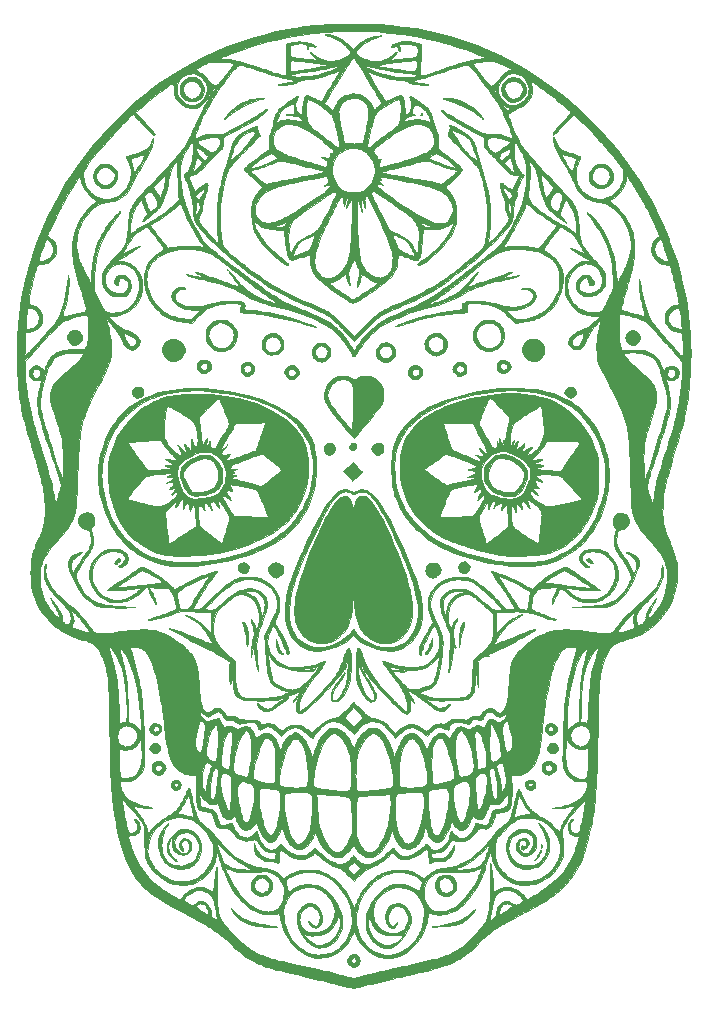
<source format=gbr>
%TF.GenerationSoftware,KiCad,Pcbnew,7.0.1*%
%TF.CreationDate,2023-05-31T20:33:01-07:00*%
%TF.ProjectId,skull_01,736b756c-6c5f-4303-912e-6b696361645f,rev?*%
%TF.SameCoordinates,Original*%
%TF.FileFunction,Copper,L1,Top*%
%TF.FilePolarity,Positive*%
%FSLAX46Y46*%
G04 Gerber Fmt 4.6, Leading zero omitted, Abs format (unit mm)*
G04 Created by KiCad (PCBNEW 7.0.1) date 2023-05-31 20:33:01*
%MOMM*%
%LPD*%
G01*
G04 APERTURE LIST*
%TA.AperFunction,EtchedComponent*%
%ADD10C,0.010000*%
%TD*%
G04 APERTURE END LIST*
%TO.C,G\u002A\u002A\u002A*%
D10*
X55272631Y-17752182D02*
X55296736Y-17804613D01*
X55298214Y-17809419D01*
X55296681Y-17859685D01*
X55268924Y-17903121D01*
X55226383Y-17931703D01*
X55180498Y-17937407D01*
X55145790Y-17916335D01*
X55135552Y-17872732D01*
X55157136Y-17817264D01*
X55202262Y-17764435D01*
X55242814Y-17739574D01*
X55272631Y-17752182D01*
%TA.AperFunction,EtchedComponent*%
G36*
X55272631Y-17752182D02*
G01*
X55296736Y-17804613D01*
X55298214Y-17809419D01*
X55296681Y-17859685D01*
X55268924Y-17903121D01*
X55226383Y-17931703D01*
X55180498Y-17937407D01*
X55145790Y-17916335D01*
X55135552Y-17872732D01*
X55157136Y-17817264D01*
X55202262Y-17764435D01*
X55242814Y-17739574D01*
X55272631Y-17752182D01*
G37*
%TD.AperFunction*%
X62191822Y-45435300D02*
X62213431Y-45479034D01*
X62228507Y-45532146D01*
X62231594Y-45562626D01*
X62219498Y-45609126D01*
X62202630Y-45639146D01*
X62179753Y-45665413D01*
X62163417Y-45657533D01*
X62148120Y-45631024D01*
X62136205Y-45586521D01*
X62134452Y-45528257D01*
X62141324Y-45470942D01*
X62155284Y-45429288D01*
X62170478Y-45417127D01*
X62191822Y-45435300D01*
%TA.AperFunction,EtchedComponent*%
G36*
X62191822Y-45435300D02*
G01*
X62213431Y-45479034D01*
X62228507Y-45532146D01*
X62231594Y-45562626D01*
X62219498Y-45609126D01*
X62202630Y-45639146D01*
X62179753Y-45665413D01*
X62163417Y-45657533D01*
X62148120Y-45631024D01*
X62136205Y-45586521D01*
X62134452Y-45528257D01*
X62141324Y-45470942D01*
X62155284Y-45429288D01*
X62170478Y-45417127D01*
X62191822Y-45435300D01*
G37*
%TD.AperFunction*%
X58066735Y-62778980D02*
X58094720Y-62807895D01*
X58113553Y-62863522D01*
X58119947Y-62930648D01*
X58112131Y-62989093D01*
X58091577Y-63037845D01*
X58068017Y-63064443D01*
X58066735Y-63064941D01*
X58052250Y-63057059D01*
X58043875Y-63018168D01*
X58040689Y-62943243D01*
X58040594Y-62921960D01*
X58042784Y-62838638D01*
X58049967Y-62792430D01*
X58063062Y-62778310D01*
X58066735Y-62778980D01*
%TA.AperFunction,EtchedComponent*%
G36*
X58066735Y-62778980D02*
G01*
X58094720Y-62807895D01*
X58113553Y-62863522D01*
X58119947Y-62930648D01*
X58112131Y-62989093D01*
X58091577Y-63037845D01*
X58068017Y-63064443D01*
X58066735Y-63064941D01*
X58052250Y-63057059D01*
X58043875Y-63018168D01*
X58040689Y-62943243D01*
X58040594Y-62921960D01*
X58042784Y-62838638D01*
X58049967Y-62792430D01*
X58063062Y-62778310D01*
X58066735Y-62778980D01*
G37*
%TD.AperFunction*%
X65394486Y-79683730D02*
X65410952Y-79731898D01*
X65418967Y-79796335D01*
X65416029Y-79864081D01*
X65413471Y-79879113D01*
X65395255Y-79935849D01*
X65372057Y-79954607D01*
X65356629Y-79946440D01*
X65349587Y-79919692D01*
X65344692Y-79863443D01*
X65343094Y-79798849D01*
X65345764Y-79720671D01*
X65354700Y-79678129D01*
X65371289Y-79664809D01*
X65372074Y-79664794D01*
X65394486Y-79683730D01*
%TA.AperFunction,EtchedComponent*%
G36*
X65394486Y-79683730D02*
G01*
X65410952Y-79731898D01*
X65418967Y-79796335D01*
X65416029Y-79864081D01*
X65413471Y-79879113D01*
X65395255Y-79935849D01*
X65372057Y-79954607D01*
X65356629Y-79946440D01*
X65349587Y-79919692D01*
X65344692Y-79863443D01*
X65343094Y-79798849D01*
X65345764Y-79720671D01*
X65354700Y-79678129D01*
X65371289Y-79664809D01*
X65372074Y-79664794D01*
X65394486Y-79683730D01*
G37*
%TD.AperFunction*%
X29650326Y-55482990D02*
X29690337Y-55531262D01*
X29703004Y-55595716D01*
X29681853Y-55670806D01*
X29668325Y-55693999D01*
X29627826Y-55740535D01*
X29566071Y-55794820D01*
X29493818Y-55849207D01*
X29421828Y-55896051D01*
X29360863Y-55927703D01*
X29326426Y-55936960D01*
X29275137Y-55918320D01*
X29252294Y-55891576D01*
X29234561Y-55816780D01*
X29248047Y-55729258D01*
X29288278Y-55639046D01*
X29350778Y-55556179D01*
X29431004Y-55490737D01*
X29514183Y-55457181D01*
X29589450Y-55456447D01*
X29650326Y-55482990D01*
%TA.AperFunction,EtchedComponent*%
G36*
X29650326Y-55482990D02*
G01*
X29690337Y-55531262D01*
X29703004Y-55595716D01*
X29681853Y-55670806D01*
X29668325Y-55693999D01*
X29627826Y-55740535D01*
X29566071Y-55794820D01*
X29493818Y-55849207D01*
X29421828Y-55896051D01*
X29360863Y-55927703D01*
X29326426Y-55936960D01*
X29275137Y-55918320D01*
X29252294Y-55891576D01*
X29234561Y-55816780D01*
X29248047Y-55729258D01*
X29288278Y-55639046D01*
X29350778Y-55556179D01*
X29431004Y-55490737D01*
X29514183Y-55457181D01*
X29589450Y-55456447D01*
X29650326Y-55482990D01*
G37*
%TD.AperFunction*%
X49603199Y-45704604D02*
X49667970Y-45766231D01*
X49706379Y-45855948D01*
X49713685Y-45970706D01*
X49712340Y-45985158D01*
X49684159Y-46114198D01*
X49632982Y-46213900D01*
X49562532Y-46281602D01*
X49476536Y-46314642D01*
X49378717Y-46310359D01*
X49298931Y-46280593D01*
X49200845Y-46210952D01*
X49137622Y-46124795D01*
X49109271Y-46029323D01*
X49115802Y-45931736D01*
X49157227Y-45839233D01*
X49233555Y-45759015D01*
X49298124Y-45718752D01*
X49413535Y-45677815D01*
X49516807Y-45674115D01*
X49603199Y-45704604D01*
%TA.AperFunction,EtchedComponent*%
G36*
X49603199Y-45704604D02*
G01*
X49667970Y-45766231D01*
X49706379Y-45855948D01*
X49713685Y-45970706D01*
X49712340Y-45985158D01*
X49684159Y-46114198D01*
X49632982Y-46213900D01*
X49562532Y-46281602D01*
X49476536Y-46314642D01*
X49378717Y-46310359D01*
X49298931Y-46280593D01*
X49200845Y-46210952D01*
X49137622Y-46124795D01*
X49109271Y-46029323D01*
X49115802Y-45931736D01*
X49157227Y-45839233D01*
X49233555Y-45759015D01*
X49298124Y-45718752D01*
X49413535Y-45677815D01*
X49516807Y-45674115D01*
X49603199Y-45704604D01*
G37*
%TD.AperFunction*%
X44786313Y-67043175D02*
X44780623Y-67083810D01*
X44753953Y-67144185D01*
X44709802Y-67218285D01*
X44651670Y-67300097D01*
X44583059Y-67383605D01*
X44524234Y-67446335D01*
X44446266Y-67520936D01*
X44392314Y-67564011D01*
X44359876Y-67577034D01*
X44346453Y-67561481D01*
X44345760Y-67551687D01*
X44359190Y-67505565D01*
X44395434Y-67439012D01*
X44448426Y-67359556D01*
X44512101Y-67274725D01*
X44580392Y-67192046D01*
X44647234Y-67119048D01*
X44706560Y-67063258D01*
X44752303Y-67032203D01*
X44767522Y-67028294D01*
X44786313Y-67043175D01*
%TA.AperFunction,EtchedComponent*%
G36*
X44786313Y-67043175D02*
G01*
X44780623Y-67083810D01*
X44753953Y-67144185D01*
X44709802Y-67218285D01*
X44651670Y-67300097D01*
X44583059Y-67383605D01*
X44524234Y-67446335D01*
X44446266Y-67520936D01*
X44392314Y-67564011D01*
X44359876Y-67577034D01*
X44346453Y-67561481D01*
X44345760Y-67551687D01*
X44359190Y-67505565D01*
X44395434Y-67439012D01*
X44448426Y-67359556D01*
X44512101Y-67274725D01*
X44580392Y-67192046D01*
X44647234Y-67119048D01*
X44706560Y-67063258D01*
X44752303Y-67032203D01*
X44767522Y-67028294D01*
X44786313Y-67043175D01*
G37*
%TD.AperFunction*%
X69390529Y-55457318D02*
X69460849Y-55487577D01*
X69533503Y-55539530D01*
X69602082Y-55605402D01*
X69660177Y-55677416D01*
X69701378Y-55747798D01*
X69719278Y-55808771D01*
X69711672Y-55846940D01*
X69679684Y-55879481D01*
X69634500Y-55886260D01*
X69565759Y-55868410D01*
X69554103Y-55864173D01*
X69406191Y-55802021D01*
X69298778Y-55740082D01*
X69230060Y-55676948D01*
X69198232Y-55611206D01*
X69195427Y-55583678D01*
X69202121Y-55532090D01*
X69230066Y-55499192D01*
X69267277Y-55478679D01*
X69333238Y-55457855D01*
X69390438Y-55457295D01*
X69390529Y-55457318D01*
%TA.AperFunction,EtchedComponent*%
G36*
X69390529Y-55457318D02*
G01*
X69460849Y-55487577D01*
X69533503Y-55539530D01*
X69602082Y-55605402D01*
X69660177Y-55677416D01*
X69701378Y-55747798D01*
X69719278Y-55808771D01*
X69711672Y-55846940D01*
X69679684Y-55879481D01*
X69634500Y-55886260D01*
X69565759Y-55868410D01*
X69554103Y-55864173D01*
X69406191Y-55802021D01*
X69298778Y-55740082D01*
X69230060Y-55676948D01*
X69198232Y-55611206D01*
X69195427Y-55583678D01*
X69202121Y-55532090D01*
X69230066Y-55499192D01*
X69267277Y-55478679D01*
X69333238Y-55457855D01*
X69390438Y-55457295D01*
X69390529Y-55457318D01*
G37*
%TD.AperFunction*%
X56109784Y-62484995D02*
X56109321Y-62654903D01*
X56098186Y-62795749D01*
X56074112Y-62919964D01*
X56034833Y-63039977D01*
X55989576Y-63144210D01*
X55902282Y-63298258D01*
X55801652Y-63421441D01*
X55691531Y-63509813D01*
X55588632Y-63555993D01*
X55538094Y-63565815D01*
X55513290Y-63555428D01*
X55507687Y-63544915D01*
X55510394Y-63506324D01*
X55530559Y-63466699D01*
X55622321Y-63336518D01*
X55701129Y-63211821D01*
X55771231Y-63083977D01*
X55836874Y-62944356D01*
X55902306Y-62784326D01*
X55971775Y-62595256D01*
X56001766Y-62509210D01*
X56103844Y-62212877D01*
X56109784Y-62484995D01*
%TA.AperFunction,EtchedComponent*%
G36*
X56109784Y-62484995D02*
G01*
X56109321Y-62654903D01*
X56098186Y-62795749D01*
X56074112Y-62919964D01*
X56034833Y-63039977D01*
X55989576Y-63144210D01*
X55902282Y-63298258D01*
X55801652Y-63421441D01*
X55691531Y-63509813D01*
X55588632Y-63555993D01*
X55538094Y-63565815D01*
X55513290Y-63555428D01*
X55507687Y-63544915D01*
X55510394Y-63506324D01*
X55530559Y-63466699D01*
X55622321Y-63336518D01*
X55701129Y-63211821D01*
X55771231Y-63083977D01*
X55836874Y-62944356D01*
X55902306Y-62784326D01*
X55971775Y-62595256D01*
X56001766Y-62509210D01*
X56103844Y-62212877D01*
X56109784Y-62484995D01*
G37*
%TD.AperFunction*%
X32853733Y-71087364D02*
X32960250Y-71136281D01*
X33040725Y-71218507D01*
X33095686Y-71334466D01*
X33109204Y-71384017D01*
X33121801Y-71521538D01*
X33097977Y-71652303D01*
X33041155Y-71768850D01*
X32954757Y-71863717D01*
X32863025Y-71920651D01*
X32744250Y-71955386D01*
X32624297Y-71950316D01*
X32497544Y-71905158D01*
X32491076Y-71901919D01*
X32382799Y-71829834D01*
X32296069Y-71738122D01*
X32235420Y-71634761D01*
X32205387Y-71527730D01*
X32210502Y-71425010D01*
X32213614Y-71413617D01*
X32263251Y-71315239D01*
X32345516Y-71225413D01*
X32450750Y-71150659D01*
X32569296Y-71097494D01*
X32691498Y-71072440D01*
X32720648Y-71071334D01*
X32853733Y-71087364D01*
%TA.AperFunction,EtchedComponent*%
G36*
X32853733Y-71087364D02*
G01*
X32960250Y-71136281D01*
X33040725Y-71218507D01*
X33095686Y-71334466D01*
X33109204Y-71384017D01*
X33121801Y-71521538D01*
X33097977Y-71652303D01*
X33041155Y-71768850D01*
X32954757Y-71863717D01*
X32863025Y-71920651D01*
X32744250Y-71955386D01*
X32624297Y-71950316D01*
X32497544Y-71905158D01*
X32491076Y-71901919D01*
X32382799Y-71829834D01*
X32296069Y-71738122D01*
X32235420Y-71634761D01*
X32205387Y-71527730D01*
X32210502Y-71425010D01*
X32213614Y-71413617D01*
X32263251Y-71315239D01*
X32345516Y-71225413D01*
X32450750Y-71150659D01*
X32569296Y-71097494D01*
X32691498Y-71072440D01*
X32720648Y-71071334D01*
X32853733Y-71087364D01*
G37*
%TD.AperFunction*%
X31343759Y-40930728D02*
X31461365Y-40978570D01*
X31554836Y-41057942D01*
X31621055Y-41166926D01*
X31656904Y-41303606D01*
X31657946Y-41312006D01*
X31658859Y-41454464D01*
X31624296Y-41576612D01*
X31552618Y-41683579D01*
X31532423Y-41704868D01*
X31422914Y-41787909D01*
X31299962Y-41831127D01*
X31162959Y-41834633D01*
X31015325Y-41799942D01*
X30941662Y-41768909D01*
X30877197Y-41732374D01*
X30851974Y-41712926D01*
X30795172Y-41633876D01*
X30756622Y-41525640D01*
X30739186Y-41398468D01*
X30740343Y-41313085D01*
X30758657Y-41183108D01*
X30795937Y-41086585D01*
X30857657Y-41016843D01*
X30949291Y-40967208D01*
X31048617Y-40937303D01*
X31205137Y-40916333D01*
X31343759Y-40930728D01*
%TA.AperFunction,EtchedComponent*%
G36*
X31343759Y-40930728D02*
G01*
X31461365Y-40978570D01*
X31554836Y-41057942D01*
X31621055Y-41166926D01*
X31656904Y-41303606D01*
X31657946Y-41312006D01*
X31658859Y-41454464D01*
X31624296Y-41576612D01*
X31552618Y-41683579D01*
X31532423Y-41704868D01*
X31422914Y-41787909D01*
X31299962Y-41831127D01*
X31162959Y-41834633D01*
X31015325Y-41799942D01*
X30941662Y-41768909D01*
X30877197Y-41732374D01*
X30851974Y-41712926D01*
X30795172Y-41633876D01*
X30756622Y-41525640D01*
X30739186Y-41398468D01*
X30740343Y-41313085D01*
X30758657Y-41183108D01*
X30795937Y-41086585D01*
X30857657Y-41016843D01*
X30949291Y-40967208D01*
X31048617Y-40937303D01*
X31205137Y-40916333D01*
X31343759Y-40930728D01*
G37*
%TD.AperFunction*%
X40293307Y-55812502D02*
X40372083Y-55843831D01*
X40484787Y-55918541D01*
X40559753Y-56011066D01*
X40598919Y-56124455D01*
X40606097Y-56212127D01*
X40585573Y-56347731D01*
X40525049Y-56472835D01*
X40426098Y-56584925D01*
X40325657Y-56660185D01*
X40232744Y-56706103D01*
X40149021Y-56716579D01*
X40074333Y-56697911D01*
X40015363Y-56667248D01*
X39940341Y-56619175D01*
X39864793Y-56564472D01*
X39804247Y-56513920D01*
X39792039Y-56501916D01*
X39736680Y-56425393D01*
X39693356Y-56330990D01*
X39670483Y-56238507D01*
X39668857Y-56212127D01*
X39688235Y-56095251D01*
X39741947Y-55992514D01*
X39823359Y-55907388D01*
X39925835Y-55843350D01*
X40042742Y-55803873D01*
X40167444Y-55792432D01*
X40293307Y-55812502D01*
%TA.AperFunction,EtchedComponent*%
G36*
X40293307Y-55812502D02*
G01*
X40372083Y-55843831D01*
X40484787Y-55918541D01*
X40559753Y-56011066D01*
X40598919Y-56124455D01*
X40606097Y-56212127D01*
X40585573Y-56347731D01*
X40525049Y-56472835D01*
X40426098Y-56584925D01*
X40325657Y-56660185D01*
X40232744Y-56706103D01*
X40149021Y-56716579D01*
X40074333Y-56697911D01*
X40015363Y-56667248D01*
X39940341Y-56619175D01*
X39864793Y-56564472D01*
X39804247Y-56513920D01*
X39792039Y-56501916D01*
X39736680Y-56425393D01*
X39693356Y-56330990D01*
X39670483Y-56238507D01*
X39668857Y-56212127D01*
X39688235Y-56095251D01*
X39741947Y-55992514D01*
X39823359Y-55907388D01*
X39925835Y-55843350D01*
X40042742Y-55803873D01*
X40167444Y-55792432D01*
X40293307Y-55812502D01*
G37*
%TD.AperFunction*%
X58901238Y-55716577D02*
X59007209Y-55754666D01*
X59107478Y-55820723D01*
X59194823Y-55908024D01*
X59262025Y-56009840D01*
X59301863Y-56119447D01*
X59309664Y-56190960D01*
X59291193Y-56292402D01*
X59240315Y-56400535D01*
X59163831Y-56506088D01*
X59068542Y-56599788D01*
X58961249Y-56672364D01*
X58953619Y-56676335D01*
X58856754Y-56712449D01*
X58765938Y-56713793D01*
X58665840Y-56680573D01*
X58665010Y-56680191D01*
X58548535Y-56607250D01*
X58451799Y-56508933D01*
X58381131Y-56394297D01*
X58342863Y-56272400D01*
X58337857Y-56212127D01*
X58357901Y-56089849D01*
X58413604Y-55973215D01*
X58498322Y-55869447D01*
X58605409Y-55785771D01*
X58728221Y-55729410D01*
X58796784Y-55713184D01*
X58901238Y-55716577D01*
%TA.AperFunction,EtchedComponent*%
G36*
X58901238Y-55716577D02*
G01*
X59007209Y-55754666D01*
X59107478Y-55820723D01*
X59194823Y-55908024D01*
X59262025Y-56009840D01*
X59301863Y-56119447D01*
X59309664Y-56190960D01*
X59291193Y-56292402D01*
X59240315Y-56400535D01*
X59163831Y-56506088D01*
X59068542Y-56599788D01*
X58961249Y-56672364D01*
X58953619Y-56676335D01*
X58856754Y-56712449D01*
X58765938Y-56713793D01*
X58665840Y-56680573D01*
X58665010Y-56680191D01*
X58548535Y-56607250D01*
X58451799Y-56508933D01*
X58381131Y-56394297D01*
X58342863Y-56272400D01*
X58337857Y-56212127D01*
X58357901Y-56089849D01*
X58413604Y-55973215D01*
X58498322Y-55869447D01*
X58605409Y-55785771D01*
X58728221Y-55729410D01*
X58796784Y-55713184D01*
X58901238Y-55716577D01*
G37*
%TD.AperFunction*%
X65337224Y-80147774D02*
X65336345Y-80198067D01*
X65313623Y-80278870D01*
X65269705Y-80387714D01*
X65221248Y-80490294D01*
X65152414Y-80617172D01*
X65080181Y-80721979D01*
X64991086Y-80823760D01*
X64970642Y-80844835D01*
X64904768Y-80909347D01*
X64847804Y-80960490D01*
X64807301Y-80991738D01*
X64793149Y-80998294D01*
X64778101Y-80990754D01*
X64792496Y-80962536D01*
X64795470Y-80958396D01*
X64821552Y-80922647D01*
X64864282Y-80864164D01*
X64915312Y-80794373D01*
X64925784Y-80780057D01*
X64975496Y-80705700D01*
X65035576Y-80606151D01*
X65098383Y-80494532D01*
X65155238Y-80386038D01*
X65212805Y-80275999D01*
X65260601Y-80194301D01*
X65296293Y-80144667D01*
X65315612Y-80130460D01*
X65337224Y-80147774D01*
%TA.AperFunction,EtchedComponent*%
G36*
X65337224Y-80147774D02*
G01*
X65336345Y-80198067D01*
X65313623Y-80278870D01*
X65269705Y-80387714D01*
X65221248Y-80490294D01*
X65152414Y-80617172D01*
X65080181Y-80721979D01*
X64991086Y-80823760D01*
X64970642Y-80844835D01*
X64904768Y-80909347D01*
X64847804Y-80960490D01*
X64807301Y-80991738D01*
X64793149Y-80998294D01*
X64778101Y-80990754D01*
X64792496Y-80962536D01*
X64795470Y-80958396D01*
X64821552Y-80922647D01*
X64864282Y-80864164D01*
X64915312Y-80794373D01*
X64925784Y-80780057D01*
X64975496Y-80705700D01*
X65035576Y-80606151D01*
X65098383Y-80494532D01*
X65155238Y-80386038D01*
X65212805Y-80275999D01*
X65260601Y-80194301D01*
X65296293Y-80144667D01*
X65315612Y-80130460D01*
X65337224Y-80147774D01*
G37*
%TD.AperFunction*%
X66432222Y-71052762D02*
X66472066Y-71065676D01*
X66513212Y-71095467D01*
X66567410Y-71148898D01*
X66583892Y-71166232D01*
X66692056Y-71298850D01*
X66758614Y-71424037D01*
X66783606Y-71541968D01*
X66767070Y-71652819D01*
X66712647Y-71752106D01*
X66613290Y-71853271D01*
X66494709Y-71918709D01*
X66352350Y-71950753D01*
X66319468Y-71953430D01*
X66222638Y-71954595D01*
X66149106Y-71942648D01*
X66094510Y-71921659D01*
X66006292Y-71868743D01*
X65945446Y-71801297D01*
X65904817Y-71721907D01*
X65872601Y-71592364D01*
X65879299Y-71459404D01*
X65923113Y-71331222D01*
X66002246Y-71216009D01*
X66019841Y-71197541D01*
X66127945Y-71112190D01*
X66247783Y-71064261D01*
X66381931Y-71049960D01*
X66432222Y-71052762D01*
%TA.AperFunction,EtchedComponent*%
G36*
X66432222Y-71052762D02*
G01*
X66472066Y-71065676D01*
X66513212Y-71095467D01*
X66567410Y-71148898D01*
X66583892Y-71166232D01*
X66692056Y-71298850D01*
X66758614Y-71424037D01*
X66783606Y-71541968D01*
X66767070Y-71652819D01*
X66712647Y-71752106D01*
X66613290Y-71853271D01*
X66494709Y-71918709D01*
X66352350Y-71950753D01*
X66319468Y-71953430D01*
X66222638Y-71954595D01*
X66149106Y-71942648D01*
X66094510Y-71921659D01*
X66006292Y-71868743D01*
X65945446Y-71801297D01*
X65904817Y-71721907D01*
X65872601Y-71592364D01*
X65879299Y-71459404D01*
X65923113Y-71331222D01*
X66002246Y-71216009D01*
X66019841Y-71197541D01*
X66127945Y-71112190D01*
X66247783Y-71064261D01*
X66381931Y-71049960D01*
X66432222Y-71052762D01*
G37*
%TD.AperFunction*%
X32178569Y-58015985D02*
X32228563Y-58057098D01*
X32278182Y-58114809D01*
X32336800Y-58205779D01*
X32401158Y-58322752D01*
X32467995Y-58458466D01*
X32534049Y-58605665D01*
X32596062Y-58757087D01*
X32650772Y-58905476D01*
X32694919Y-59043572D01*
X32724777Y-59161848D01*
X32737083Y-59245911D01*
X32733456Y-59297175D01*
X32714796Y-59313242D01*
X32682004Y-59291718D01*
X32677693Y-59287085D01*
X32647323Y-59243010D01*
X32603308Y-59164444D01*
X32547940Y-59056114D01*
X32483512Y-58922748D01*
X32412317Y-58769074D01*
X32336648Y-58599817D01*
X32271971Y-58450614D01*
X32205338Y-58291964D01*
X32156877Y-58169208D01*
X32126343Y-58080120D01*
X32113491Y-58022478D01*
X32118074Y-57994058D01*
X32139849Y-57992634D01*
X32178569Y-58015985D01*
%TA.AperFunction,EtchedComponent*%
G36*
X32178569Y-58015985D02*
G01*
X32228563Y-58057098D01*
X32278182Y-58114809D01*
X32336800Y-58205779D01*
X32401158Y-58322752D01*
X32467995Y-58458466D01*
X32534049Y-58605665D01*
X32596062Y-58757087D01*
X32650772Y-58905476D01*
X32694919Y-59043572D01*
X32724777Y-59161848D01*
X32737083Y-59245911D01*
X32733456Y-59297175D01*
X32714796Y-59313242D01*
X32682004Y-59291718D01*
X32677693Y-59287085D01*
X32647323Y-59243010D01*
X32603308Y-59164444D01*
X32547940Y-59056114D01*
X32483512Y-58922748D01*
X32412317Y-58769074D01*
X32336648Y-58599817D01*
X32271971Y-58450614D01*
X32205338Y-58291964D01*
X32156877Y-58169208D01*
X32126343Y-58080120D01*
X32113491Y-58022478D01*
X32118074Y-57994058D01*
X32139849Y-57992634D01*
X32178569Y-58015985D01*
G37*
%TD.AperFunction*%
X53125700Y-64887705D02*
X53254970Y-64894728D01*
X53391369Y-64905082D01*
X53527903Y-64918537D01*
X53553642Y-64921467D01*
X53693359Y-64938353D01*
X53795895Y-64952375D01*
X53866230Y-64964506D01*
X53909343Y-64975722D01*
X53930211Y-64986996D01*
X53934260Y-64995942D01*
X53914104Y-65013267D01*
X53857168Y-65025766D01*
X53768747Y-65033261D01*
X53654138Y-65035575D01*
X53518639Y-65032529D01*
X53367545Y-65023946D01*
X53288677Y-65017599D01*
X53136386Y-65003165D01*
X53021175Y-64989749D01*
X52937833Y-64976491D01*
X52881148Y-64962534D01*
X52845909Y-64947019D01*
X52841286Y-64943880D01*
X52817490Y-64915378D01*
X52819773Y-64897482D01*
X52850594Y-64888900D01*
X52916518Y-64884562D01*
X53010551Y-64884240D01*
X53125700Y-64887705D01*
%TA.AperFunction,EtchedComponent*%
G36*
X53125700Y-64887705D02*
G01*
X53254970Y-64894728D01*
X53391369Y-64905082D01*
X53527903Y-64918537D01*
X53553642Y-64921467D01*
X53693359Y-64938353D01*
X53795895Y-64952375D01*
X53866230Y-64964506D01*
X53909343Y-64975722D01*
X53930211Y-64986996D01*
X53934260Y-64995942D01*
X53914104Y-65013267D01*
X53857168Y-65025766D01*
X53768747Y-65033261D01*
X53654138Y-65035575D01*
X53518639Y-65032529D01*
X53367545Y-65023946D01*
X53288677Y-65017599D01*
X53136386Y-65003165D01*
X53021175Y-64989749D01*
X52937833Y-64976491D01*
X52881148Y-64962534D01*
X52845909Y-64947019D01*
X52841286Y-64943880D01*
X52817490Y-64915378D01*
X52819773Y-64897482D01*
X52850594Y-64888900D01*
X52916518Y-64884562D01*
X53010551Y-64884240D01*
X53125700Y-64887705D01*
G37*
%TD.AperFunction*%
X56354249Y-55825178D02*
X56505493Y-55877566D01*
X56636257Y-55959860D01*
X56741230Y-56068323D01*
X56815099Y-56199214D01*
X56836345Y-56262822D01*
X56849201Y-56387670D01*
X56826798Y-56520700D01*
X56773234Y-56654500D01*
X56692606Y-56781657D01*
X56589012Y-56894757D01*
X56466547Y-56986387D01*
X56423156Y-57010414D01*
X56298267Y-57054973D01*
X56159771Y-57073637D01*
X56024420Y-57065203D01*
X55946227Y-57044679D01*
X55822725Y-56977934D01*
X55720327Y-56880006D01*
X55641816Y-56757873D01*
X55589968Y-56618512D01*
X55567565Y-56468901D01*
X55577384Y-56316018D01*
X55609285Y-56198764D01*
X55683643Y-56054346D01*
X55785648Y-55941340D01*
X55912790Y-55861447D01*
X56062557Y-55816371D01*
X56187837Y-55806434D01*
X56354249Y-55825178D01*
%TA.AperFunction,EtchedComponent*%
G36*
X56354249Y-55825178D02*
G01*
X56505493Y-55877566D01*
X56636257Y-55959860D01*
X56741230Y-56068323D01*
X56815099Y-56199214D01*
X56836345Y-56262822D01*
X56849201Y-56387670D01*
X56826798Y-56520700D01*
X56773234Y-56654500D01*
X56692606Y-56781657D01*
X56589012Y-56894757D01*
X56466547Y-56986387D01*
X56423156Y-57010414D01*
X56298267Y-57054973D01*
X56159771Y-57073637D01*
X56024420Y-57065203D01*
X55946227Y-57044679D01*
X55822725Y-56977934D01*
X55720327Y-56880006D01*
X55641816Y-56757873D01*
X55589968Y-56618512D01*
X55567565Y-56468901D01*
X55577384Y-56316018D01*
X55609285Y-56198764D01*
X55683643Y-56054346D01*
X55785648Y-55941340D01*
X55912790Y-55861447D01*
X56062557Y-55816371D01*
X56187837Y-55806434D01*
X56354249Y-55825178D01*
G37*
%TD.AperFunction*%
X68015390Y-40979035D02*
X68128728Y-41061097D01*
X68195576Y-41134721D01*
X68255585Y-41222317D01*
X68303379Y-41313334D01*
X68333584Y-41397218D01*
X68340827Y-41463419D01*
X68338971Y-41473916D01*
X68306516Y-41544824D01*
X68247471Y-41624509D01*
X68172206Y-41701108D01*
X68091092Y-41762759D01*
X68081273Y-41768697D01*
X67972963Y-41813568D01*
X67850213Y-41835021D01*
X67728506Y-41831972D01*
X67623326Y-41803339D01*
X67618510Y-41801087D01*
X67522090Y-41738527D01*
X67438070Y-41653860D01*
X67374163Y-41557593D01*
X67338083Y-41460232D01*
X67332878Y-41412015D01*
X67352989Y-41295829D01*
X67408417Y-41182378D01*
X67492645Y-41080875D01*
X67599154Y-41000531D01*
X67638500Y-40980037D01*
X67770264Y-40937906D01*
X67895637Y-40937529D01*
X68015390Y-40979035D01*
%TA.AperFunction,EtchedComponent*%
G36*
X68015390Y-40979035D02*
G01*
X68128728Y-41061097D01*
X68195576Y-41134721D01*
X68255585Y-41222317D01*
X68303379Y-41313334D01*
X68333584Y-41397218D01*
X68340827Y-41463419D01*
X68338971Y-41473916D01*
X68306516Y-41544824D01*
X68247471Y-41624509D01*
X68172206Y-41701108D01*
X68091092Y-41762759D01*
X68081273Y-41768697D01*
X67972963Y-41813568D01*
X67850213Y-41835021D01*
X67728506Y-41831972D01*
X67623326Y-41803339D01*
X67618510Y-41801087D01*
X67522090Y-41738527D01*
X67438070Y-41653860D01*
X67374163Y-41557593D01*
X67338083Y-41460232D01*
X67332878Y-41412015D01*
X67352989Y-41295829D01*
X67408417Y-41182378D01*
X67492645Y-41080875D01*
X67599154Y-41000531D01*
X67638500Y-40980037D01*
X67770264Y-40937906D01*
X67895637Y-40937529D01*
X68015390Y-40979035D01*
G37*
%TD.AperFunction*%
X73239523Y-36122792D02*
X73324380Y-36159515D01*
X73454466Y-36247590D01*
X73567989Y-36357697D01*
X73653213Y-36478086D01*
X73664793Y-36500248D01*
X73702423Y-36615980D01*
X73715683Y-36749825D01*
X73704603Y-36885299D01*
X73669214Y-37005923D01*
X73663822Y-37017611D01*
X73582715Y-37144594D01*
X73475415Y-37251495D01*
X73379944Y-37313643D01*
X73273915Y-37350050D01*
X73147945Y-37366612D01*
X73020009Y-37362310D01*
X72918194Y-37339810D01*
X72770241Y-37268699D01*
X72651426Y-37171140D01*
X72563977Y-37052376D01*
X72510124Y-36917649D01*
X72492095Y-36772201D01*
X72512120Y-36621274D01*
X72559236Y-36495602D01*
X72631045Y-36377151D01*
X72721339Y-36283114D01*
X72839984Y-36204165D01*
X72899594Y-36173762D01*
X73026713Y-36124045D01*
X73136892Y-36107160D01*
X73239523Y-36122792D01*
%TA.AperFunction,EtchedComponent*%
G36*
X73239523Y-36122792D02*
G01*
X73324380Y-36159515D01*
X73454466Y-36247590D01*
X73567989Y-36357697D01*
X73653213Y-36478086D01*
X73664793Y-36500248D01*
X73702423Y-36615980D01*
X73715683Y-36749825D01*
X73704603Y-36885299D01*
X73669214Y-37005923D01*
X73663822Y-37017611D01*
X73582715Y-37144594D01*
X73475415Y-37251495D01*
X73379944Y-37313643D01*
X73273915Y-37350050D01*
X73147945Y-37366612D01*
X73020009Y-37362310D01*
X72918194Y-37339810D01*
X72770241Y-37268699D01*
X72651426Y-37171140D01*
X72563977Y-37052376D01*
X72510124Y-36917649D01*
X72492095Y-36772201D01*
X72512120Y-36621274D01*
X72559236Y-36495602D01*
X72631045Y-36377151D01*
X72721339Y-36283114D01*
X72839984Y-36204165D01*
X72899594Y-36173762D01*
X73026713Y-36124045D01*
X73136892Y-36107160D01*
X73239523Y-36122792D01*
G37*
%TD.AperFunction*%
X43004256Y-55806847D02*
X43004509Y-55806898D01*
X43137636Y-55850795D01*
X43264881Y-55923553D01*
X43370270Y-56015545D01*
X43390737Y-56039668D01*
X43473782Y-56174138D01*
X43515347Y-56313719D01*
X43515684Y-56456418D01*
X43475044Y-56600242D01*
X43393680Y-56743195D01*
X43285795Y-56869507D01*
X43158260Y-56979811D01*
X43035007Y-57049078D01*
X42913280Y-57078018D01*
X42790323Y-57067339D01*
X42678562Y-57025555D01*
X42588293Y-56968813D01*
X42491126Y-56888865D01*
X42399046Y-56797306D01*
X42324037Y-56705732D01*
X42288052Y-56647724D01*
X42253232Y-56535581D01*
X42250545Y-56407698D01*
X42277340Y-56272462D01*
X42330967Y-56138264D01*
X42408775Y-56013492D01*
X42508115Y-55906537D01*
X42527294Y-55890455D01*
X42620725Y-55838032D01*
X42739941Y-55805122D01*
X42872075Y-55793975D01*
X43004256Y-55806847D01*
%TA.AperFunction,EtchedComponent*%
G36*
X43004256Y-55806847D02*
G01*
X43004509Y-55806898D01*
X43137636Y-55850795D01*
X43264881Y-55923553D01*
X43370270Y-56015545D01*
X43390737Y-56039668D01*
X43473782Y-56174138D01*
X43515347Y-56313719D01*
X43515684Y-56456418D01*
X43475044Y-56600242D01*
X43393680Y-56743195D01*
X43285795Y-56869507D01*
X43158260Y-56979811D01*
X43035007Y-57049078D01*
X42913280Y-57078018D01*
X42790323Y-57067339D01*
X42678562Y-57025555D01*
X42588293Y-56968813D01*
X42491126Y-56888865D01*
X42399046Y-56797306D01*
X42324037Y-56705732D01*
X42288052Y-56647724D01*
X42253232Y-56535581D01*
X42250545Y-56407698D01*
X42277340Y-56272462D01*
X42330967Y-56138264D01*
X42408775Y-56013492D01*
X42508115Y-55906537D01*
X42527294Y-55890455D01*
X42620725Y-55838032D01*
X42739941Y-55805122D01*
X42872075Y-55793975D01*
X43004256Y-55806847D01*
G37*
%TD.AperFunction*%
X47532580Y-45678248D02*
X47648080Y-45720808D01*
X47749829Y-45799608D01*
X47820003Y-45878863D01*
X47863055Y-45955772D01*
X47884727Y-46044937D01*
X47890757Y-46157960D01*
X47888439Y-46249245D01*
X47878499Y-46314864D01*
X47857326Y-46371292D01*
X47835059Y-46412163D01*
X47757337Y-46510639D01*
X47653826Y-46595180D01*
X47540112Y-46653733D01*
X47510111Y-46663404D01*
X47455035Y-46677536D01*
X47419666Y-46684457D01*
X47414927Y-46684553D01*
X47387857Y-46678507D01*
X47362010Y-46672709D01*
X47216344Y-46624056D01*
X47105079Y-46550932D01*
X47027816Y-46452772D01*
X46984156Y-46329009D01*
X46973698Y-46179077D01*
X46977112Y-46127443D01*
X47000428Y-45987114D01*
X47043575Y-45879627D01*
X47111157Y-45798323D01*
X47207779Y-45736544D01*
X47264027Y-45712551D01*
X47405267Y-45675622D01*
X47532580Y-45678248D01*
%TA.AperFunction,EtchedComponent*%
G36*
X47532580Y-45678248D02*
G01*
X47648080Y-45720808D01*
X47749829Y-45799608D01*
X47820003Y-45878863D01*
X47863055Y-45955772D01*
X47884727Y-46044937D01*
X47890757Y-46157960D01*
X47888439Y-46249245D01*
X47878499Y-46314864D01*
X47857326Y-46371292D01*
X47835059Y-46412163D01*
X47757337Y-46510639D01*
X47653826Y-46595180D01*
X47540112Y-46653733D01*
X47510111Y-46663404D01*
X47455035Y-46677536D01*
X47419666Y-46684457D01*
X47414927Y-46684553D01*
X47387857Y-46678507D01*
X47362010Y-46672709D01*
X47216344Y-46624056D01*
X47105079Y-46550932D01*
X47027816Y-46452772D01*
X46984156Y-46329009D01*
X46973698Y-46179077D01*
X46977112Y-46127443D01*
X47000428Y-45987114D01*
X47043575Y-45879627D01*
X47111157Y-45798323D01*
X47207779Y-45736544D01*
X47264027Y-45712551D01*
X47405267Y-45675622D01*
X47532580Y-45678248D01*
G37*
%TD.AperFunction*%
X49538522Y-47422499D02*
X49611357Y-47495298D01*
X49694918Y-47581639D01*
X49784491Y-47676335D01*
X49875364Y-47774197D01*
X49962823Y-47870037D01*
X50042154Y-47958666D01*
X50108644Y-48034896D01*
X50157580Y-48093540D01*
X50184249Y-48129408D01*
X50187760Y-48137148D01*
X50172063Y-48164671D01*
X50127714Y-48215097D01*
X50058826Y-48284524D01*
X49969510Y-48369049D01*
X49863879Y-48464768D01*
X49746046Y-48567778D01*
X49634692Y-48662054D01*
X49548768Y-48733213D01*
X49474858Y-48793505D01*
X49418766Y-48838268D01*
X49386295Y-48862840D01*
X49380692Y-48866093D01*
X49364467Y-48851193D01*
X49322826Y-48809850D01*
X49259738Y-48746095D01*
X49179174Y-48663957D01*
X49085103Y-48567466D01*
X48991844Y-48471344D01*
X48610844Y-48077795D01*
X49012225Y-47689208D01*
X49413606Y-47300620D01*
X49538522Y-47422499D01*
%TA.AperFunction,EtchedComponent*%
G36*
X49538522Y-47422499D02*
G01*
X49611357Y-47495298D01*
X49694918Y-47581639D01*
X49784491Y-47676335D01*
X49875364Y-47774197D01*
X49962823Y-47870037D01*
X50042154Y-47958666D01*
X50108644Y-48034896D01*
X50157580Y-48093540D01*
X50184249Y-48129408D01*
X50187760Y-48137148D01*
X50172063Y-48164671D01*
X50127714Y-48215097D01*
X50058826Y-48284524D01*
X49969510Y-48369049D01*
X49863879Y-48464768D01*
X49746046Y-48567778D01*
X49634692Y-48662054D01*
X49548768Y-48733213D01*
X49474858Y-48793505D01*
X49418766Y-48838268D01*
X49386295Y-48862840D01*
X49380692Y-48866093D01*
X49364467Y-48851193D01*
X49322826Y-48809850D01*
X49259738Y-48746095D01*
X49179174Y-48663957D01*
X49085103Y-48567466D01*
X48991844Y-48471344D01*
X48610844Y-48077795D01*
X49012225Y-47689208D01*
X49413606Y-47300620D01*
X49538522Y-47422499D01*
G37*
%TD.AperFunction*%
X25981711Y-36149371D02*
X26015236Y-36158614D01*
X26117099Y-36194132D01*
X26199421Y-36237873D01*
X26280620Y-36300545D01*
X26318845Y-36335111D01*
X26415267Y-36451654D01*
X26475388Y-36583615D01*
X26499198Y-36724612D01*
X26486685Y-36868261D01*
X26437837Y-37008179D01*
X26352641Y-37137984D01*
X26320409Y-37173571D01*
X26252944Y-37233955D01*
X26178908Y-37286860D01*
X26133171Y-37311887D01*
X26041758Y-37341154D01*
X25933184Y-37359709D01*
X25825526Y-37365614D01*
X25736860Y-37356931D01*
X25729677Y-37355170D01*
X25580236Y-37295674D01*
X25457536Y-37203895D01*
X25362667Y-37081227D01*
X25296721Y-36929066D01*
X25261680Y-36756915D01*
X25258625Y-36608808D01*
X25288028Y-36482497D01*
X25352665Y-36369590D01*
X25412260Y-36302033D01*
X25536980Y-36203081D01*
X25672971Y-36144771D01*
X25820969Y-36126926D01*
X25981711Y-36149371D01*
%TA.AperFunction,EtchedComponent*%
G36*
X25981711Y-36149371D02*
G01*
X26015236Y-36158614D01*
X26117099Y-36194132D01*
X26199421Y-36237873D01*
X26280620Y-36300545D01*
X26318845Y-36335111D01*
X26415267Y-36451654D01*
X26475388Y-36583615D01*
X26499198Y-36724612D01*
X26486685Y-36868261D01*
X26437837Y-37008179D01*
X26352641Y-37137984D01*
X26320409Y-37173571D01*
X26252944Y-37233955D01*
X26178908Y-37286860D01*
X26133171Y-37311887D01*
X26041758Y-37341154D01*
X25933184Y-37359709D01*
X25825526Y-37365614D01*
X25736860Y-37356931D01*
X25729677Y-37355170D01*
X25580236Y-37295674D01*
X25457536Y-37203895D01*
X25362667Y-37081227D01*
X25296721Y-36929066D01*
X25261680Y-36756915D01*
X25258625Y-36608808D01*
X25288028Y-36482497D01*
X25352665Y-36369590D01*
X25412260Y-36302033D01*
X25536980Y-36203081D01*
X25672971Y-36144771D01*
X25820969Y-36126926D01*
X25981711Y-36149371D01*
G37*
%TD.AperFunction*%
X58844839Y-60850329D02*
X58860858Y-60883624D01*
X58860993Y-60946377D01*
X58845003Y-61040912D01*
X58812647Y-61169553D01*
X58763684Y-61334624D01*
X58761705Y-61340966D01*
X58668528Y-61659135D01*
X58591062Y-61969960D01*
X58525362Y-62290630D01*
X58474325Y-62593470D01*
X58455486Y-62711874D01*
X58437965Y-62815152D01*
X58423045Y-62896259D01*
X58412009Y-62948152D01*
X58406849Y-62963887D01*
X58404036Y-62946888D01*
X58402610Y-62893249D01*
X58402548Y-62808640D01*
X58403828Y-62698731D01*
X58406426Y-62569192D01*
X58408803Y-62477460D01*
X58417062Y-62230491D01*
X58427192Y-62020009D01*
X58439747Y-61840191D01*
X58455284Y-61685212D01*
X58474357Y-61549247D01*
X58497523Y-61426470D01*
X58517000Y-61343161D01*
X58567411Y-61174756D01*
X58625013Y-61037658D01*
X58688105Y-60934733D01*
X58754985Y-60868848D01*
X58813177Y-60844169D01*
X58844839Y-60850329D01*
%TA.AperFunction,EtchedComponent*%
G36*
X58844839Y-60850329D02*
G01*
X58860858Y-60883624D01*
X58860993Y-60946377D01*
X58845003Y-61040912D01*
X58812647Y-61169553D01*
X58763684Y-61334624D01*
X58761705Y-61340966D01*
X58668528Y-61659135D01*
X58591062Y-61969960D01*
X58525362Y-62290630D01*
X58474325Y-62593470D01*
X58455486Y-62711874D01*
X58437965Y-62815152D01*
X58423045Y-62896259D01*
X58412009Y-62948152D01*
X58406849Y-62963887D01*
X58404036Y-62946888D01*
X58402610Y-62893249D01*
X58402548Y-62808640D01*
X58403828Y-62698731D01*
X58406426Y-62569192D01*
X58408803Y-62477460D01*
X58417062Y-62230491D01*
X58427192Y-62020009D01*
X58439747Y-61840191D01*
X58455284Y-61685212D01*
X58474357Y-61549247D01*
X58497523Y-61426470D01*
X58517000Y-61343161D01*
X58567411Y-61174756D01*
X58625013Y-61037658D01*
X58688105Y-60934733D01*
X58754985Y-60868848D01*
X58813177Y-60844169D01*
X58844839Y-60850329D01*
G37*
%TD.AperFunction*%
X34380224Y-36890725D02*
X34567631Y-36942173D01*
X34743497Y-37029028D01*
X34901757Y-37150047D01*
X34946275Y-37194286D01*
X35062257Y-37345095D01*
X35138443Y-37509018D01*
X35174578Y-37684048D01*
X35170406Y-37868176D01*
X35125671Y-38059394D01*
X35073020Y-38190176D01*
X34971953Y-38358775D01*
X34842374Y-38500079D01*
X34689514Y-38611316D01*
X34518602Y-38689712D01*
X34334868Y-38732497D01*
X34143541Y-38736897D01*
X34061331Y-38726486D01*
X33885712Y-38675986D01*
X33722127Y-38590030D01*
X33578163Y-38474300D01*
X33461408Y-38334478D01*
X33404218Y-38234448D01*
X33335230Y-38049144D01*
X33300615Y-37859152D01*
X33300605Y-37672139D01*
X33335431Y-37495772D01*
X33378676Y-37386756D01*
X33452529Y-37268650D01*
X33552699Y-37152519D01*
X33667132Y-37050273D01*
X33783771Y-36973820D01*
X33809391Y-36961252D01*
X33995040Y-36899021D01*
X34187339Y-36875927D01*
X34380224Y-36890725D01*
%TA.AperFunction,EtchedComponent*%
G36*
X34380224Y-36890725D02*
G01*
X34567631Y-36942173D01*
X34743497Y-37029028D01*
X34901757Y-37150047D01*
X34946275Y-37194286D01*
X35062257Y-37345095D01*
X35138443Y-37509018D01*
X35174578Y-37684048D01*
X35170406Y-37868176D01*
X35125671Y-38059394D01*
X35073020Y-38190176D01*
X34971953Y-38358775D01*
X34842374Y-38500079D01*
X34689514Y-38611316D01*
X34518602Y-38689712D01*
X34334868Y-38732497D01*
X34143541Y-38736897D01*
X34061331Y-38726486D01*
X33885712Y-38675986D01*
X33722127Y-38590030D01*
X33578163Y-38474300D01*
X33461408Y-38334478D01*
X33404218Y-38234448D01*
X33335230Y-38049144D01*
X33300615Y-37859152D01*
X33300605Y-37672139D01*
X33335431Y-37495772D01*
X33378676Y-37386756D01*
X33452529Y-37268650D01*
X33552699Y-37152519D01*
X33667132Y-37050273D01*
X33783771Y-36973820D01*
X33809391Y-36961252D01*
X33995040Y-36899021D01*
X34187339Y-36875927D01*
X34380224Y-36890725D01*
G37*
%TD.AperFunction*%
X51694296Y-45677680D02*
X51815403Y-45717489D01*
X51817916Y-45718752D01*
X51894951Y-45767420D01*
X51947595Y-45827115D01*
X51979632Y-45905975D01*
X51994845Y-46012135D01*
X51997510Y-46105044D01*
X51996086Y-46201204D01*
X51989856Y-46269311D01*
X51975878Y-46323603D01*
X51951214Y-46378317D01*
X51934809Y-46408743D01*
X51847158Y-46525952D01*
X51732931Y-46614363D01*
X51616103Y-46663499D01*
X51561136Y-46677659D01*
X51525902Y-46684691D01*
X51521260Y-46684842D01*
X51495291Y-46678979D01*
X51446914Y-46667588D01*
X51444175Y-46666935D01*
X51334209Y-46623253D01*
X51229650Y-46550390D01*
X51137020Y-46456577D01*
X51062841Y-46350042D01*
X51013636Y-46239016D01*
X50995927Y-46131728D01*
X50997513Y-46103371D01*
X51030286Y-45990810D01*
X51097361Y-45889851D01*
X51191510Y-45803882D01*
X51305506Y-45736292D01*
X51432120Y-45690470D01*
X51564126Y-45669803D01*
X51694296Y-45677680D01*
%TA.AperFunction,EtchedComponent*%
G36*
X51694296Y-45677680D02*
G01*
X51815403Y-45717489D01*
X51817916Y-45718752D01*
X51894951Y-45767420D01*
X51947595Y-45827115D01*
X51979632Y-45905975D01*
X51994845Y-46012135D01*
X51997510Y-46105044D01*
X51996086Y-46201204D01*
X51989856Y-46269311D01*
X51975878Y-46323603D01*
X51951214Y-46378317D01*
X51934809Y-46408743D01*
X51847158Y-46525952D01*
X51732931Y-46614363D01*
X51616103Y-46663499D01*
X51561136Y-46677659D01*
X51525902Y-46684691D01*
X51521260Y-46684842D01*
X51495291Y-46678979D01*
X51446914Y-46667588D01*
X51444175Y-46666935D01*
X51334209Y-46623253D01*
X51229650Y-46550390D01*
X51137020Y-46456577D01*
X51062841Y-46350042D01*
X51013636Y-46239016D01*
X50995927Y-46131728D01*
X50997513Y-46103371D01*
X51030286Y-45990810D01*
X51097361Y-45889851D01*
X51191510Y-45803882D01*
X51305506Y-45736292D01*
X51432120Y-45690470D01*
X51564126Y-45669803D01*
X51694296Y-45677680D01*
G37*
%TD.AperFunction*%
X40152288Y-60817232D02*
X40211588Y-60857569D01*
X40270383Y-60931974D01*
X40327352Y-61036343D01*
X40381172Y-61166570D01*
X40430524Y-61318550D01*
X40474086Y-61488178D01*
X40510537Y-61671348D01*
X40538556Y-61863955D01*
X40556822Y-62061894D01*
X40564014Y-62261060D01*
X40564070Y-62276377D01*
X40563168Y-62412009D01*
X40559489Y-62514755D01*
X40552166Y-62594021D01*
X40540334Y-62659212D01*
X40523290Y-62719236D01*
X40491728Y-62802854D01*
X40465678Y-62844554D01*
X40445010Y-62844373D01*
X40429595Y-62802350D01*
X40421909Y-62748541D01*
X40416168Y-62680150D01*
X40409607Y-62583807D01*
X40403148Y-62473861D01*
X40399007Y-62392794D01*
X40381525Y-62186538D01*
X40347355Y-61969620D01*
X40295011Y-61735017D01*
X40223008Y-61475706D01*
X40167324Y-61297850D01*
X40119730Y-61149128D01*
X40085437Y-61035375D01*
X40063690Y-60951628D01*
X40053731Y-60892925D01*
X40054805Y-60854303D01*
X40066157Y-60830799D01*
X40087031Y-60817451D01*
X40093804Y-60815070D01*
X40152288Y-60817232D01*
%TA.AperFunction,EtchedComponent*%
G36*
X40152288Y-60817232D02*
G01*
X40211588Y-60857569D01*
X40270383Y-60931974D01*
X40327352Y-61036343D01*
X40381172Y-61166570D01*
X40430524Y-61318550D01*
X40474086Y-61488178D01*
X40510537Y-61671348D01*
X40538556Y-61863955D01*
X40556822Y-62061894D01*
X40564014Y-62261060D01*
X40564070Y-62276377D01*
X40563168Y-62412009D01*
X40559489Y-62514755D01*
X40552166Y-62594021D01*
X40540334Y-62659212D01*
X40523290Y-62719236D01*
X40491728Y-62802854D01*
X40465678Y-62844554D01*
X40445010Y-62844373D01*
X40429595Y-62802350D01*
X40421909Y-62748541D01*
X40416168Y-62680150D01*
X40409607Y-62583807D01*
X40403148Y-62473861D01*
X40399007Y-62392794D01*
X40381525Y-62186538D01*
X40347355Y-61969620D01*
X40295011Y-61735017D01*
X40223008Y-61475706D01*
X40167324Y-61297850D01*
X40119730Y-61149128D01*
X40085437Y-61035375D01*
X40063690Y-60951628D01*
X40053731Y-60892925D01*
X40054805Y-60854303D01*
X40066157Y-60830799D01*
X40087031Y-60817451D01*
X40093804Y-60815070D01*
X40152288Y-60817232D01*
G37*
%TD.AperFunction*%
X57384427Y-16467908D02*
X57715386Y-16500387D01*
X58052739Y-16568527D01*
X58391243Y-16669499D01*
X58725653Y-16800478D01*
X59050726Y-16958636D01*
X59361218Y-17141145D01*
X59651886Y-17345179D01*
X59917486Y-17567911D01*
X60152773Y-17806512D01*
X60352505Y-18058156D01*
X60363635Y-18074175D01*
X60424421Y-18165392D01*
X60460425Y-18227534D01*
X60473402Y-18264514D01*
X60465104Y-18280242D01*
X60456577Y-18281460D01*
X60435616Y-18268116D01*
X60388382Y-18231025D01*
X60320212Y-18174602D01*
X60236441Y-18103260D01*
X60146069Y-18024632D01*
X59869422Y-17798153D01*
X59573035Y-17588336D01*
X59253410Y-17393395D01*
X58907046Y-17211539D01*
X58530443Y-17040981D01*
X58120103Y-16879933D01*
X57672526Y-16726604D01*
X57500844Y-16672717D01*
X57379426Y-16634724D01*
X57268034Y-16598521D01*
X57174711Y-16566825D01*
X57107497Y-16542353D01*
X57077976Y-16529828D01*
X57014941Y-16497382D01*
X57067392Y-16477083D01*
X57109171Y-16469910D01*
X57183360Y-16465837D01*
X57280131Y-16465150D01*
X57384427Y-16467908D01*
%TA.AperFunction,EtchedComponent*%
G36*
X57384427Y-16467908D02*
G01*
X57715386Y-16500387D01*
X58052739Y-16568527D01*
X58391243Y-16669499D01*
X58725653Y-16800478D01*
X59050726Y-16958636D01*
X59361218Y-17141145D01*
X59651886Y-17345179D01*
X59917486Y-17567911D01*
X60152773Y-17806512D01*
X60352505Y-18058156D01*
X60363635Y-18074175D01*
X60424421Y-18165392D01*
X60460425Y-18227534D01*
X60473402Y-18264514D01*
X60465104Y-18280242D01*
X60456577Y-18281460D01*
X60435616Y-18268116D01*
X60388382Y-18231025D01*
X60320212Y-18174602D01*
X60236441Y-18103260D01*
X60146069Y-18024632D01*
X59869422Y-17798153D01*
X59573035Y-17588336D01*
X59253410Y-17393395D01*
X58907046Y-17211539D01*
X58530443Y-17040981D01*
X58120103Y-16879933D01*
X57672526Y-16726604D01*
X57500844Y-16672717D01*
X57379426Y-16634724D01*
X57268034Y-16598521D01*
X57174711Y-16566825D01*
X57107497Y-16542353D01*
X57077976Y-16529828D01*
X57014941Y-16497382D01*
X57067392Y-16477083D01*
X57109171Y-16469910D01*
X57183360Y-16465837D01*
X57280131Y-16465150D01*
X57384427Y-16467908D01*
G37*
%TD.AperFunction*%
X64929288Y-36873413D02*
X65092114Y-36926664D01*
X65241387Y-37009808D01*
X65371335Y-37123208D01*
X65440431Y-37209980D01*
X65509854Y-37321758D01*
X65557619Y-37427992D01*
X65587082Y-37540897D01*
X65601602Y-37672690D01*
X65604705Y-37807710D01*
X65603124Y-37925764D01*
X65598017Y-38013284D01*
X65587849Y-38082024D01*
X65571089Y-38143738D01*
X65555163Y-38187640D01*
X65477958Y-38330331D01*
X65367694Y-38455860D01*
X65231173Y-38561321D01*
X65075195Y-38643809D01*
X64906562Y-38700418D01*
X64732075Y-38728242D01*
X64558536Y-38724376D01*
X64392745Y-38685915D01*
X64390594Y-38685146D01*
X64270012Y-38630564D01*
X64150965Y-38557049D01*
X64048032Y-38474515D01*
X63990665Y-38413276D01*
X63884054Y-38244643D01*
X63814084Y-38059837D01*
X63781268Y-37864748D01*
X63786114Y-37665262D01*
X63829135Y-37467266D01*
X63894759Y-37307172D01*
X63990875Y-37161334D01*
X64113833Y-37042848D01*
X64257864Y-36952078D01*
X64417196Y-36889387D01*
X64586058Y-36855137D01*
X64758678Y-36849691D01*
X64929288Y-36873413D01*
%TA.AperFunction,EtchedComponent*%
G36*
X64929288Y-36873413D02*
G01*
X65092114Y-36926664D01*
X65241387Y-37009808D01*
X65371335Y-37123208D01*
X65440431Y-37209980D01*
X65509854Y-37321758D01*
X65557619Y-37427992D01*
X65587082Y-37540897D01*
X65601602Y-37672690D01*
X65604705Y-37807710D01*
X65603124Y-37925764D01*
X65598017Y-38013284D01*
X65587849Y-38082024D01*
X65571089Y-38143738D01*
X65555163Y-38187640D01*
X65477958Y-38330331D01*
X65367694Y-38455860D01*
X65231173Y-38561321D01*
X65075195Y-38643809D01*
X64906562Y-38700418D01*
X64732075Y-38728242D01*
X64558536Y-38724376D01*
X64392745Y-38685915D01*
X64390594Y-38685146D01*
X64270012Y-38630564D01*
X64150965Y-38557049D01*
X64048032Y-38474515D01*
X63990665Y-38413276D01*
X63884054Y-38244643D01*
X63814084Y-38059837D01*
X63781268Y-37864748D01*
X63786114Y-37665262D01*
X63829135Y-37467266D01*
X63894759Y-37307172D01*
X63990875Y-37161334D01*
X64113833Y-37042848D01*
X64257864Y-36952078D01*
X64417196Y-36889387D01*
X64586058Y-36855137D01*
X64758678Y-36849691D01*
X64929288Y-36873413D01*
G37*
%TD.AperFunction*%
X64012563Y-74599788D02*
X64265465Y-74599788D01*
X64277746Y-74653822D01*
X64307463Y-74698356D01*
X64368612Y-74745889D01*
X64443310Y-74757778D01*
X64523035Y-74734506D01*
X64593794Y-74682160D01*
X64644806Y-74614637D01*
X64666666Y-74548364D01*
X64658136Y-74492258D01*
X64624818Y-74458538D01*
X64550262Y-74437759D01*
X64463736Y-74441298D01*
X64379721Y-74465624D01*
X64312699Y-74507208D01*
X64285388Y-74541288D01*
X64265465Y-74599788D01*
X64012563Y-74599788D01*
X64010214Y-74539120D01*
X64038191Y-74430325D01*
X64099847Y-74332130D01*
X64186345Y-74261571D01*
X64290306Y-74218821D01*
X64404354Y-74204054D01*
X64521112Y-74217443D01*
X64633203Y-74259163D01*
X64733251Y-74329386D01*
X64803764Y-74412299D01*
X64853197Y-74518234D01*
X64875204Y-74636902D01*
X64869920Y-74756064D01*
X64837482Y-74863480D01*
X64798085Y-74925849D01*
X64702772Y-75008037D01*
X64588474Y-75055430D01*
X64462884Y-75066098D01*
X64340376Y-75040551D01*
X64220400Y-74978387D01*
X64123744Y-74889788D01*
X64054060Y-74782128D01*
X64015000Y-74662781D01*
X64012563Y-74599788D01*
%TA.AperFunction,EtchedComponent*%
G36*
X64012563Y-74599788D02*
G01*
X64265465Y-74599788D01*
X64277746Y-74653822D01*
X64307463Y-74698356D01*
X64368612Y-74745889D01*
X64443310Y-74757778D01*
X64523035Y-74734506D01*
X64593794Y-74682160D01*
X64644806Y-74614637D01*
X64666666Y-74548364D01*
X64658136Y-74492258D01*
X64624818Y-74458538D01*
X64550262Y-74437759D01*
X64463736Y-74441298D01*
X64379721Y-74465624D01*
X64312699Y-74507208D01*
X64285388Y-74541288D01*
X64265465Y-74599788D01*
X64012563Y-74599788D01*
X64010214Y-74539120D01*
X64038191Y-74430325D01*
X64099847Y-74332130D01*
X64186345Y-74261571D01*
X64290306Y-74218821D01*
X64404354Y-74204054D01*
X64521112Y-74217443D01*
X64633203Y-74259163D01*
X64733251Y-74329386D01*
X64803764Y-74412299D01*
X64853197Y-74518234D01*
X64875204Y-74636902D01*
X64869920Y-74756064D01*
X64837482Y-74863480D01*
X64798085Y-74925849D01*
X64702772Y-75008037D01*
X64588474Y-75055430D01*
X64462884Y-75066098D01*
X64340376Y-75040551D01*
X64220400Y-74978387D01*
X64123744Y-74889788D01*
X64054060Y-74782128D01*
X64015000Y-74662781D01*
X64012563Y-74599788D01*
G37*
%TD.AperFunction*%
X41629191Y-16470818D02*
X41722779Y-16475556D01*
X41798453Y-16483785D01*
X41848160Y-16495094D01*
X41863849Y-16509070D01*
X41863734Y-16509456D01*
X41841593Y-16522829D01*
X41786321Y-16543643D01*
X41705893Y-16569204D01*
X41608280Y-16596821D01*
X41592954Y-16600894D01*
X41145043Y-16734081D01*
X40706813Y-16894137D01*
X40283512Y-17078394D01*
X39880386Y-17284185D01*
X39502683Y-17508842D01*
X39155650Y-17749699D01*
X38860560Y-17989845D01*
X38751654Y-18084750D01*
X38669830Y-18152350D01*
X38611729Y-18194758D01*
X38573993Y-18214088D01*
X38553265Y-18212455D01*
X38546187Y-18191972D01*
X38546094Y-18187831D01*
X38561908Y-18142800D01*
X38606791Y-18074935D01*
X38676906Y-17988034D01*
X38768413Y-17885894D01*
X38877475Y-17772312D01*
X39000253Y-17651086D01*
X39132908Y-17526013D01*
X39271604Y-17400890D01*
X39412501Y-17279514D01*
X39551761Y-17165683D01*
X39674988Y-17070996D01*
X39892269Y-16930039D01*
X40143177Y-16802582D01*
X40420432Y-16691231D01*
X40716752Y-16598592D01*
X41024858Y-16527271D01*
X41321445Y-16481681D01*
X41420472Y-16473468D01*
X41525738Y-16469985D01*
X41629191Y-16470818D01*
%TA.AperFunction,EtchedComponent*%
G36*
X41629191Y-16470818D02*
G01*
X41722779Y-16475556D01*
X41798453Y-16483785D01*
X41848160Y-16495094D01*
X41863849Y-16509070D01*
X41863734Y-16509456D01*
X41841593Y-16522829D01*
X41786321Y-16543643D01*
X41705893Y-16569204D01*
X41608280Y-16596821D01*
X41592954Y-16600894D01*
X41145043Y-16734081D01*
X40706813Y-16894137D01*
X40283512Y-17078394D01*
X39880386Y-17284185D01*
X39502683Y-17508842D01*
X39155650Y-17749699D01*
X38860560Y-17989845D01*
X38751654Y-18084750D01*
X38669830Y-18152350D01*
X38611729Y-18194758D01*
X38573993Y-18214088D01*
X38553265Y-18212455D01*
X38546187Y-18191972D01*
X38546094Y-18187831D01*
X38561908Y-18142800D01*
X38606791Y-18074935D01*
X38676906Y-17988034D01*
X38768413Y-17885894D01*
X38877475Y-17772312D01*
X39000253Y-17651086D01*
X39132908Y-17526013D01*
X39271604Y-17400890D01*
X39412501Y-17279514D01*
X39551761Y-17165683D01*
X39674988Y-17070996D01*
X39892269Y-16930039D01*
X40143177Y-16802582D01*
X40420432Y-16691231D01*
X40716752Y-16598592D01*
X41024858Y-16527271D01*
X41321445Y-16481681D01*
X41420472Y-16473468D01*
X41525738Y-16469985D01*
X41629191Y-16470818D01*
G37*
%TD.AperFunction*%
X42895133Y-62263519D02*
X42916046Y-62315303D01*
X42944584Y-62392645D01*
X42977967Y-62488208D01*
X42987282Y-62515680D01*
X43030718Y-62640134D01*
X43079464Y-62772709D01*
X43127240Y-62896670D01*
X43164045Y-62986638D01*
X43213488Y-63093694D01*
X43269396Y-63200826D01*
X43327114Y-63300461D01*
X43381983Y-63385029D01*
X43429347Y-63446959D01*
X43464549Y-63478680D01*
X43467505Y-63480010D01*
X43491411Y-63502768D01*
X43498996Y-63534363D01*
X43487214Y-63555525D01*
X43479658Y-63556960D01*
X43442375Y-63562072D01*
X43432033Y-63564571D01*
X43389922Y-63566873D01*
X43352576Y-63562622D01*
X43313729Y-63543532D01*
X43257088Y-63501591D01*
X43193559Y-63445065D01*
X43180079Y-63431832D01*
X43115631Y-63363550D01*
X43071644Y-63303708D01*
X43038460Y-63236118D01*
X43006417Y-63144590D01*
X43003847Y-63136489D01*
X42974159Y-63033195D01*
X42947153Y-62923165D01*
X42928229Y-62828572D01*
X42926933Y-62820459D01*
X42915719Y-62737557D01*
X42905060Y-62640718D01*
X42895589Y-62538571D01*
X42887941Y-62439746D01*
X42882750Y-62352875D01*
X42880649Y-62286588D01*
X42882274Y-62249514D01*
X42884623Y-62244627D01*
X42895133Y-62263519D01*
%TA.AperFunction,EtchedComponent*%
G36*
X42895133Y-62263519D02*
G01*
X42916046Y-62315303D01*
X42944584Y-62392645D01*
X42977967Y-62488208D01*
X42987282Y-62515680D01*
X43030718Y-62640134D01*
X43079464Y-62772709D01*
X43127240Y-62896670D01*
X43164045Y-62986638D01*
X43213488Y-63093694D01*
X43269396Y-63200826D01*
X43327114Y-63300461D01*
X43381983Y-63385029D01*
X43429347Y-63446959D01*
X43464549Y-63478680D01*
X43467505Y-63480010D01*
X43491411Y-63502768D01*
X43498996Y-63534363D01*
X43487214Y-63555525D01*
X43479658Y-63556960D01*
X43442375Y-63562072D01*
X43432033Y-63564571D01*
X43389922Y-63566873D01*
X43352576Y-63562622D01*
X43313729Y-63543532D01*
X43257088Y-63501591D01*
X43193559Y-63445065D01*
X43180079Y-63431832D01*
X43115631Y-63363550D01*
X43071644Y-63303708D01*
X43038460Y-63236118D01*
X43006417Y-63144590D01*
X43003847Y-63136489D01*
X42974159Y-63033195D01*
X42947153Y-62923165D01*
X42928229Y-62828572D01*
X42926933Y-62820459D01*
X42915719Y-62737557D01*
X42905060Y-62640718D01*
X42895589Y-62538571D01*
X42887941Y-62439746D01*
X42882750Y-62352875D01*
X42880649Y-62286588D01*
X42882274Y-62249514D01*
X42884623Y-62244627D01*
X42895133Y-62263519D01*
G37*
%TD.AperFunction*%
X34028127Y-74566864D02*
X34251923Y-74566864D01*
X34257628Y-74612179D01*
X34283476Y-74679925D01*
X34330363Y-74750195D01*
X34343966Y-74765586D01*
X34395509Y-74812207D01*
X34438267Y-74825437D01*
X34482815Y-74804468D01*
X34537657Y-74750779D01*
X34599907Y-74664907D01*
X34623688Y-74588474D01*
X34608925Y-74523949D01*
X34555540Y-74473799D01*
X34546338Y-74468762D01*
X34452101Y-74439351D01*
X34363754Y-74448960D01*
X34300298Y-74485791D01*
X34262421Y-74525645D01*
X34251923Y-74566864D01*
X34028127Y-74566864D01*
X34035395Y-74497543D01*
X34075189Y-74391815D01*
X34139560Y-74312437D01*
X34202099Y-74274047D01*
X34271475Y-74256768D01*
X34365415Y-74248668D01*
X34470782Y-74249153D01*
X34574436Y-74257632D01*
X34663241Y-74273512D01*
X34724058Y-74296200D01*
X34726424Y-74297696D01*
X34789099Y-74363946D01*
X34827400Y-74464134D01*
X34840995Y-74597355D01*
X34840998Y-74610572D01*
X34826731Y-74762670D01*
X34785827Y-74882785D01*
X34717593Y-74972388D01*
X34648008Y-75020478D01*
X34572495Y-75045327D01*
X34474444Y-75058951D01*
X34372485Y-75059994D01*
X34285244Y-75047105D01*
X34284472Y-75046891D01*
X34181683Y-74997196D01*
X34101165Y-74914722D01*
X34048131Y-74805436D01*
X34037510Y-74764307D01*
X34022171Y-74623687D01*
X34028127Y-74566864D01*
%TA.AperFunction,EtchedComponent*%
G36*
X34028127Y-74566864D02*
G01*
X34251923Y-74566864D01*
X34257628Y-74612179D01*
X34283476Y-74679925D01*
X34330363Y-74750195D01*
X34343966Y-74765586D01*
X34395509Y-74812207D01*
X34438267Y-74825437D01*
X34482815Y-74804468D01*
X34537657Y-74750779D01*
X34599907Y-74664907D01*
X34623688Y-74588474D01*
X34608925Y-74523949D01*
X34555540Y-74473799D01*
X34546338Y-74468762D01*
X34452101Y-74439351D01*
X34363754Y-74448960D01*
X34300298Y-74485791D01*
X34262421Y-74525645D01*
X34251923Y-74566864D01*
X34028127Y-74566864D01*
X34035395Y-74497543D01*
X34075189Y-74391815D01*
X34139560Y-74312437D01*
X34202099Y-74274047D01*
X34271475Y-74256768D01*
X34365415Y-74248668D01*
X34470782Y-74249153D01*
X34574436Y-74257632D01*
X34663241Y-74273512D01*
X34724058Y-74296200D01*
X34726424Y-74297696D01*
X34789099Y-74363946D01*
X34827400Y-74464134D01*
X34840995Y-74597355D01*
X34840998Y-74610572D01*
X34826731Y-74762670D01*
X34785827Y-74882785D01*
X34717593Y-74972388D01*
X34648008Y-75020478D01*
X34572495Y-75045327D01*
X34474444Y-75058951D01*
X34372485Y-75059994D01*
X34285244Y-75047105D01*
X34284472Y-75046891D01*
X34181683Y-74997196D01*
X34101165Y-74914722D01*
X34048131Y-74805436D01*
X34037510Y-74764307D01*
X34022171Y-74623687D01*
X34028127Y-74566864D01*
G37*
%TD.AperFunction*%
X48952593Y-89453691D02*
X49292488Y-89453691D01*
X49293852Y-89541333D01*
X49319697Y-89623778D01*
X49372272Y-89691944D01*
X49372916Y-89692502D01*
X49434831Y-89731477D01*
X49493030Y-89733252D01*
X49555370Y-89696931D01*
X49586627Y-89668160D01*
X49630824Y-89618197D01*
X49652090Y-89571545D01*
X49658412Y-89508084D01*
X49658594Y-89486852D01*
X49646176Y-89373521D01*
X49609642Y-89292429D01*
X49550071Y-89245171D01*
X49486823Y-89232800D01*
X49412771Y-89250408D01*
X49354198Y-89299147D01*
X49313353Y-89369935D01*
X49292488Y-89453691D01*
X48952593Y-89453691D01*
X48959799Y-89409530D01*
X49016420Y-89283393D01*
X49104031Y-89163780D01*
X49217411Y-89058289D01*
X49308911Y-88997145D01*
X49422108Y-88948783D01*
X49529724Y-88938708D01*
X49635353Y-88967777D01*
X49742593Y-89036848D01*
X49832499Y-89122057D01*
X49921562Y-89244677D01*
X49973534Y-89377322D01*
X49989704Y-89513671D01*
X49971358Y-89647403D01*
X49919784Y-89772198D01*
X49836270Y-89881733D01*
X49722104Y-89969690D01*
X49652842Y-90004055D01*
X49546573Y-90030568D01*
X49426925Y-90032784D01*
X49313655Y-90011287D01*
X49267288Y-89992683D01*
X49146269Y-89914418D01*
X49048146Y-89815097D01*
X48978488Y-89702500D01*
X48942864Y-89584408D01*
X48939392Y-89534595D01*
X48952593Y-89453691D01*
%TA.AperFunction,EtchedComponent*%
G36*
X48952593Y-89453691D02*
G01*
X49292488Y-89453691D01*
X49293852Y-89541333D01*
X49319697Y-89623778D01*
X49372272Y-89691944D01*
X49372916Y-89692502D01*
X49434831Y-89731477D01*
X49493030Y-89733252D01*
X49555370Y-89696931D01*
X49586627Y-89668160D01*
X49630824Y-89618197D01*
X49652090Y-89571545D01*
X49658412Y-89508084D01*
X49658594Y-89486852D01*
X49646176Y-89373521D01*
X49609642Y-89292429D01*
X49550071Y-89245171D01*
X49486823Y-89232800D01*
X49412771Y-89250408D01*
X49354198Y-89299147D01*
X49313353Y-89369935D01*
X49292488Y-89453691D01*
X48952593Y-89453691D01*
X48959799Y-89409530D01*
X49016420Y-89283393D01*
X49104031Y-89163780D01*
X49217411Y-89058289D01*
X49308911Y-88997145D01*
X49422108Y-88948783D01*
X49529724Y-88938708D01*
X49635353Y-88967777D01*
X49742593Y-89036848D01*
X49832499Y-89122057D01*
X49921562Y-89244677D01*
X49973534Y-89377322D01*
X49989704Y-89513671D01*
X49971358Y-89647403D01*
X49919784Y-89772198D01*
X49836270Y-89881733D01*
X49722104Y-89969690D01*
X49652842Y-90004055D01*
X49546573Y-90030568D01*
X49426925Y-90032784D01*
X49313655Y-90011287D01*
X49267288Y-89992683D01*
X49146269Y-89914418D01*
X49048146Y-89815097D01*
X48978488Y-89702500D01*
X48942864Y-89584408D01*
X48939392Y-89534595D01*
X48952593Y-89453691D01*
G37*
%TD.AperFunction*%
X65707431Y-69951811D02*
X65915960Y-69951811D01*
X65949289Y-70025737D01*
X65966548Y-70045506D01*
X66031340Y-70083515D01*
X66117289Y-70098431D01*
X66209466Y-70089294D01*
X66275120Y-70065352D01*
X66343059Y-70008137D01*
X66387668Y-69925316D01*
X66401427Y-69842395D01*
X66388130Y-69781650D01*
X66344017Y-69719069D01*
X66326752Y-69701052D01*
X66276893Y-69655848D01*
X66236421Y-69636276D01*
X66187851Y-69635256D01*
X66169657Y-69637433D01*
X66076192Y-69666179D01*
X66000094Y-69720018D01*
X65945359Y-69790922D01*
X65915982Y-69870863D01*
X65915960Y-69951811D01*
X65707431Y-69951811D01*
X65705121Y-69919363D01*
X65706996Y-69852134D01*
X65714932Y-69759153D01*
X65731507Y-69691148D01*
X65761425Y-69630942D01*
X65772140Y-69614190D01*
X65864710Y-69508856D01*
X65976303Y-69438218D01*
X66100955Y-69402798D01*
X66232706Y-69403118D01*
X66365593Y-69439699D01*
X66493653Y-69513063D01*
X66536041Y-69547359D01*
X66630884Y-69654217D01*
X66685428Y-69770721D01*
X66699720Y-69893705D01*
X66673808Y-70020004D01*
X66607742Y-70146451D01*
X66525390Y-70246228D01*
X66410672Y-70342298D01*
X66293129Y-70396414D01*
X66171572Y-70408925D01*
X66054876Y-70383884D01*
X65928115Y-70316720D01*
X65822538Y-70215021D01*
X65759672Y-70117565D01*
X65726945Y-70047895D01*
X65710018Y-69988158D01*
X65707431Y-69951811D01*
%TA.AperFunction,EtchedComponent*%
G36*
X65707431Y-69951811D02*
G01*
X65915960Y-69951811D01*
X65949289Y-70025737D01*
X65966548Y-70045506D01*
X66031340Y-70083515D01*
X66117289Y-70098431D01*
X66209466Y-70089294D01*
X66275120Y-70065352D01*
X66343059Y-70008137D01*
X66387668Y-69925316D01*
X66401427Y-69842395D01*
X66388130Y-69781650D01*
X66344017Y-69719069D01*
X66326752Y-69701052D01*
X66276893Y-69655848D01*
X66236421Y-69636276D01*
X66187851Y-69635256D01*
X66169657Y-69637433D01*
X66076192Y-69666179D01*
X66000094Y-69720018D01*
X65945359Y-69790922D01*
X65915982Y-69870863D01*
X65915960Y-69951811D01*
X65707431Y-69951811D01*
X65705121Y-69919363D01*
X65706996Y-69852134D01*
X65714932Y-69759153D01*
X65731507Y-69691148D01*
X65761425Y-69630942D01*
X65772140Y-69614190D01*
X65864710Y-69508856D01*
X65976303Y-69438218D01*
X66100955Y-69402798D01*
X66232706Y-69403118D01*
X66365593Y-69439699D01*
X66493653Y-69513063D01*
X66536041Y-69547359D01*
X66630884Y-69654217D01*
X66685428Y-69770721D01*
X66699720Y-69893705D01*
X66673808Y-70020004D01*
X66607742Y-70146451D01*
X66525390Y-70246228D01*
X66410672Y-70342298D01*
X66293129Y-70396414D01*
X66171572Y-70408925D01*
X66054876Y-70383884D01*
X65928115Y-70316720D01*
X65822538Y-70215021D01*
X65759672Y-70117565D01*
X65726945Y-70047895D01*
X65710018Y-69988158D01*
X65707431Y-69951811D01*
G37*
%TD.AperFunction*%
X32206399Y-69963415D02*
X32520842Y-69963415D01*
X32551896Y-70044967D01*
X32577632Y-70076832D01*
X32627759Y-70109399D01*
X32692409Y-70115946D01*
X32780047Y-70096813D01*
X32811955Y-70086161D01*
X32915916Y-70036540D01*
X32979235Y-69975924D01*
X33001652Y-69905231D01*
X32982905Y-69825377D01*
X32922734Y-69737280D01*
X32913808Y-69727377D01*
X32846567Y-69660826D01*
X32792981Y-69626279D01*
X32743709Y-69620200D01*
X32689412Y-69639050D01*
X32685653Y-69640967D01*
X32605985Y-69701291D01*
X32550330Y-69781715D01*
X32521135Y-69872377D01*
X32520842Y-69963415D01*
X32206399Y-69963415D01*
X32196682Y-69901503D01*
X32216734Y-69759629D01*
X32272246Y-69618062D01*
X32329418Y-69520646D01*
X32390398Y-69457545D01*
X32466236Y-69421366D01*
X32567983Y-69404713D01*
X32593645Y-69403006D01*
X32739052Y-69410557D01*
X32872119Y-69446754D01*
X32988718Y-69507058D01*
X33084722Y-69586929D01*
X33156007Y-69681829D01*
X33198443Y-69787217D01*
X33207906Y-69898554D01*
X33180269Y-70011301D01*
X33168843Y-70035757D01*
X33109014Y-70130729D01*
X33031279Y-70222303D01*
X32943924Y-70303421D01*
X32855230Y-70367021D01*
X32773481Y-70406045D01*
X32723960Y-70414960D01*
X32678206Y-70405650D01*
X32608999Y-70381040D01*
X32530042Y-70346116D01*
X32517006Y-70339697D01*
X32377716Y-70252109D01*
X32277609Y-70149026D01*
X32217119Y-70031730D01*
X32206399Y-69963415D01*
%TA.AperFunction,EtchedComponent*%
G36*
X32206399Y-69963415D02*
G01*
X32520842Y-69963415D01*
X32551896Y-70044967D01*
X32577632Y-70076832D01*
X32627759Y-70109399D01*
X32692409Y-70115946D01*
X32780047Y-70096813D01*
X32811955Y-70086161D01*
X32915916Y-70036540D01*
X32979235Y-69975924D01*
X33001652Y-69905231D01*
X32982905Y-69825377D01*
X32922734Y-69737280D01*
X32913808Y-69727377D01*
X32846567Y-69660826D01*
X32792981Y-69626279D01*
X32743709Y-69620200D01*
X32689412Y-69639050D01*
X32685653Y-69640967D01*
X32605985Y-69701291D01*
X32550330Y-69781715D01*
X32521135Y-69872377D01*
X32520842Y-69963415D01*
X32206399Y-69963415D01*
X32196682Y-69901503D01*
X32216734Y-69759629D01*
X32272246Y-69618062D01*
X32329418Y-69520646D01*
X32390398Y-69457545D01*
X32466236Y-69421366D01*
X32567983Y-69404713D01*
X32593645Y-69403006D01*
X32739052Y-69410557D01*
X32872119Y-69446754D01*
X32988718Y-69507058D01*
X33084722Y-69586929D01*
X33156007Y-69681829D01*
X33198443Y-69787217D01*
X33207906Y-69898554D01*
X33180269Y-70011301D01*
X33168843Y-70035757D01*
X33109014Y-70130729D01*
X33031279Y-70222303D01*
X32943924Y-70303421D01*
X32855230Y-70367021D01*
X32773481Y-70406045D01*
X32723960Y-70414960D01*
X32678206Y-70405650D01*
X32608999Y-70381040D01*
X32530042Y-70346116D01*
X32517006Y-70339697D01*
X32377716Y-70252109D01*
X32277609Y-70149026D01*
X32217119Y-70031730D01*
X32206399Y-69963415D01*
G37*
%TD.AperFunction*%
X54088342Y-39683907D02*
X54393859Y-39683907D01*
X54402092Y-39785886D01*
X54435300Y-39878738D01*
X54487818Y-39945008D01*
X54568503Y-39987026D01*
X54669157Y-40000315D01*
X54778520Y-39984730D01*
X54867556Y-39949909D01*
X54950017Y-39888443D01*
X55009673Y-39807143D01*
X55043663Y-39715592D01*
X55049128Y-39623373D01*
X55023211Y-39540070D01*
X54999679Y-39507063D01*
X54921392Y-39448578D01*
X54820951Y-39415070D01*
X54710377Y-39406538D01*
X54601693Y-39422979D01*
X54506924Y-39464391D01*
X54456255Y-39507158D01*
X54411586Y-39586448D01*
X54393859Y-39683907D01*
X54088342Y-39683907D01*
X54096120Y-39566324D01*
X54142335Y-39434001D01*
X54207589Y-39339195D01*
X54299220Y-39248290D01*
X54402330Y-39174589D01*
X54469605Y-39141767D01*
X54573708Y-39117347D01*
X54697899Y-39110999D01*
X54825131Y-39121839D01*
X54938357Y-39148986D01*
X54984475Y-39168442D01*
X55114397Y-39249734D01*
X55205674Y-39342583D01*
X55261557Y-39452473D01*
X55285296Y-39584887D01*
X55285515Y-39676335D01*
X55259296Y-39842859D01*
X55199408Y-39991181D01*
X55108985Y-40116193D01*
X54991161Y-40212788D01*
X54938767Y-40241506D01*
X54844159Y-40272029D01*
X54730969Y-40286707D01*
X54617887Y-40284535D01*
X54523603Y-40264513D01*
X54521902Y-40263872D01*
X54379781Y-40190713D01*
X54262507Y-40092410D01*
X54172792Y-39974891D01*
X54113348Y-39844084D01*
X54086887Y-39705919D01*
X54088342Y-39683907D01*
%TA.AperFunction,EtchedComponent*%
G36*
X54088342Y-39683907D02*
G01*
X54393859Y-39683907D01*
X54402092Y-39785886D01*
X54435300Y-39878738D01*
X54487818Y-39945008D01*
X54568503Y-39987026D01*
X54669157Y-40000315D01*
X54778520Y-39984730D01*
X54867556Y-39949909D01*
X54950017Y-39888443D01*
X55009673Y-39807143D01*
X55043663Y-39715592D01*
X55049128Y-39623373D01*
X55023211Y-39540070D01*
X54999679Y-39507063D01*
X54921392Y-39448578D01*
X54820951Y-39415070D01*
X54710377Y-39406538D01*
X54601693Y-39422979D01*
X54506924Y-39464391D01*
X54456255Y-39507158D01*
X54411586Y-39586448D01*
X54393859Y-39683907D01*
X54088342Y-39683907D01*
X54096120Y-39566324D01*
X54142335Y-39434001D01*
X54207589Y-39339195D01*
X54299220Y-39248290D01*
X54402330Y-39174589D01*
X54469605Y-39141767D01*
X54573708Y-39117347D01*
X54697899Y-39110999D01*
X54825131Y-39121839D01*
X54938357Y-39148986D01*
X54984475Y-39168442D01*
X55114397Y-39249734D01*
X55205674Y-39342583D01*
X55261557Y-39452473D01*
X55285296Y-39584887D01*
X55285515Y-39676335D01*
X55259296Y-39842859D01*
X55199408Y-39991181D01*
X55108985Y-40116193D01*
X54991161Y-40212788D01*
X54938767Y-40241506D01*
X54844159Y-40272029D01*
X54730969Y-40286707D01*
X54617887Y-40284535D01*
X54523603Y-40264513D01*
X54521902Y-40263872D01*
X54379781Y-40190713D01*
X54262507Y-40092410D01*
X54172792Y-39974891D01*
X54113348Y-39844084D01*
X54086887Y-39705919D01*
X54088342Y-39683907D01*
G37*
%TD.AperFunction*%
X59770031Y-85176132D02*
X59776260Y-85185665D01*
X59761334Y-85225706D01*
X59719567Y-85289344D01*
X59655478Y-85371738D01*
X59573585Y-85468047D01*
X59478406Y-85573429D01*
X59374459Y-85683042D01*
X59266262Y-85792046D01*
X59158333Y-85895598D01*
X59055190Y-85988858D01*
X58961352Y-86066984D01*
X58934535Y-86087616D01*
X58746666Y-86215434D01*
X58549631Y-86321878D01*
X58337542Y-86408890D01*
X58104517Y-86478412D01*
X57844670Y-86532388D01*
X57552116Y-86572760D01*
X57426760Y-86585340D01*
X57337824Y-86592161D01*
X57225637Y-86598778D01*
X57096073Y-86605039D01*
X56955010Y-86610790D01*
X56808322Y-86615878D01*
X56661886Y-86620152D01*
X56521577Y-86623457D01*
X56393270Y-86625642D01*
X56282843Y-86626554D01*
X56196171Y-86626040D01*
X56139128Y-86623947D01*
X56117593Y-86620122D01*
X56117809Y-86619367D01*
X56142091Y-86612011D01*
X56201895Y-86600158D01*
X56290777Y-86584899D01*
X56402297Y-86567325D01*
X56530013Y-86548528D01*
X56566038Y-86543441D01*
X56965919Y-86482769D01*
X57327145Y-86417542D01*
X57653273Y-86346412D01*
X57947860Y-86268032D01*
X58214463Y-86181056D01*
X58456639Y-86084137D01*
X58677944Y-85975929D01*
X58881936Y-85855085D01*
X59072171Y-85720257D01*
X59252206Y-85570100D01*
X59331760Y-85496291D01*
X59458204Y-85377172D01*
X59558594Y-85287019D01*
X59635585Y-85223686D01*
X59691831Y-85185028D01*
X59729988Y-85168898D01*
X59737737Y-85168127D01*
X59770031Y-85176132D01*
%TA.AperFunction,EtchedComponent*%
G36*
X59770031Y-85176132D02*
G01*
X59776260Y-85185665D01*
X59761334Y-85225706D01*
X59719567Y-85289344D01*
X59655478Y-85371738D01*
X59573585Y-85468047D01*
X59478406Y-85573429D01*
X59374459Y-85683042D01*
X59266262Y-85792046D01*
X59158333Y-85895598D01*
X59055190Y-85988858D01*
X58961352Y-86066984D01*
X58934535Y-86087616D01*
X58746666Y-86215434D01*
X58549631Y-86321878D01*
X58337542Y-86408890D01*
X58104517Y-86478412D01*
X57844670Y-86532388D01*
X57552116Y-86572760D01*
X57426760Y-86585340D01*
X57337824Y-86592161D01*
X57225637Y-86598778D01*
X57096073Y-86605039D01*
X56955010Y-86610790D01*
X56808322Y-86615878D01*
X56661886Y-86620152D01*
X56521577Y-86623457D01*
X56393270Y-86625642D01*
X56282843Y-86626554D01*
X56196171Y-86626040D01*
X56139128Y-86623947D01*
X56117593Y-86620122D01*
X56117809Y-86619367D01*
X56142091Y-86612011D01*
X56201895Y-86600158D01*
X56290777Y-86584899D01*
X56402297Y-86567325D01*
X56530013Y-86548528D01*
X56566038Y-86543441D01*
X56965919Y-86482769D01*
X57327145Y-86417542D01*
X57653273Y-86346412D01*
X57947860Y-86268032D01*
X58214463Y-86181056D01*
X58456639Y-86084137D01*
X58677944Y-85975929D01*
X58881936Y-85855085D01*
X59072171Y-85720257D01*
X59252206Y-85570100D01*
X59331760Y-85496291D01*
X59458204Y-85377172D01*
X59558594Y-85287019D01*
X59635585Y-85223686D01*
X59691831Y-85185028D01*
X59729988Y-85168898D01*
X59737737Y-85168127D01*
X59770031Y-85176132D01*
G37*
%TD.AperFunction*%
X32383160Y-73158142D02*
X32688916Y-73158142D01*
X32690497Y-73262920D01*
X32713729Y-73340325D01*
X32763557Y-73401882D01*
X32808074Y-73435867D01*
X32879484Y-73472821D01*
X32947253Y-73479631D01*
X33021765Y-73455262D01*
X33102011Y-73406621D01*
X33200761Y-73321612D01*
X33259409Y-73234268D01*
X33279554Y-73149552D01*
X33262793Y-73072426D01*
X33210726Y-73007854D01*
X33124950Y-72960798D01*
X33007064Y-72936220D01*
X32949742Y-72933794D01*
X32867337Y-72936670D01*
X32812362Y-72947788D01*
X32770154Y-72970883D01*
X32754480Y-72983517D01*
X32719849Y-73020340D01*
X32700493Y-73064901D01*
X32690746Y-73132287D01*
X32688916Y-73158142D01*
X32383160Y-73158142D01*
X32382923Y-73149432D01*
X32398116Y-72994087D01*
X32447143Y-72864061D01*
X32530434Y-72758662D01*
X32648423Y-72677198D01*
X32690498Y-72657388D01*
X32839313Y-72614626D01*
X32987513Y-72612071D01*
X33130678Y-72647768D01*
X33264385Y-72719760D01*
X33384213Y-72826094D01*
X33485742Y-72964814D01*
X33517322Y-73023028D01*
X33555984Y-73117950D01*
X33569120Y-73203583D01*
X33554632Y-73286612D01*
X33510423Y-73373721D01*
X33434398Y-73471596D01*
X33347771Y-73563642D01*
X33237259Y-73666894D01*
X33140825Y-73735633D01*
X33050773Y-73771647D01*
X32959405Y-73776726D01*
X32859025Y-73752658D01*
X32746341Y-73703447D01*
X32608872Y-73625107D01*
X32508758Y-73543029D01*
X32441177Y-73449859D01*
X32401305Y-73338246D01*
X32384320Y-73200836D01*
X32383160Y-73158142D01*
%TA.AperFunction,EtchedComponent*%
G36*
X32383160Y-73158142D02*
G01*
X32688916Y-73158142D01*
X32690497Y-73262920D01*
X32713729Y-73340325D01*
X32763557Y-73401882D01*
X32808074Y-73435867D01*
X32879484Y-73472821D01*
X32947253Y-73479631D01*
X33021765Y-73455262D01*
X33102011Y-73406621D01*
X33200761Y-73321612D01*
X33259409Y-73234268D01*
X33279554Y-73149552D01*
X33262793Y-73072426D01*
X33210726Y-73007854D01*
X33124950Y-72960798D01*
X33007064Y-72936220D01*
X32949742Y-72933794D01*
X32867337Y-72936670D01*
X32812362Y-72947788D01*
X32770154Y-72970883D01*
X32754480Y-72983517D01*
X32719849Y-73020340D01*
X32700493Y-73064901D01*
X32690746Y-73132287D01*
X32688916Y-73158142D01*
X32383160Y-73158142D01*
X32382923Y-73149432D01*
X32398116Y-72994087D01*
X32447143Y-72864061D01*
X32530434Y-72758662D01*
X32648423Y-72677198D01*
X32690498Y-72657388D01*
X32839313Y-72614626D01*
X32987513Y-72612071D01*
X33130678Y-72647768D01*
X33264385Y-72719760D01*
X33384213Y-72826094D01*
X33485742Y-72964814D01*
X33517322Y-73023028D01*
X33555984Y-73117950D01*
X33569120Y-73203583D01*
X33554632Y-73286612D01*
X33510423Y-73373721D01*
X33434398Y-73471596D01*
X33347771Y-73563642D01*
X33237259Y-73666894D01*
X33140825Y-73735633D01*
X33050773Y-73771647D01*
X32959405Y-73776726D01*
X32859025Y-73752658D01*
X32746341Y-73703447D01*
X32608872Y-73625107D01*
X32508758Y-73543029D01*
X32441177Y-73449859D01*
X32401305Y-73338246D01*
X32384320Y-73200836D01*
X32383160Y-73158142D01*
G37*
%TD.AperFunction*%
X36222564Y-39187457D02*
X36514173Y-39187457D01*
X36522907Y-39285117D01*
X36554129Y-39364198D01*
X36615068Y-39441513D01*
X36629938Y-39456727D01*
X36689546Y-39507178D01*
X36744840Y-39527789D01*
X36807374Y-39519292D01*
X36888699Y-39482419D01*
X36903947Y-39474091D01*
X36970682Y-39431265D01*
X37026903Y-39385202D01*
X37048227Y-39361822D01*
X37096884Y-39266739D01*
X37113184Y-39165667D01*
X37099632Y-39067353D01*
X37058733Y-38980544D01*
X36992992Y-38913988D01*
X36909502Y-38877417D01*
X36798748Y-38872002D01*
X36696584Y-38902412D01*
X36610494Y-38962777D01*
X36547964Y-39047227D01*
X36516477Y-39149894D01*
X36514173Y-39187457D01*
X36222564Y-39187457D01*
X36227435Y-39054647D01*
X36265907Y-38937323D01*
X36341301Y-38830542D01*
X36401132Y-38772174D01*
X36524470Y-38689076D01*
X36661249Y-38640065D01*
X36804411Y-38623822D01*
X36946900Y-38639031D01*
X37081659Y-38684375D01*
X37201630Y-38758536D01*
X37299756Y-38860198D01*
X37352995Y-38949845D01*
X37387715Y-39057833D01*
X37402819Y-39180192D01*
X37397514Y-39299689D01*
X37373400Y-39393552D01*
X37302413Y-39510926D01*
X37197995Y-39611306D01*
X37067407Y-39689361D01*
X36917912Y-39739763D01*
X36895229Y-39744434D01*
X36823180Y-39757397D01*
X36774317Y-39762138D01*
X36730273Y-39758511D01*
X36672677Y-39746370D01*
X36656281Y-39742522D01*
X36519634Y-39689648D01*
X36404081Y-39603001D01*
X36313459Y-39487462D01*
X36251605Y-39347915D01*
X36222451Y-39190556D01*
X36222564Y-39187457D01*
%TA.AperFunction,EtchedComponent*%
G36*
X36222564Y-39187457D02*
G01*
X36514173Y-39187457D01*
X36522907Y-39285117D01*
X36554129Y-39364198D01*
X36615068Y-39441513D01*
X36629938Y-39456727D01*
X36689546Y-39507178D01*
X36744840Y-39527789D01*
X36807374Y-39519292D01*
X36888699Y-39482419D01*
X36903947Y-39474091D01*
X36970682Y-39431265D01*
X37026903Y-39385202D01*
X37048227Y-39361822D01*
X37096884Y-39266739D01*
X37113184Y-39165667D01*
X37099632Y-39067353D01*
X37058733Y-38980544D01*
X36992992Y-38913988D01*
X36909502Y-38877417D01*
X36798748Y-38872002D01*
X36696584Y-38902412D01*
X36610494Y-38962777D01*
X36547964Y-39047227D01*
X36516477Y-39149894D01*
X36514173Y-39187457D01*
X36222564Y-39187457D01*
X36227435Y-39054647D01*
X36265907Y-38937323D01*
X36341301Y-38830542D01*
X36401132Y-38772174D01*
X36524470Y-38689076D01*
X36661249Y-38640065D01*
X36804411Y-38623822D01*
X36946900Y-38639031D01*
X37081659Y-38684375D01*
X37201630Y-38758536D01*
X37299756Y-38860198D01*
X37352995Y-38949845D01*
X37387715Y-39057833D01*
X37402819Y-39180192D01*
X37397514Y-39299689D01*
X37373400Y-39393552D01*
X37302413Y-39510926D01*
X37197995Y-39611306D01*
X37067407Y-39689361D01*
X36917912Y-39739763D01*
X36895229Y-39744434D01*
X36823180Y-39757397D01*
X36774317Y-39762138D01*
X36730273Y-39758511D01*
X36672677Y-39746370D01*
X36656281Y-39742522D01*
X36519634Y-39689648D01*
X36404081Y-39603001D01*
X36313459Y-39487462D01*
X36251605Y-39347915D01*
X36222451Y-39190556D01*
X36222564Y-39187457D01*
G37*
%TD.AperFunction*%
X57856514Y-39404197D02*
X58166568Y-39404197D01*
X58188184Y-39503930D01*
X58236547Y-39596535D01*
X58309179Y-39671311D01*
X58317911Y-39677554D01*
X58407760Y-39715268D01*
X58510661Y-39719914D01*
X58614410Y-39692397D01*
X58686896Y-39650097D01*
X58765863Y-39568146D01*
X58809457Y-39475203D01*
X58818288Y-39379001D01*
X58792966Y-39287275D01*
X58734101Y-39207757D01*
X58647485Y-39150485D01*
X58530509Y-39115954D01*
X58415282Y-39115565D01*
X58310900Y-39147734D01*
X58226462Y-39210872D01*
X58213481Y-39226166D01*
X58174175Y-39308042D01*
X58166568Y-39404197D01*
X57856514Y-39404197D01*
X57865546Y-39342256D01*
X57911010Y-39224225D01*
X57914015Y-39217828D01*
X57991537Y-39074489D01*
X58073531Y-38968295D01*
X58166365Y-38894099D01*
X58276405Y-38846754D01*
X58403932Y-38821813D01*
X58559291Y-38822352D01*
X58698278Y-38860110D01*
X58817547Y-38932025D01*
X58913752Y-39035037D01*
X58983546Y-39166084D01*
X59023583Y-39322105D01*
X59030768Y-39395210D01*
X59032060Y-39534225D01*
X59017017Y-39641865D01*
X58983172Y-39726753D01*
X58928056Y-39797511D01*
X58910994Y-39813706D01*
X58818764Y-39879202D01*
X58706134Y-39932308D01*
X58584211Y-39970250D01*
X58464101Y-39990250D01*
X58356912Y-39989534D01*
X58283948Y-39970424D01*
X58220244Y-39931069D01*
X58141620Y-39867754D01*
X58058587Y-39790361D01*
X57981658Y-39708772D01*
X57921344Y-39632871D01*
X57915083Y-39623652D01*
X57867557Y-39532191D01*
X57851054Y-39441652D01*
X57856514Y-39404197D01*
%TA.AperFunction,EtchedComponent*%
G36*
X57856514Y-39404197D02*
G01*
X58166568Y-39404197D01*
X58188184Y-39503930D01*
X58236547Y-39596535D01*
X58309179Y-39671311D01*
X58317911Y-39677554D01*
X58407760Y-39715268D01*
X58510661Y-39719914D01*
X58614410Y-39692397D01*
X58686896Y-39650097D01*
X58765863Y-39568146D01*
X58809457Y-39475203D01*
X58818288Y-39379001D01*
X58792966Y-39287275D01*
X58734101Y-39207757D01*
X58647485Y-39150485D01*
X58530509Y-39115954D01*
X58415282Y-39115565D01*
X58310900Y-39147734D01*
X58226462Y-39210872D01*
X58213481Y-39226166D01*
X58174175Y-39308042D01*
X58166568Y-39404197D01*
X57856514Y-39404197D01*
X57865546Y-39342256D01*
X57911010Y-39224225D01*
X57914015Y-39217828D01*
X57991537Y-39074489D01*
X58073531Y-38968295D01*
X58166365Y-38894099D01*
X58276405Y-38846754D01*
X58403932Y-38821813D01*
X58559291Y-38822352D01*
X58698278Y-38860110D01*
X58817547Y-38932025D01*
X58913752Y-39035037D01*
X58983546Y-39166084D01*
X59023583Y-39322105D01*
X59030768Y-39395210D01*
X59032060Y-39534225D01*
X59017017Y-39641865D01*
X58983172Y-39726753D01*
X58928056Y-39797511D01*
X58910994Y-39813706D01*
X58818764Y-39879202D01*
X58706134Y-39932308D01*
X58584211Y-39970250D01*
X58464101Y-39990250D01*
X58356912Y-39989534D01*
X58283948Y-39970424D01*
X58220244Y-39931069D01*
X58141620Y-39867754D01*
X58058587Y-39790361D01*
X57981658Y-39708772D01*
X57921344Y-39632871D01*
X57915083Y-39623652D01*
X57867557Y-39532191D01*
X57851054Y-39441652D01*
X57856514Y-39404197D01*
G37*
%TD.AperFunction*%
X61592064Y-39168675D02*
X61878405Y-39168675D01*
X61900526Y-39277646D01*
X61953655Y-39370927D01*
X62034116Y-39439312D01*
X62048165Y-39446779D01*
X62125871Y-39479222D01*
X62190197Y-39486976D01*
X62259701Y-39470191D01*
X62310531Y-39448893D01*
X62399819Y-39388689D01*
X62458350Y-39307835D01*
X62483267Y-39214721D01*
X62471714Y-39117739D01*
X62443792Y-39057403D01*
X62401123Y-39008844D01*
X62337082Y-38957714D01*
X62293446Y-38930690D01*
X62217667Y-38894626D01*
X62155263Y-38880211D01*
X62090972Y-38882200D01*
X61997975Y-38905935D01*
X61934981Y-38956244D01*
X61895017Y-39039092D01*
X61890972Y-39053221D01*
X61878405Y-39168675D01*
X61592064Y-39168675D01*
X61595859Y-39063790D01*
X61628610Y-38936762D01*
X61690630Y-38824170D01*
X61760216Y-38751127D01*
X61870633Y-38686099D01*
X62001583Y-38650672D01*
X62144244Y-38643945D01*
X62289792Y-38665017D01*
X62429404Y-38712987D01*
X62554257Y-38786957D01*
X62613235Y-38838192D01*
X62677368Y-38918544D01*
X62731715Y-39016064D01*
X62768928Y-39115183D01*
X62781720Y-39195263D01*
X62763464Y-39298835D01*
X62712823Y-39408377D01*
X62636794Y-39514324D01*
X62542373Y-39607110D01*
X62436556Y-39677172D01*
X62425127Y-39682793D01*
X62317370Y-39717997D01*
X62189008Y-39736097D01*
X62058664Y-39735903D01*
X61944960Y-39716227D01*
X61937524Y-39713901D01*
X61823338Y-39655961D01*
X61730229Y-39567971D01*
X61659561Y-39457344D01*
X61612699Y-39331496D01*
X61591010Y-39197840D01*
X61592064Y-39168675D01*
%TA.AperFunction,EtchedComponent*%
G36*
X61592064Y-39168675D02*
G01*
X61878405Y-39168675D01*
X61900526Y-39277646D01*
X61953655Y-39370927D01*
X62034116Y-39439312D01*
X62048165Y-39446779D01*
X62125871Y-39479222D01*
X62190197Y-39486976D01*
X62259701Y-39470191D01*
X62310531Y-39448893D01*
X62399819Y-39388689D01*
X62458350Y-39307835D01*
X62483267Y-39214721D01*
X62471714Y-39117739D01*
X62443792Y-39057403D01*
X62401123Y-39008844D01*
X62337082Y-38957714D01*
X62293446Y-38930690D01*
X62217667Y-38894626D01*
X62155263Y-38880211D01*
X62090972Y-38882200D01*
X61997975Y-38905935D01*
X61934981Y-38956244D01*
X61895017Y-39039092D01*
X61890972Y-39053221D01*
X61878405Y-39168675D01*
X61592064Y-39168675D01*
X61595859Y-39063790D01*
X61628610Y-38936762D01*
X61690630Y-38824170D01*
X61760216Y-38751127D01*
X61870633Y-38686099D01*
X62001583Y-38650672D01*
X62144244Y-38643945D01*
X62289792Y-38665017D01*
X62429404Y-38712987D01*
X62554257Y-38786957D01*
X62613235Y-38838192D01*
X62677368Y-38918544D01*
X62731715Y-39016064D01*
X62768928Y-39115183D01*
X62781720Y-39195263D01*
X62763464Y-39298835D01*
X62712823Y-39408377D01*
X62636794Y-39514324D01*
X62542373Y-39607110D01*
X62436556Y-39677172D01*
X62425127Y-39682793D01*
X62317370Y-39717997D01*
X62189008Y-39736097D01*
X62058664Y-39735903D01*
X61944960Y-39716227D01*
X61937524Y-39713901D01*
X61823338Y-39655961D01*
X61730229Y-39567971D01*
X61659561Y-39457344D01*
X61612699Y-39331496D01*
X61591010Y-39197840D01*
X61592064Y-39168675D01*
G37*
%TD.AperFunction*%
X39131772Y-85074545D02*
X39171500Y-85108845D01*
X39232571Y-85165383D01*
X39310775Y-85240222D01*
X39401904Y-85329427D01*
X39450969Y-85378157D01*
X39599880Y-85523707D01*
X39729477Y-85642663D01*
X39847571Y-85740932D01*
X39961971Y-85824424D01*
X40080488Y-85899045D01*
X40210931Y-85970704D01*
X40281760Y-86006621D01*
X40441488Y-86079980D01*
X40616029Y-86148208D01*
X40808778Y-86212115D01*
X41023128Y-86272514D01*
X41262471Y-86330217D01*
X41530201Y-86386034D01*
X41829712Y-86440779D01*
X42164395Y-86495262D01*
X42537646Y-86550295D01*
X42578344Y-86556017D01*
X42704743Y-86574511D01*
X42816978Y-86592444D01*
X42908197Y-86608598D01*
X42971545Y-86621754D01*
X43000169Y-86630696D01*
X43000619Y-86631059D01*
X42987868Y-86637284D01*
X42937771Y-86641857D01*
X42855281Y-86644791D01*
X42745351Y-86646103D01*
X42612934Y-86645807D01*
X42462985Y-86643919D01*
X42300457Y-86640454D01*
X42130303Y-86635427D01*
X41957477Y-86628853D01*
X41932760Y-86627785D01*
X41660713Y-86612560D01*
X41422755Y-86591702D01*
X41210873Y-86563986D01*
X41017053Y-86528189D01*
X40833282Y-86483085D01*
X40677072Y-86435887D01*
X40388523Y-86325504D01*
X40118081Y-86190044D01*
X39871009Y-86033007D01*
X39652570Y-85857889D01*
X39468026Y-85668191D01*
X39406628Y-85591346D01*
X39364961Y-85530856D01*
X39315525Y-85451460D01*
X39263091Y-85361819D01*
X39212429Y-85270596D01*
X39168308Y-85186455D01*
X39135499Y-85118058D01*
X39118772Y-85074068D01*
X39117594Y-85066418D01*
X39131772Y-85074545D01*
%TA.AperFunction,EtchedComponent*%
G36*
X39131772Y-85074545D02*
G01*
X39171500Y-85108845D01*
X39232571Y-85165383D01*
X39310775Y-85240222D01*
X39401904Y-85329427D01*
X39450969Y-85378157D01*
X39599880Y-85523707D01*
X39729477Y-85642663D01*
X39847571Y-85740932D01*
X39961971Y-85824424D01*
X40080488Y-85899045D01*
X40210931Y-85970704D01*
X40281760Y-86006621D01*
X40441488Y-86079980D01*
X40616029Y-86148208D01*
X40808778Y-86212115D01*
X41023128Y-86272514D01*
X41262471Y-86330217D01*
X41530201Y-86386034D01*
X41829712Y-86440779D01*
X42164395Y-86495262D01*
X42537646Y-86550295D01*
X42578344Y-86556017D01*
X42704743Y-86574511D01*
X42816978Y-86592444D01*
X42908197Y-86608598D01*
X42971545Y-86621754D01*
X43000169Y-86630696D01*
X43000619Y-86631059D01*
X42987868Y-86637284D01*
X42937771Y-86641857D01*
X42855281Y-86644791D01*
X42745351Y-86646103D01*
X42612934Y-86645807D01*
X42462985Y-86643919D01*
X42300457Y-86640454D01*
X42130303Y-86635427D01*
X41957477Y-86628853D01*
X41932760Y-86627785D01*
X41660713Y-86612560D01*
X41422755Y-86591702D01*
X41210873Y-86563986D01*
X41017053Y-86528189D01*
X40833282Y-86483085D01*
X40677072Y-86435887D01*
X40388523Y-86325504D01*
X40118081Y-86190044D01*
X39871009Y-86033007D01*
X39652570Y-85857889D01*
X39468026Y-85668191D01*
X39406628Y-85591346D01*
X39364961Y-85530856D01*
X39315525Y-85451460D01*
X39263091Y-85361819D01*
X39212429Y-85270596D01*
X39168308Y-85186455D01*
X39135499Y-85118058D01*
X39118772Y-85074068D01*
X39117594Y-85066418D01*
X39131772Y-85074545D01*
G37*
%TD.AperFunction*%
X43955131Y-67241505D02*
X43955462Y-67265738D01*
X43929906Y-67300085D01*
X43875668Y-67346929D01*
X43789952Y-67408650D01*
X43669962Y-67487631D01*
X43655041Y-67497162D01*
X43577727Y-67548289D01*
X43475704Y-67618465D01*
X43358083Y-67701277D01*
X43233974Y-67790310D01*
X43112487Y-67879151D01*
X43112331Y-67879267D01*
X42997364Y-67963520D01*
X42885991Y-68043774D01*
X42785554Y-68114842D01*
X42703393Y-68171536D01*
X42646850Y-68208667D01*
X42641982Y-68211654D01*
X42452025Y-68310729D01*
X42271480Y-68372585D01*
X42102602Y-68396737D01*
X41947647Y-68382702D01*
X41902593Y-68370459D01*
X41758529Y-68307196D01*
X41616629Y-68213473D01*
X41491951Y-68099268D01*
X41425097Y-68016655D01*
X41372139Y-67932490D01*
X41336331Y-67854413D01*
X41320926Y-67790066D01*
X41329178Y-67747091D01*
X41338317Y-67738475D01*
X41367591Y-67734062D01*
X41412992Y-67750133D01*
X41478404Y-67788922D01*
X41567714Y-67852665D01*
X41658378Y-67922656D01*
X41781405Y-68016927D01*
X41881054Y-68085768D01*
X41964699Y-68132846D01*
X42039714Y-68161825D01*
X42113470Y-68176371D01*
X42176177Y-68180075D01*
X42267667Y-68173430D01*
X42360001Y-68148892D01*
X42459235Y-68103417D01*
X42571423Y-68033957D01*
X42702622Y-67937467D01*
X42778521Y-67877097D01*
X42937011Y-67753416D01*
X43096855Y-67637608D01*
X43254166Y-67531775D01*
X43405055Y-67438017D01*
X43545632Y-67358435D01*
X43672011Y-67295130D01*
X43780300Y-67250202D01*
X43866613Y-67225752D01*
X43927059Y-67223881D01*
X43955131Y-67241505D01*
%TA.AperFunction,EtchedComponent*%
G36*
X43955131Y-67241505D02*
G01*
X43955462Y-67265738D01*
X43929906Y-67300085D01*
X43875668Y-67346929D01*
X43789952Y-67408650D01*
X43669962Y-67487631D01*
X43655041Y-67497162D01*
X43577727Y-67548289D01*
X43475704Y-67618465D01*
X43358083Y-67701277D01*
X43233974Y-67790310D01*
X43112487Y-67879151D01*
X43112331Y-67879267D01*
X42997364Y-67963520D01*
X42885991Y-68043774D01*
X42785554Y-68114842D01*
X42703393Y-68171536D01*
X42646850Y-68208667D01*
X42641982Y-68211654D01*
X42452025Y-68310729D01*
X42271480Y-68372585D01*
X42102602Y-68396737D01*
X41947647Y-68382702D01*
X41902593Y-68370459D01*
X41758529Y-68307196D01*
X41616629Y-68213473D01*
X41491951Y-68099268D01*
X41425097Y-68016655D01*
X41372139Y-67932490D01*
X41336331Y-67854413D01*
X41320926Y-67790066D01*
X41329178Y-67747091D01*
X41338317Y-67738475D01*
X41367591Y-67734062D01*
X41412992Y-67750133D01*
X41478404Y-67788922D01*
X41567714Y-67852665D01*
X41658378Y-67922656D01*
X41781405Y-68016927D01*
X41881054Y-68085768D01*
X41964699Y-68132846D01*
X42039714Y-68161825D01*
X42113470Y-68176371D01*
X42176177Y-68180075D01*
X42267667Y-68173430D01*
X42360001Y-68148892D01*
X42459235Y-68103417D01*
X42571423Y-68033957D01*
X42702622Y-67937467D01*
X42778521Y-67877097D01*
X42937011Y-67753416D01*
X43096855Y-67637608D01*
X43254166Y-67531775D01*
X43405055Y-67438017D01*
X43545632Y-67358435D01*
X43672011Y-67295130D01*
X43780300Y-67250202D01*
X43866613Y-67225752D01*
X43927059Y-67223881D01*
X43955131Y-67241505D01*
G37*
%TD.AperFunction*%
X43623204Y-39778582D02*
X43918483Y-39778582D01*
X43919584Y-39855896D01*
X43941792Y-39915601D01*
X43997158Y-39960480D01*
X44078476Y-39988470D01*
X44178540Y-39997504D01*
X44290142Y-39985519D01*
X44334700Y-39974851D01*
X44403390Y-39943657D01*
X44475953Y-39892271D01*
X44501467Y-39868900D01*
X44548994Y-39818326D01*
X44571939Y-39779308D01*
X44576944Y-39734812D01*
X44572744Y-39686048D01*
X44541745Y-39588130D01*
X44475904Y-39507865D01*
X44380240Y-39448652D01*
X44259771Y-39413892D01*
X44159160Y-39405912D01*
X44092744Y-39410490D01*
X44039483Y-39422042D01*
X44029414Y-39426343D01*
X43985864Y-39471318D01*
X43951530Y-39550212D01*
X43928406Y-39655232D01*
X43918483Y-39778582D01*
X43623204Y-39778582D01*
X43621846Y-39775501D01*
X43611790Y-39699329D01*
X43627060Y-39618333D01*
X43666389Y-39520669D01*
X43674087Y-39504265D01*
X43766281Y-39343374D01*
X43871199Y-39221464D01*
X43988058Y-39139116D01*
X44116076Y-39096911D01*
X44229162Y-39092690D01*
X44360422Y-39120926D01*
X44488698Y-39179732D01*
X44607348Y-39262737D01*
X44709729Y-39363567D01*
X44789199Y-39475850D01*
X44839115Y-39593212D01*
X44853347Y-39691544D01*
X44833169Y-39808990D01*
X44774411Y-39931150D01*
X44679732Y-40053186D01*
X44623818Y-40108905D01*
X44495540Y-40209464D01*
X44369850Y-40269530D01*
X44242325Y-40290357D01*
X44108544Y-40273200D01*
X44076800Y-40264131D01*
X43958394Y-40207606D01*
X43845191Y-40112851D01*
X43734923Y-39977919D01*
X43723021Y-39960754D01*
X43658500Y-39858694D01*
X43623204Y-39778582D01*
%TA.AperFunction,EtchedComponent*%
G36*
X43623204Y-39778582D02*
G01*
X43918483Y-39778582D01*
X43919584Y-39855896D01*
X43941792Y-39915601D01*
X43997158Y-39960480D01*
X44078476Y-39988470D01*
X44178540Y-39997504D01*
X44290142Y-39985519D01*
X44334700Y-39974851D01*
X44403390Y-39943657D01*
X44475953Y-39892271D01*
X44501467Y-39868900D01*
X44548994Y-39818326D01*
X44571939Y-39779308D01*
X44576944Y-39734812D01*
X44572744Y-39686048D01*
X44541745Y-39588130D01*
X44475904Y-39507865D01*
X44380240Y-39448652D01*
X44259771Y-39413892D01*
X44159160Y-39405912D01*
X44092744Y-39410490D01*
X44039483Y-39422042D01*
X44029414Y-39426343D01*
X43985864Y-39471318D01*
X43951530Y-39550212D01*
X43928406Y-39655232D01*
X43918483Y-39778582D01*
X43623204Y-39778582D01*
X43621846Y-39775501D01*
X43611790Y-39699329D01*
X43627060Y-39618333D01*
X43666389Y-39520669D01*
X43674087Y-39504265D01*
X43766281Y-39343374D01*
X43871199Y-39221464D01*
X43988058Y-39139116D01*
X44116076Y-39096911D01*
X44229162Y-39092690D01*
X44360422Y-39120926D01*
X44488698Y-39179732D01*
X44607348Y-39262737D01*
X44709729Y-39363567D01*
X44789199Y-39475850D01*
X44839115Y-39593212D01*
X44853347Y-39691544D01*
X44833169Y-39808990D01*
X44774411Y-39931150D01*
X44679732Y-40053186D01*
X44623818Y-40108905D01*
X44495540Y-40209464D01*
X44369850Y-40269530D01*
X44242325Y-40290357D01*
X44108544Y-40273200D01*
X44076800Y-40264131D01*
X43958394Y-40207606D01*
X43845191Y-40112851D01*
X43734923Y-39977919D01*
X43723021Y-39960754D01*
X43658500Y-39858694D01*
X43623204Y-39778582D01*
G37*
%TD.AperFunction*%
X65421056Y-73134610D02*
X65670880Y-73134610D01*
X65682228Y-73226705D01*
X65731679Y-73321563D01*
X65815314Y-73410742D01*
X65890299Y-73463599D01*
X65958263Y-73481165D01*
X66032785Y-73465134D01*
X66079478Y-73443648D01*
X66181115Y-73375624D01*
X66258241Y-73292263D01*
X66303469Y-73202327D01*
X66310599Y-73169449D01*
X66314552Y-73115984D01*
X66304360Y-73076373D01*
X66273379Y-73034773D01*
X66239301Y-72999520D01*
X66140928Y-72927372D01*
X66031747Y-72896026D01*
X65913339Y-72905805D01*
X65861016Y-72922337D01*
X65760718Y-72977684D01*
X65697191Y-73050022D01*
X65670880Y-73134610D01*
X65421056Y-73134610D01*
X65421835Y-73106469D01*
X65431725Y-73030709D01*
X65451404Y-72966296D01*
X65469285Y-72926211D01*
X65556530Y-72789864D01*
X65668155Y-72687338D01*
X65801551Y-72620294D01*
X65954109Y-72590392D01*
X65999260Y-72588901D01*
X66147530Y-72604592D01*
X66277789Y-72654122D01*
X66398681Y-72741181D01*
X66433464Y-72774216D01*
X66534530Y-72899148D01*
X66594615Y-73028743D01*
X66613728Y-73159884D01*
X66591877Y-73289451D01*
X66529072Y-73414324D01*
X66431381Y-73525856D01*
X66373473Y-73571197D01*
X66294561Y-73622474D01*
X66204861Y-73674232D01*
X66114592Y-73721019D01*
X66033971Y-73757381D01*
X65973216Y-73777867D01*
X65954293Y-73780460D01*
X65918534Y-73771068D01*
X65857965Y-73746278D01*
X65784828Y-73711171D01*
X65774640Y-73705908D01*
X65645815Y-73634670D01*
X65551721Y-73570332D01*
X65487183Y-73505664D01*
X65447025Y-73433433D01*
X65426072Y-73346410D01*
X65419151Y-73237363D01*
X65418998Y-73208960D01*
X65421056Y-73134610D01*
%TA.AperFunction,EtchedComponent*%
G36*
X65421056Y-73134610D02*
G01*
X65670880Y-73134610D01*
X65682228Y-73226705D01*
X65731679Y-73321563D01*
X65815314Y-73410742D01*
X65890299Y-73463599D01*
X65958263Y-73481165D01*
X66032785Y-73465134D01*
X66079478Y-73443648D01*
X66181115Y-73375624D01*
X66258241Y-73292263D01*
X66303469Y-73202327D01*
X66310599Y-73169449D01*
X66314552Y-73115984D01*
X66304360Y-73076373D01*
X66273379Y-73034773D01*
X66239301Y-72999520D01*
X66140928Y-72927372D01*
X66031747Y-72896026D01*
X65913339Y-72905805D01*
X65861016Y-72922337D01*
X65760718Y-72977684D01*
X65697191Y-73050022D01*
X65670880Y-73134610D01*
X65421056Y-73134610D01*
X65421835Y-73106469D01*
X65431725Y-73030709D01*
X65451404Y-72966296D01*
X65469285Y-72926211D01*
X65556530Y-72789864D01*
X65668155Y-72687338D01*
X65801551Y-72620294D01*
X65954109Y-72590392D01*
X65999260Y-72588901D01*
X66147530Y-72604592D01*
X66277789Y-72654122D01*
X66398681Y-72741181D01*
X66433464Y-72774216D01*
X66534530Y-72899148D01*
X66594615Y-73028743D01*
X66613728Y-73159884D01*
X66591877Y-73289451D01*
X66529072Y-73414324D01*
X66431381Y-73525856D01*
X66373473Y-73571197D01*
X66294561Y-73622474D01*
X66204861Y-73674232D01*
X66114592Y-73721019D01*
X66033971Y-73757381D01*
X65973216Y-73777867D01*
X65954293Y-73780460D01*
X65918534Y-73771068D01*
X65857965Y-73746278D01*
X65784828Y-73711171D01*
X65774640Y-73705908D01*
X65645815Y-73634670D01*
X65551721Y-73570332D01*
X65487183Y-73505664D01*
X65447025Y-73433433D01*
X65426072Y-73346410D01*
X65419151Y-73237363D01*
X65418998Y-73208960D01*
X65421056Y-73134610D01*
G37*
%TD.AperFunction*%
X39932907Y-39373845D02*
X40154760Y-39373845D01*
X40173635Y-39470970D01*
X40224356Y-39565700D01*
X40298071Y-39643997D01*
X40344414Y-39674552D01*
X40458469Y-39715706D01*
X40567878Y-39715161D01*
X40671140Y-39675320D01*
X40758813Y-39603110D01*
X40812015Y-39510158D01*
X40829043Y-39402526D01*
X40808194Y-39286275D01*
X40791954Y-39245380D01*
X40734048Y-39150719D01*
X40660435Y-39093237D01*
X40565139Y-39068911D01*
X40527614Y-39067475D01*
X40416853Y-39084066D01*
X40316325Y-39128798D01*
X40233903Y-39195200D01*
X40177461Y-39276805D01*
X40154870Y-39367143D01*
X40154760Y-39373845D01*
X39932907Y-39373845D01*
X39932824Y-39361888D01*
X39933660Y-39264888D01*
X39938276Y-39197618D01*
X39949296Y-39147491D01*
X39969342Y-39101920D01*
X39996715Y-39055296D01*
X40085938Y-38949100D01*
X40201878Y-38875393D01*
X40343549Y-38834652D01*
X40470219Y-38826052D01*
X40603152Y-38835761D01*
X40710534Y-38865067D01*
X40806652Y-38919251D01*
X40876431Y-38976206D01*
X40959983Y-39063169D01*
X41014048Y-39151559D01*
X41043688Y-39253611D01*
X41053963Y-39381558D01*
X41054148Y-39405794D01*
X41052395Y-39500443D01*
X41045198Y-39567021D01*
X41029667Y-39619716D01*
X41002914Y-39672712D01*
X40998111Y-39680960D01*
X40952036Y-39748912D01*
X40897228Y-39805369D01*
X40824143Y-39858100D01*
X40723237Y-39914873D01*
X40689537Y-39932128D01*
X40572395Y-39984234D01*
X40477224Y-40008826D01*
X40394798Y-40007013D01*
X40315893Y-39979901D01*
X40311123Y-39977521D01*
X40178661Y-39892292D01*
X40066430Y-39784457D01*
X39990186Y-39673295D01*
X39962628Y-39615764D01*
X39945583Y-39562501D01*
X39936590Y-39500157D01*
X39933191Y-39415382D01*
X39932907Y-39373845D01*
%TA.AperFunction,EtchedComponent*%
G36*
X39932907Y-39373845D02*
G01*
X40154760Y-39373845D01*
X40173635Y-39470970D01*
X40224356Y-39565700D01*
X40298071Y-39643997D01*
X40344414Y-39674552D01*
X40458469Y-39715706D01*
X40567878Y-39715161D01*
X40671140Y-39675320D01*
X40758813Y-39603110D01*
X40812015Y-39510158D01*
X40829043Y-39402526D01*
X40808194Y-39286275D01*
X40791954Y-39245380D01*
X40734048Y-39150719D01*
X40660435Y-39093237D01*
X40565139Y-39068911D01*
X40527614Y-39067475D01*
X40416853Y-39084066D01*
X40316325Y-39128798D01*
X40233903Y-39195200D01*
X40177461Y-39276805D01*
X40154870Y-39367143D01*
X40154760Y-39373845D01*
X39932907Y-39373845D01*
X39932824Y-39361888D01*
X39933660Y-39264888D01*
X39938276Y-39197618D01*
X39949296Y-39147491D01*
X39969342Y-39101920D01*
X39996715Y-39055296D01*
X40085938Y-38949100D01*
X40201878Y-38875393D01*
X40343549Y-38834652D01*
X40470219Y-38826052D01*
X40603152Y-38835761D01*
X40710534Y-38865067D01*
X40806652Y-38919251D01*
X40876431Y-38976206D01*
X40959983Y-39063169D01*
X41014048Y-39151559D01*
X41043688Y-39253611D01*
X41053963Y-39381558D01*
X41054148Y-39405794D01*
X41052395Y-39500443D01*
X41045198Y-39567021D01*
X41029667Y-39619716D01*
X41002914Y-39672712D01*
X40998111Y-39680960D01*
X40952036Y-39748912D01*
X40897228Y-39805369D01*
X40824143Y-39858100D01*
X40723237Y-39914873D01*
X40689537Y-39932128D01*
X40572395Y-39984234D01*
X40477224Y-40008826D01*
X40394798Y-40007013D01*
X40315893Y-39979901D01*
X40311123Y-39977521D01*
X40178661Y-39892292D01*
X40066430Y-39784457D01*
X39990186Y-39673295D01*
X39962628Y-39615764D01*
X39945583Y-39562501D01*
X39936590Y-39500157D01*
X39933191Y-39415382D01*
X39932907Y-39373845D01*
G37*
%TD.AperFunction*%
X51384848Y-38061600D02*
X51656674Y-38061600D01*
X51691354Y-38201053D01*
X51757275Y-38320500D01*
X51850744Y-38415470D01*
X51968067Y-38481491D01*
X52105550Y-38514095D01*
X52161096Y-38516794D01*
X52245573Y-38510924D01*
X52326399Y-38495914D01*
X52363315Y-38484064D01*
X52499508Y-38410347D01*
X52613870Y-38308758D01*
X52683589Y-38220635D01*
X52741057Y-38133195D01*
X52772934Y-38063520D01*
X52780059Y-37998879D01*
X52763274Y-37926537D01*
X52723419Y-37833762D01*
X52710841Y-37807710D01*
X52637873Y-37680730D01*
X52555207Y-37574991D01*
X52468806Y-37496762D01*
X52384630Y-37452308D01*
X52368746Y-37448057D01*
X52256576Y-37440791D01*
X52125567Y-37460986D01*
X51987059Y-37506413D01*
X51923208Y-37535540D01*
X51807856Y-37606532D01*
X51728687Y-37689556D01*
X51679711Y-37792959D01*
X51656929Y-37906609D01*
X51656674Y-38061600D01*
X51384848Y-38061600D01*
X51384930Y-38029960D01*
X51394221Y-37879130D01*
X51423426Y-37752872D01*
X51477672Y-37638488D01*
X51562085Y-37523277D01*
X51612370Y-37466602D01*
X51758944Y-37334900D01*
X51916662Y-37242022D01*
X52081859Y-37188367D01*
X52250872Y-37174330D01*
X52420039Y-37200311D01*
X52585696Y-37266705D01*
X52710945Y-37347434D01*
X52837455Y-37468053D01*
X52932270Y-37609732D01*
X52992672Y-37765826D01*
X53015945Y-37929687D01*
X53005086Y-38066999D01*
X52951745Y-38252264D01*
X52866045Y-38417332D01*
X52752187Y-38558340D01*
X52614376Y-38671430D01*
X52456812Y-38752739D01*
X52283699Y-38798408D01*
X52200214Y-38806376D01*
X52068088Y-38804563D01*
X51956492Y-38784741D01*
X51923427Y-38774699D01*
X51752872Y-38699299D01*
X51613092Y-38595619D01*
X51501364Y-38461265D01*
X51438734Y-38348426D01*
X51411716Y-38284877D01*
X51395324Y-38226045D01*
X51387163Y-38157753D01*
X51384838Y-38065825D01*
X51384848Y-38061600D01*
%TA.AperFunction,EtchedComponent*%
G36*
X51384848Y-38061600D02*
G01*
X51656674Y-38061600D01*
X51691354Y-38201053D01*
X51757275Y-38320500D01*
X51850744Y-38415470D01*
X51968067Y-38481491D01*
X52105550Y-38514095D01*
X52161096Y-38516794D01*
X52245573Y-38510924D01*
X52326399Y-38495914D01*
X52363315Y-38484064D01*
X52499508Y-38410347D01*
X52613870Y-38308758D01*
X52683589Y-38220635D01*
X52741057Y-38133195D01*
X52772934Y-38063520D01*
X52780059Y-37998879D01*
X52763274Y-37926537D01*
X52723419Y-37833762D01*
X52710841Y-37807710D01*
X52637873Y-37680730D01*
X52555207Y-37574991D01*
X52468806Y-37496762D01*
X52384630Y-37452308D01*
X52368746Y-37448057D01*
X52256576Y-37440791D01*
X52125567Y-37460986D01*
X51987059Y-37506413D01*
X51923208Y-37535540D01*
X51807856Y-37606532D01*
X51728687Y-37689556D01*
X51679711Y-37792959D01*
X51656929Y-37906609D01*
X51656674Y-38061600D01*
X51384848Y-38061600D01*
X51384930Y-38029960D01*
X51394221Y-37879130D01*
X51423426Y-37752872D01*
X51477672Y-37638488D01*
X51562085Y-37523277D01*
X51612370Y-37466602D01*
X51758944Y-37334900D01*
X51916662Y-37242022D01*
X52081859Y-37188367D01*
X52250872Y-37174330D01*
X52420039Y-37200311D01*
X52585696Y-37266705D01*
X52710945Y-37347434D01*
X52837455Y-37468053D01*
X52932270Y-37609732D01*
X52992672Y-37765826D01*
X53015945Y-37929687D01*
X53005086Y-38066999D01*
X52951745Y-38252264D01*
X52866045Y-38417332D01*
X52752187Y-38558340D01*
X52614376Y-38671430D01*
X52456812Y-38752739D01*
X52283699Y-38798408D01*
X52200214Y-38806376D01*
X52068088Y-38804563D01*
X51956492Y-38784741D01*
X51923427Y-38774699D01*
X51752872Y-38699299D01*
X51613092Y-38595619D01*
X51501364Y-38461265D01*
X51438734Y-38348426D01*
X51411716Y-38284877D01*
X51395324Y-38226045D01*
X51387163Y-38157753D01*
X51384838Y-38065825D01*
X51384848Y-38061600D01*
G37*
%TD.AperFunction*%
X56397072Y-83042279D02*
X56679111Y-83042279D01*
X56679425Y-83177434D01*
X56697415Y-83298919D01*
X56702401Y-83317296D01*
X56765921Y-83465118D01*
X56858162Y-83585438D01*
X56973758Y-83675857D01*
X57107343Y-83733978D01*
X57253551Y-83757403D01*
X57407017Y-83743734D01*
X57550287Y-83696207D01*
X57699980Y-83612088D01*
X57809992Y-83514113D01*
X57871805Y-83420751D01*
X57903195Y-83318085D01*
X57913467Y-83194263D01*
X57903140Y-83064516D01*
X57872732Y-82944074D01*
X57854064Y-82899857D01*
X57763545Y-82758286D01*
X57644161Y-82637467D01*
X57504224Y-82543688D01*
X57352045Y-82483238D01*
X57284665Y-82469019D01*
X57157916Y-82469868D01*
X57031048Y-82506958D01*
X56912710Y-82575114D01*
X56811556Y-82669162D01*
X56736236Y-82783927D01*
X56727984Y-82801954D01*
X56695591Y-82911203D01*
X56679111Y-83042279D01*
X56397072Y-83042279D01*
X56407123Y-82928209D01*
X56458278Y-82748179D01*
X56540912Y-82590557D01*
X56652875Y-82458835D01*
X56792020Y-82356505D01*
X56893326Y-82308446D01*
X57033289Y-82269962D01*
X57194715Y-82250812D01*
X57361138Y-82251520D01*
X57516096Y-82272610D01*
X57571208Y-82286878D01*
X57747146Y-82360475D01*
X57896366Y-82463426D01*
X58017193Y-82590952D01*
X58107953Y-82738274D01*
X58166968Y-82900614D01*
X58192565Y-83073194D01*
X58183067Y-83251234D01*
X58136800Y-83429957D01*
X58052088Y-83604584D01*
X58039974Y-83623926D01*
X57921384Y-83771405D01*
X57777261Y-83886327D01*
X57611459Y-83966147D01*
X57466170Y-84002957D01*
X57385128Y-84015470D01*
X57327791Y-84020917D01*
X57276127Y-84019302D01*
X57212101Y-84010631D01*
X57166213Y-84003046D01*
X56956985Y-83951468D01*
X56779918Y-83872680D01*
X56635389Y-83767108D01*
X56523777Y-83635179D01*
X56445459Y-83477318D01*
X56400813Y-83293953D01*
X56389594Y-83127156D01*
X56397072Y-83042279D01*
%TA.AperFunction,EtchedComponent*%
G36*
X56397072Y-83042279D02*
G01*
X56679111Y-83042279D01*
X56679425Y-83177434D01*
X56697415Y-83298919D01*
X56702401Y-83317296D01*
X56765921Y-83465118D01*
X56858162Y-83585438D01*
X56973758Y-83675857D01*
X57107343Y-83733978D01*
X57253551Y-83757403D01*
X57407017Y-83743734D01*
X57550287Y-83696207D01*
X57699980Y-83612088D01*
X57809992Y-83514113D01*
X57871805Y-83420751D01*
X57903195Y-83318085D01*
X57913467Y-83194263D01*
X57903140Y-83064516D01*
X57872732Y-82944074D01*
X57854064Y-82899857D01*
X57763545Y-82758286D01*
X57644161Y-82637467D01*
X57504224Y-82543688D01*
X57352045Y-82483238D01*
X57284665Y-82469019D01*
X57157916Y-82469868D01*
X57031048Y-82506958D01*
X56912710Y-82575114D01*
X56811556Y-82669162D01*
X56736236Y-82783927D01*
X56727984Y-82801954D01*
X56695591Y-82911203D01*
X56679111Y-83042279D01*
X56397072Y-83042279D01*
X56407123Y-82928209D01*
X56458278Y-82748179D01*
X56540912Y-82590557D01*
X56652875Y-82458835D01*
X56792020Y-82356505D01*
X56893326Y-82308446D01*
X57033289Y-82269962D01*
X57194715Y-82250812D01*
X57361138Y-82251520D01*
X57516096Y-82272610D01*
X57571208Y-82286878D01*
X57747146Y-82360475D01*
X57896366Y-82463426D01*
X58017193Y-82590952D01*
X58107953Y-82738274D01*
X58166968Y-82900614D01*
X58192565Y-83073194D01*
X58183067Y-83251234D01*
X58136800Y-83429957D01*
X58052088Y-83604584D01*
X58039974Y-83623926D01*
X57921384Y-83771405D01*
X57777261Y-83886327D01*
X57611459Y-83966147D01*
X57466170Y-84002957D01*
X57385128Y-84015470D01*
X57327791Y-84020917D01*
X57276127Y-84019302D01*
X57212101Y-84010631D01*
X57166213Y-84003046D01*
X56956985Y-83951468D01*
X56779918Y-83872680D01*
X56635389Y-83767108D01*
X56523777Y-83635179D01*
X56445459Y-83477318D01*
X56400813Y-83293953D01*
X56389594Y-83127156D01*
X56397072Y-83042279D01*
G37*
%TD.AperFunction*%
X40786724Y-83145005D02*
X41075916Y-83145005D01*
X41075919Y-83146710D01*
X41078681Y-83242889D01*
X41088663Y-83313388D01*
X41109236Y-83374686D01*
X41132238Y-83421877D01*
X41224797Y-83555685D01*
X41341100Y-83656453D01*
X41476424Y-83722475D01*
X41626049Y-83752047D01*
X41785254Y-83743464D01*
X41920359Y-83706489D01*
X42026083Y-83653396D01*
X42127669Y-83578684D01*
X42213701Y-83492479D01*
X42272763Y-83404911D01*
X42280969Y-83386556D01*
X42304053Y-83296457D01*
X42314500Y-83184805D01*
X42311702Y-83070638D01*
X42295050Y-82972992D01*
X42294266Y-82970302D01*
X42234812Y-82830491D01*
X42143673Y-82710510D01*
X42017612Y-82606971D01*
X41866726Y-82522715D01*
X41786103Y-82485945D01*
X41728240Y-82466440D01*
X41677969Y-82462664D01*
X41620120Y-82473079D01*
X41556074Y-82491223D01*
X41458826Y-82536024D01*
X41355369Y-82610335D01*
X41256209Y-82704775D01*
X41171852Y-82809961D01*
X41137998Y-82864570D01*
X41105244Y-82929266D01*
X41086391Y-82986609D01*
X41077821Y-83053041D01*
X41075916Y-83145005D01*
X40786724Y-83145005D01*
X40785530Y-83127214D01*
X40803788Y-82939644D01*
X40856866Y-82771246D01*
X40946611Y-82618701D01*
X41074869Y-82478693D01*
X41204265Y-82375035D01*
X41355441Y-82292263D01*
X41524863Y-82242535D01*
X41703429Y-82226583D01*
X41882037Y-82245138D01*
X42051583Y-82298933D01*
X42066511Y-82305726D01*
X42218100Y-82397502D01*
X42356419Y-82521075D01*
X42470901Y-82665997D01*
X42522787Y-82756881D01*
X42582079Y-82911509D01*
X42605635Y-83065524D01*
X42593149Y-83224580D01*
X42544317Y-83394331D01*
X42480659Y-83538081D01*
X42376768Y-83703109D01*
X42248361Y-83834179D01*
X42097586Y-83930217D01*
X41926593Y-83990144D01*
X41737530Y-84012885D01*
X41556549Y-84001084D01*
X41354844Y-83953909D01*
X41181016Y-83876000D01*
X41036675Y-83769182D01*
X40923432Y-83635282D01*
X40842898Y-83476124D01*
X40796684Y-83293535D01*
X40786724Y-83145005D01*
%TA.AperFunction,EtchedComponent*%
G36*
X40786724Y-83145005D02*
G01*
X41075916Y-83145005D01*
X41075919Y-83146710D01*
X41078681Y-83242889D01*
X41088663Y-83313388D01*
X41109236Y-83374686D01*
X41132238Y-83421877D01*
X41224797Y-83555685D01*
X41341100Y-83656453D01*
X41476424Y-83722475D01*
X41626049Y-83752047D01*
X41785254Y-83743464D01*
X41920359Y-83706489D01*
X42026083Y-83653396D01*
X42127669Y-83578684D01*
X42213701Y-83492479D01*
X42272763Y-83404911D01*
X42280969Y-83386556D01*
X42304053Y-83296457D01*
X42314500Y-83184805D01*
X42311702Y-83070638D01*
X42295050Y-82972992D01*
X42294266Y-82970302D01*
X42234812Y-82830491D01*
X42143673Y-82710510D01*
X42017612Y-82606971D01*
X41866726Y-82522715D01*
X41786103Y-82485945D01*
X41728240Y-82466440D01*
X41677969Y-82462664D01*
X41620120Y-82473079D01*
X41556074Y-82491223D01*
X41458826Y-82536024D01*
X41355369Y-82610335D01*
X41256209Y-82704775D01*
X41171852Y-82809961D01*
X41137998Y-82864570D01*
X41105244Y-82929266D01*
X41086391Y-82986609D01*
X41077821Y-83053041D01*
X41075916Y-83145005D01*
X40786724Y-83145005D01*
X40785530Y-83127214D01*
X40803788Y-82939644D01*
X40856866Y-82771246D01*
X40946611Y-82618701D01*
X41074869Y-82478693D01*
X41204265Y-82375035D01*
X41355441Y-82292263D01*
X41524863Y-82242535D01*
X41703429Y-82226583D01*
X41882037Y-82245138D01*
X42051583Y-82298933D01*
X42066511Y-82305726D01*
X42218100Y-82397502D01*
X42356419Y-82521075D01*
X42470901Y-82665997D01*
X42522787Y-82756881D01*
X42582079Y-82911509D01*
X42605635Y-83065524D01*
X42593149Y-83224580D01*
X42544317Y-83394331D01*
X42480659Y-83538081D01*
X42376768Y-83703109D01*
X42248361Y-83834179D01*
X42097586Y-83930217D01*
X41926593Y-83990144D01*
X41737530Y-84012885D01*
X41556549Y-84001084D01*
X41354844Y-83953909D01*
X41181016Y-83876000D01*
X41036675Y-83769182D01*
X40923432Y-83635282D01*
X40842898Y-83476124D01*
X40796684Y-83293535D01*
X40786724Y-83145005D01*
G37*
%TD.AperFunction*%
X69414560Y-23041371D02*
X69649606Y-23041371D01*
X69657211Y-23190845D01*
X69702375Y-23329280D01*
X69702480Y-23329493D01*
X69777025Y-23446496D01*
X69880840Y-23562427D01*
X70003416Y-23668566D01*
X70134243Y-23756195D01*
X70262813Y-23816594D01*
X70305415Y-23829709D01*
X70414239Y-23842839D01*
X70540148Y-23834985D01*
X70664821Y-23808363D01*
X70749463Y-23775976D01*
X70832470Y-23726922D01*
X70915860Y-23664624D01*
X70952268Y-23631639D01*
X71058176Y-23498600D01*
X71127905Y-23352235D01*
X71163297Y-23197832D01*
X71166192Y-23040684D01*
X71138430Y-22886082D01*
X71081852Y-22739316D01*
X70998300Y-22605678D01*
X70889613Y-22490458D01*
X70757633Y-22398947D01*
X70604200Y-22336437D01*
X70493821Y-22313862D01*
X70347623Y-22314540D01*
X70196109Y-22349930D01*
X70049961Y-22415550D01*
X69919864Y-22506920D01*
X69840760Y-22587800D01*
X69742520Y-22733739D01*
X69678422Y-22886966D01*
X69649606Y-23041371D01*
X69414560Y-23041371D01*
X69415331Y-22987030D01*
X69451194Y-22806429D01*
X69522437Y-22636896D01*
X69631378Y-22472685D01*
X69756104Y-22332230D01*
X69881150Y-22214774D01*
X69994603Y-22130321D01*
X70104580Y-22074406D01*
X70219199Y-22042566D01*
X70301049Y-22032593D01*
X70507436Y-22037673D01*
X70702787Y-22080872D01*
X70883253Y-22158590D01*
X71044985Y-22267228D01*
X71184133Y-22403185D01*
X71296847Y-22562862D01*
X71379280Y-22742659D01*
X71427581Y-22938975D01*
X71439094Y-23096877D01*
X71420427Y-23305006D01*
X71364560Y-23493020D01*
X71271688Y-23660643D01*
X71142010Y-23807596D01*
X70975721Y-23933602D01*
X70773020Y-24038382D01*
X70770159Y-24039598D01*
X70594792Y-24098657D01*
X70431560Y-24120343D01*
X70273492Y-24105058D01*
X70167516Y-24074520D01*
X69951431Y-23979255D01*
X69770736Y-23862459D01*
X69625995Y-23724795D01*
X69517769Y-23566925D01*
X69446622Y-23389514D01*
X69413115Y-23193224D01*
X69412532Y-23184448D01*
X69414560Y-23041371D01*
%TA.AperFunction,EtchedComponent*%
G36*
X69414560Y-23041371D02*
G01*
X69649606Y-23041371D01*
X69657211Y-23190845D01*
X69702375Y-23329280D01*
X69702480Y-23329493D01*
X69777025Y-23446496D01*
X69880840Y-23562427D01*
X70003416Y-23668566D01*
X70134243Y-23756195D01*
X70262813Y-23816594D01*
X70305415Y-23829709D01*
X70414239Y-23842839D01*
X70540148Y-23834985D01*
X70664821Y-23808363D01*
X70749463Y-23775976D01*
X70832470Y-23726922D01*
X70915860Y-23664624D01*
X70952268Y-23631639D01*
X71058176Y-23498600D01*
X71127905Y-23352235D01*
X71163297Y-23197832D01*
X71166192Y-23040684D01*
X71138430Y-22886082D01*
X71081852Y-22739316D01*
X70998300Y-22605678D01*
X70889613Y-22490458D01*
X70757633Y-22398947D01*
X70604200Y-22336437D01*
X70493821Y-22313862D01*
X70347623Y-22314540D01*
X70196109Y-22349930D01*
X70049961Y-22415550D01*
X69919864Y-22506920D01*
X69840760Y-22587800D01*
X69742520Y-22733739D01*
X69678422Y-22886966D01*
X69649606Y-23041371D01*
X69414560Y-23041371D01*
X69415331Y-22987030D01*
X69451194Y-22806429D01*
X69522437Y-22636896D01*
X69631378Y-22472685D01*
X69756104Y-22332230D01*
X69881150Y-22214774D01*
X69994603Y-22130321D01*
X70104580Y-22074406D01*
X70219199Y-22042566D01*
X70301049Y-22032593D01*
X70507436Y-22037673D01*
X70702787Y-22080872D01*
X70883253Y-22158590D01*
X71044985Y-22267228D01*
X71184133Y-22403185D01*
X71296847Y-22562862D01*
X71379280Y-22742659D01*
X71427581Y-22938975D01*
X71439094Y-23096877D01*
X71420427Y-23305006D01*
X71364560Y-23493020D01*
X71271688Y-23660643D01*
X71142010Y-23807596D01*
X70975721Y-23933602D01*
X70773020Y-24038382D01*
X70770159Y-24039598D01*
X70594792Y-24098657D01*
X70431560Y-24120343D01*
X70273492Y-24105058D01*
X70167516Y-24074520D01*
X69951431Y-23979255D01*
X69770736Y-23862459D01*
X69625995Y-23724795D01*
X69517769Y-23566925D01*
X69446622Y-23389514D01*
X69413115Y-23193224D01*
X69412532Y-23184448D01*
X69414560Y-23041371D01*
G37*
%TD.AperFunction*%
X41690756Y-37284396D02*
X41965869Y-37284396D01*
X41970652Y-37437221D01*
X42010650Y-37584952D01*
X42020881Y-37608457D01*
X42107826Y-37750733D01*
X42220068Y-37861997D01*
X42352112Y-37940291D01*
X42498465Y-37983659D01*
X42653636Y-37990144D01*
X42812131Y-37957788D01*
X42900491Y-37921877D01*
X42986618Y-37867609D01*
X43080475Y-37788650D01*
X43169425Y-37697419D01*
X43240827Y-37606337D01*
X43268143Y-37560603D01*
X43300651Y-37452943D01*
X43301089Y-37329761D01*
X43272834Y-37198679D01*
X43219261Y-37067321D01*
X43143749Y-36943308D01*
X43049673Y-36834263D01*
X42940411Y-36747807D01*
X42897187Y-36723261D01*
X42755506Y-36673165D01*
X42600807Y-36656210D01*
X42447330Y-36673152D01*
X42373084Y-36695476D01*
X42243401Y-36765935D01*
X42135065Y-36867245D01*
X42050848Y-36992219D01*
X41993525Y-37133665D01*
X41965869Y-37284396D01*
X41690756Y-37284396D01*
X41689971Y-37250431D01*
X41727741Y-37071558D01*
X41807506Y-36894278D01*
X41881139Y-36781636D01*
X42010281Y-36637130D01*
X42160099Y-36522502D01*
X42324660Y-36440004D01*
X42498028Y-36391888D01*
X42674265Y-36380407D01*
X42847438Y-36407813D01*
X42858170Y-36410912D01*
X42986167Y-36464620D01*
X43118809Y-36547226D01*
X43245280Y-36649702D01*
X43354760Y-36763022D01*
X43436432Y-36878157D01*
X43450946Y-36905570D01*
X43489990Y-37018142D01*
X43513706Y-37157146D01*
X43521538Y-37309342D01*
X43512929Y-37461488D01*
X43487321Y-37600343D01*
X43481091Y-37622159D01*
X43409672Y-37789884D01*
X43305747Y-37930593D01*
X43169833Y-38043758D01*
X43002446Y-38128853D01*
X42974860Y-38139091D01*
X42890144Y-38160516D01*
X42777405Y-38177177D01*
X42649692Y-38188358D01*
X42520051Y-38193343D01*
X42401530Y-38191415D01*
X42307178Y-38181860D01*
X42283900Y-38176994D01*
X42181555Y-38139713D01*
X42085680Y-38078105D01*
X41986629Y-37985566D01*
X41957004Y-37953205D01*
X41827715Y-37782283D01*
X41740051Y-37607226D01*
X41694106Y-37429464D01*
X41690756Y-37284396D01*
%TA.AperFunction,EtchedComponent*%
G36*
X41690756Y-37284396D02*
G01*
X41965869Y-37284396D01*
X41970652Y-37437221D01*
X42010650Y-37584952D01*
X42020881Y-37608457D01*
X42107826Y-37750733D01*
X42220068Y-37861997D01*
X42352112Y-37940291D01*
X42498465Y-37983659D01*
X42653636Y-37990144D01*
X42812131Y-37957788D01*
X42900491Y-37921877D01*
X42986618Y-37867609D01*
X43080475Y-37788650D01*
X43169425Y-37697419D01*
X43240827Y-37606337D01*
X43268143Y-37560603D01*
X43300651Y-37452943D01*
X43301089Y-37329761D01*
X43272834Y-37198679D01*
X43219261Y-37067321D01*
X43143749Y-36943308D01*
X43049673Y-36834263D01*
X42940411Y-36747807D01*
X42897187Y-36723261D01*
X42755506Y-36673165D01*
X42600807Y-36656210D01*
X42447330Y-36673152D01*
X42373084Y-36695476D01*
X42243401Y-36765935D01*
X42135065Y-36867245D01*
X42050848Y-36992219D01*
X41993525Y-37133665D01*
X41965869Y-37284396D01*
X41690756Y-37284396D01*
X41689971Y-37250431D01*
X41727741Y-37071558D01*
X41807506Y-36894278D01*
X41881139Y-36781636D01*
X42010281Y-36637130D01*
X42160099Y-36522502D01*
X42324660Y-36440004D01*
X42498028Y-36391888D01*
X42674265Y-36380407D01*
X42847438Y-36407813D01*
X42858170Y-36410912D01*
X42986167Y-36464620D01*
X43118809Y-36547226D01*
X43245280Y-36649702D01*
X43354760Y-36763022D01*
X43436432Y-36878157D01*
X43450946Y-36905570D01*
X43489990Y-37018142D01*
X43513706Y-37157146D01*
X43521538Y-37309342D01*
X43512929Y-37461488D01*
X43487321Y-37600343D01*
X43481091Y-37622159D01*
X43409672Y-37789884D01*
X43305747Y-37930593D01*
X43169833Y-38043758D01*
X43002446Y-38128853D01*
X42974860Y-38139091D01*
X42890144Y-38160516D01*
X42777405Y-38177177D01*
X42649692Y-38188358D01*
X42520051Y-38193343D01*
X42401530Y-38191415D01*
X42307178Y-38181860D01*
X42283900Y-38176994D01*
X42181555Y-38139713D01*
X42085680Y-38078105D01*
X41986629Y-37985566D01*
X41957004Y-37953205D01*
X41827715Y-37782283D01*
X41740051Y-37607226D01*
X41694106Y-37429464D01*
X41690756Y-37284396D01*
G37*
%TD.AperFunction*%
X45958125Y-37963677D02*
X46198885Y-37963677D01*
X46210963Y-38098919D01*
X46216556Y-38119900D01*
X46275052Y-38254433D01*
X46361461Y-38364149D01*
X46469452Y-38446073D01*
X46592695Y-38497233D01*
X46724858Y-38514657D01*
X46859612Y-38495370D01*
X46945054Y-38462009D01*
X47061167Y-38385889D01*
X47156623Y-38287412D01*
X47228074Y-38174039D01*
X47272172Y-38053234D01*
X47285568Y-37932461D01*
X47264916Y-37819182D01*
X47249441Y-37783502D01*
X47176100Y-37679132D01*
X47068067Y-37580101D01*
X46932959Y-37493177D01*
X46908157Y-37480248D01*
X46800731Y-37434624D01*
X46711492Y-37419167D01*
X46629026Y-37433779D01*
X46543857Y-37477129D01*
X46401409Y-37585130D01*
X46295502Y-37704046D01*
X46227529Y-37831140D01*
X46198885Y-37963677D01*
X45958125Y-37963677D01*
X45977476Y-37810834D01*
X46028773Y-37648328D01*
X46108226Y-37499620D01*
X46214181Y-37371298D01*
X46344985Y-37269951D01*
X46394077Y-37243176D01*
X46447213Y-37220018D01*
X46500818Y-37205347D01*
X46566785Y-37197345D01*
X46657006Y-37194198D01*
X46716928Y-37193877D01*
X46819987Y-37194793D01*
X46893763Y-37199189D01*
X46951293Y-37209534D01*
X47005614Y-37228300D01*
X47069764Y-37257957D01*
X47078984Y-37262484D01*
X47229733Y-37359019D01*
X47359849Y-37486699D01*
X47459996Y-37636013D01*
X47474616Y-37665511D01*
X47503501Y-37733814D01*
X47520704Y-37796850D01*
X47529042Y-37870101D01*
X47531336Y-37969048D01*
X47531344Y-37977044D01*
X47529672Y-38075353D01*
X47522514Y-38147370D01*
X47506658Y-38209072D01*
X47478891Y-38276438D01*
X47465373Y-38305127D01*
X47383106Y-38439492D01*
X47273556Y-38564764D01*
X47148624Y-38668749D01*
X47058029Y-38722520D01*
X46919996Y-38769366D01*
X46763963Y-38787664D01*
X46603783Y-38776752D01*
X46491185Y-38749633D01*
X46329972Y-38680195D01*
X46195036Y-38587438D01*
X46093022Y-38476004D01*
X46086916Y-38467072D01*
X46009055Y-38315257D01*
X45965964Y-38150887D01*
X45955989Y-37980550D01*
X45958125Y-37963677D01*
%TA.AperFunction,EtchedComponent*%
G36*
X45958125Y-37963677D02*
G01*
X46198885Y-37963677D01*
X46210963Y-38098919D01*
X46216556Y-38119900D01*
X46275052Y-38254433D01*
X46361461Y-38364149D01*
X46469452Y-38446073D01*
X46592695Y-38497233D01*
X46724858Y-38514657D01*
X46859612Y-38495370D01*
X46945054Y-38462009D01*
X47061167Y-38385889D01*
X47156623Y-38287412D01*
X47228074Y-38174039D01*
X47272172Y-38053234D01*
X47285568Y-37932461D01*
X47264916Y-37819182D01*
X47249441Y-37783502D01*
X47176100Y-37679132D01*
X47068067Y-37580101D01*
X46932959Y-37493177D01*
X46908157Y-37480248D01*
X46800731Y-37434624D01*
X46711492Y-37419167D01*
X46629026Y-37433779D01*
X46543857Y-37477129D01*
X46401409Y-37585130D01*
X46295502Y-37704046D01*
X46227529Y-37831140D01*
X46198885Y-37963677D01*
X45958125Y-37963677D01*
X45977476Y-37810834D01*
X46028773Y-37648328D01*
X46108226Y-37499620D01*
X46214181Y-37371298D01*
X46344985Y-37269951D01*
X46394077Y-37243176D01*
X46447213Y-37220018D01*
X46500818Y-37205347D01*
X46566785Y-37197345D01*
X46657006Y-37194198D01*
X46716928Y-37193877D01*
X46819987Y-37194793D01*
X46893763Y-37199189D01*
X46951293Y-37209534D01*
X47005614Y-37228300D01*
X47069764Y-37257957D01*
X47078984Y-37262484D01*
X47229733Y-37359019D01*
X47359849Y-37486699D01*
X47459996Y-37636013D01*
X47474616Y-37665511D01*
X47503501Y-37733814D01*
X47520704Y-37796850D01*
X47529042Y-37870101D01*
X47531336Y-37969048D01*
X47531344Y-37977044D01*
X47529672Y-38075353D01*
X47522514Y-38147370D01*
X47506658Y-38209072D01*
X47478891Y-38276438D01*
X47465373Y-38305127D01*
X47383106Y-38439492D01*
X47273556Y-38564764D01*
X47148624Y-38668749D01*
X47058029Y-38722520D01*
X46919996Y-38769366D01*
X46763963Y-38787664D01*
X46603783Y-38776752D01*
X46491185Y-38749633D01*
X46329972Y-38680195D01*
X46195036Y-38587438D01*
X46093022Y-38476004D01*
X46086916Y-38467072D01*
X46009055Y-38315257D01*
X45965964Y-38150887D01*
X45955989Y-37980550D01*
X45958125Y-37963677D01*
G37*
%TD.AperFunction*%
X59614869Y-36505960D02*
X59866612Y-36505960D01*
X59870324Y-36719326D01*
X59909834Y-36911963D01*
X59986717Y-37088057D01*
X60102544Y-37251792D01*
X60176972Y-37331743D01*
X60343430Y-37472142D01*
X60518544Y-37571205D01*
X60703581Y-37629279D01*
X60899811Y-37646713D01*
X61108500Y-37623854D01*
X61181526Y-37607220D01*
X61387327Y-37539332D01*
X61556449Y-37450318D01*
X61688901Y-37340172D01*
X61739656Y-37279522D01*
X61856896Y-37099784D01*
X61937181Y-36926221D01*
X61983416Y-36750755D01*
X61998507Y-36565304D01*
X61998509Y-36559721D01*
X61977789Y-36356085D01*
X61918657Y-36163237D01*
X61824606Y-35985960D01*
X61699128Y-35829037D01*
X61545718Y-35697250D01*
X61367867Y-35595381D01*
X61264746Y-35555108D01*
X61056282Y-35506222D01*
X60852893Y-35497063D01*
X60658383Y-35525046D01*
X60476556Y-35587583D01*
X60311214Y-35682089D01*
X60166160Y-35805976D01*
X60045198Y-35956658D01*
X59952132Y-36131549D01*
X59890763Y-36328062D01*
X59866612Y-36505960D01*
X59614869Y-36505960D01*
X59626436Y-36355380D01*
X59683482Y-36127628D01*
X59779279Y-35916525D01*
X59914419Y-35720641D01*
X60019033Y-35605397D01*
X60180618Y-35461649D01*
X60343325Y-35356246D01*
X60515272Y-35285783D01*
X60704579Y-35246853D01*
X60899796Y-35235960D01*
X61141270Y-35255239D01*
X61367493Y-35311575D01*
X61575199Y-35402714D01*
X61761124Y-35526402D01*
X61922002Y-35680386D01*
X62054568Y-35862413D01*
X62155558Y-36070230D01*
X62171251Y-36113442D01*
X62228916Y-36343139D01*
X62245687Y-36573441D01*
X62222756Y-36800393D01*
X62161318Y-37020043D01*
X62062564Y-37228436D01*
X61927687Y-37421619D01*
X61757881Y-37595638D01*
X61712497Y-37633761D01*
X61523110Y-37760233D01*
X61315392Y-37850446D01*
X61095341Y-37902782D01*
X60868953Y-37915625D01*
X60718828Y-37901658D01*
X60494662Y-37849274D01*
X60293710Y-37763558D01*
X60110616Y-37641664D01*
X59952749Y-37494490D01*
X59809011Y-37312855D01*
X59704302Y-37116235D01*
X59637882Y-36902712D01*
X59609009Y-36670369D01*
X59607553Y-36601210D01*
X59614869Y-36505960D01*
%TA.AperFunction,EtchedComponent*%
G36*
X59614869Y-36505960D02*
G01*
X59866612Y-36505960D01*
X59870324Y-36719326D01*
X59909834Y-36911963D01*
X59986717Y-37088057D01*
X60102544Y-37251792D01*
X60176972Y-37331743D01*
X60343430Y-37472142D01*
X60518544Y-37571205D01*
X60703581Y-37629279D01*
X60899811Y-37646713D01*
X61108500Y-37623854D01*
X61181526Y-37607220D01*
X61387327Y-37539332D01*
X61556449Y-37450318D01*
X61688901Y-37340172D01*
X61739656Y-37279522D01*
X61856896Y-37099784D01*
X61937181Y-36926221D01*
X61983416Y-36750755D01*
X61998507Y-36565304D01*
X61998509Y-36559721D01*
X61977789Y-36356085D01*
X61918657Y-36163237D01*
X61824606Y-35985960D01*
X61699128Y-35829037D01*
X61545718Y-35697250D01*
X61367867Y-35595381D01*
X61264746Y-35555108D01*
X61056282Y-35506222D01*
X60852893Y-35497063D01*
X60658383Y-35525046D01*
X60476556Y-35587583D01*
X60311214Y-35682089D01*
X60166160Y-35805976D01*
X60045198Y-35956658D01*
X59952132Y-36131549D01*
X59890763Y-36328062D01*
X59866612Y-36505960D01*
X59614869Y-36505960D01*
X59626436Y-36355380D01*
X59683482Y-36127628D01*
X59779279Y-35916525D01*
X59914419Y-35720641D01*
X60019033Y-35605397D01*
X60180618Y-35461649D01*
X60343325Y-35356246D01*
X60515272Y-35285783D01*
X60704579Y-35246853D01*
X60899796Y-35235960D01*
X61141270Y-35255239D01*
X61367493Y-35311575D01*
X61575199Y-35402714D01*
X61761124Y-35526402D01*
X61922002Y-35680386D01*
X62054568Y-35862413D01*
X62155558Y-36070230D01*
X62171251Y-36113442D01*
X62228916Y-36343139D01*
X62245687Y-36573441D01*
X62222756Y-36800393D01*
X62161318Y-37020043D01*
X62062564Y-37228436D01*
X61927687Y-37421619D01*
X61757881Y-37595638D01*
X61712497Y-37633761D01*
X61523110Y-37760233D01*
X61315392Y-37850446D01*
X61095341Y-37902782D01*
X60868953Y-37915625D01*
X60718828Y-37901658D01*
X60494662Y-37849274D01*
X60293710Y-37763558D01*
X60110616Y-37641664D01*
X59952749Y-37494490D01*
X59809011Y-37312855D01*
X59704302Y-37116235D01*
X59637882Y-36902712D01*
X59609009Y-36670369D01*
X59607553Y-36601210D01*
X59614869Y-36505960D01*
G37*
%TD.AperFunction*%
X55492200Y-37330685D02*
X55769752Y-37330685D01*
X55797719Y-37478829D01*
X55830119Y-37558648D01*
X55914702Y-37693057D01*
X56026006Y-37812658D01*
X56153836Y-37908226D01*
X56283623Y-37969119D01*
X56373422Y-37982978D01*
X56485432Y-37977323D01*
X56605360Y-37954077D01*
X56718911Y-37915164D01*
X56733414Y-37908608D01*
X56870544Y-37833913D01*
X56971026Y-37751947D01*
X57039279Y-37655586D01*
X57079726Y-37537704D01*
X57096786Y-37391175D01*
X57098046Y-37320877D01*
X57083150Y-37146978D01*
X57038323Y-37001408D01*
X56961476Y-36880605D01*
X56850520Y-36781010D01*
X56744724Y-36718618D01*
X56666195Y-36682981D01*
X56597924Y-36663325D01*
X56520158Y-36655257D01*
X56455004Y-36654144D01*
X56357661Y-36657409D01*
X56282191Y-36670033D01*
X56208437Y-36696292D01*
X56167344Y-36715180D01*
X56023092Y-36804266D01*
X55909130Y-36915555D01*
X55827534Y-37043852D01*
X55780382Y-37183960D01*
X55769752Y-37330685D01*
X55492200Y-37330685D01*
X55487978Y-37272523D01*
X55513590Y-37113021D01*
X55555558Y-37005926D01*
X55668987Y-36813148D01*
X55799020Y-36650574D01*
X55942459Y-36520306D01*
X56096104Y-36424446D01*
X56256756Y-36365096D01*
X56421217Y-36344358D01*
X56545439Y-36355465D01*
X56710265Y-36406314D01*
X56875808Y-36497052D01*
X57038266Y-36625480D01*
X57079467Y-36664710D01*
X57216781Y-36824457D01*
X57315973Y-36992381D01*
X57377209Y-37164684D01*
X57400658Y-37337570D01*
X57386489Y-37507242D01*
X57334868Y-37669904D01*
X57245964Y-37821758D01*
X57119946Y-37959008D01*
X57018685Y-38038264D01*
X56956741Y-38075627D01*
X56872935Y-38119075D01*
X56776833Y-38164463D01*
X56678000Y-38207645D01*
X56586000Y-38244476D01*
X56510400Y-38270810D01*
X56460763Y-38282503D01*
X56454633Y-38282714D01*
X56420982Y-38275371D01*
X56358309Y-38256702D01*
X56277320Y-38230005D01*
X56230844Y-38213804D01*
X56076837Y-38153938D01*
X55955309Y-38093752D01*
X55856746Y-38027576D01*
X55771635Y-37949739D01*
X55751752Y-37928248D01*
X55632988Y-37771592D01*
X55548734Y-37606775D01*
X55500045Y-37438763D01*
X55492200Y-37330685D01*
%TA.AperFunction,EtchedComponent*%
G36*
X55492200Y-37330685D02*
G01*
X55769752Y-37330685D01*
X55797719Y-37478829D01*
X55830119Y-37558648D01*
X55914702Y-37693057D01*
X56026006Y-37812658D01*
X56153836Y-37908226D01*
X56283623Y-37969119D01*
X56373422Y-37982978D01*
X56485432Y-37977323D01*
X56605360Y-37954077D01*
X56718911Y-37915164D01*
X56733414Y-37908608D01*
X56870544Y-37833913D01*
X56971026Y-37751947D01*
X57039279Y-37655586D01*
X57079726Y-37537704D01*
X57096786Y-37391175D01*
X57098046Y-37320877D01*
X57083150Y-37146978D01*
X57038323Y-37001408D01*
X56961476Y-36880605D01*
X56850520Y-36781010D01*
X56744724Y-36718618D01*
X56666195Y-36682981D01*
X56597924Y-36663325D01*
X56520158Y-36655257D01*
X56455004Y-36654144D01*
X56357661Y-36657409D01*
X56282191Y-36670033D01*
X56208437Y-36696292D01*
X56167344Y-36715180D01*
X56023092Y-36804266D01*
X55909130Y-36915555D01*
X55827534Y-37043852D01*
X55780382Y-37183960D01*
X55769752Y-37330685D01*
X55492200Y-37330685D01*
X55487978Y-37272523D01*
X55513590Y-37113021D01*
X55555558Y-37005926D01*
X55668987Y-36813148D01*
X55799020Y-36650574D01*
X55942459Y-36520306D01*
X56096104Y-36424446D01*
X56256756Y-36365096D01*
X56421217Y-36344358D01*
X56545439Y-36355465D01*
X56710265Y-36406314D01*
X56875808Y-36497052D01*
X57038266Y-36625480D01*
X57079467Y-36664710D01*
X57216781Y-36824457D01*
X57315973Y-36992381D01*
X57377209Y-37164684D01*
X57400658Y-37337570D01*
X57386489Y-37507242D01*
X57334868Y-37669904D01*
X57245964Y-37821758D01*
X57119946Y-37959008D01*
X57018685Y-38038264D01*
X56956741Y-38075627D01*
X56872935Y-38119075D01*
X56776833Y-38164463D01*
X56678000Y-38207645D01*
X56586000Y-38244476D01*
X56510400Y-38270810D01*
X56460763Y-38282503D01*
X56454633Y-38282714D01*
X56420982Y-38275371D01*
X56358309Y-38256702D01*
X56277320Y-38230005D01*
X56230844Y-38213804D01*
X56076837Y-38153938D01*
X55955309Y-38093752D01*
X55856746Y-38027576D01*
X55771635Y-37949739D01*
X55751752Y-37928248D01*
X55632988Y-37771592D01*
X55548734Y-37606775D01*
X55500045Y-37438763D01*
X55492200Y-37330685D01*
G37*
%TD.AperFunction*%
X34803087Y-15717256D02*
X35045686Y-15717256D01*
X35070916Y-15878904D01*
X35135286Y-16040171D01*
X35238091Y-16197766D01*
X35300653Y-16270893D01*
X35435014Y-16398669D01*
X35565074Y-16485577D01*
X35693735Y-16532465D01*
X35823896Y-16540182D01*
X35958458Y-16509575D01*
X36023734Y-16482341D01*
X36161459Y-16401410D01*
X36286953Y-16297739D01*
X36394703Y-16178481D01*
X36479196Y-16050786D01*
X36534916Y-15921804D01*
X36556351Y-15798688D01*
X36556427Y-15791479D01*
X36539530Y-15654113D01*
X36492948Y-15507522D01*
X36422844Y-15365001D01*
X36335377Y-15239844D01*
X36268970Y-15171301D01*
X36135546Y-15080664D01*
X35987040Y-15025100D01*
X35829984Y-15003279D01*
X35670907Y-15013873D01*
X35516341Y-15055554D01*
X35372816Y-15126992D01*
X35246862Y-15226859D01*
X35145010Y-15353827D01*
X35115464Y-15405987D01*
X35060300Y-15558520D01*
X35045686Y-15717256D01*
X34803087Y-15717256D01*
X34803614Y-15691414D01*
X34807363Y-15566343D01*
X34811894Y-15474830D01*
X34818566Y-15408106D01*
X34828738Y-15357398D01*
X34843768Y-15313937D01*
X34865014Y-15268950D01*
X34870793Y-15257716D01*
X34939403Y-15151884D01*
X35034570Y-15040506D01*
X35144815Y-14934671D01*
X35258664Y-14845470D01*
X35357819Y-14787112D01*
X35508960Y-14736080D01*
X35681133Y-14710576D01*
X35861681Y-14710499D01*
X36037945Y-14735744D01*
X36197266Y-14786209D01*
X36214929Y-14794086D01*
X36334733Y-14869204D01*
X36453051Y-14980803D01*
X36564842Y-15123181D01*
X36665062Y-15290634D01*
X36680015Y-15320034D01*
X36750029Y-15470490D01*
X36796575Y-15595778D01*
X36821595Y-15704588D01*
X36827033Y-15805611D01*
X36814831Y-15907536D01*
X36813198Y-15915762D01*
X36752627Y-16116487D01*
X36658550Y-16297506D01*
X36534664Y-16454580D01*
X36384667Y-16583472D01*
X36212257Y-16679944D01*
X36114989Y-16715886D01*
X35990165Y-16742530D01*
X35846147Y-16754696D01*
X35700757Y-16752057D01*
X35571817Y-16734290D01*
X35540427Y-16726370D01*
X35334613Y-16645535D01*
X35145562Y-16525832D01*
X34973262Y-16367254D01*
X34961024Y-16353804D01*
X34902965Y-16282834D01*
X34859956Y-16212042D01*
X34830170Y-16133740D01*
X34811779Y-16040238D01*
X34802956Y-15923846D01*
X34801874Y-15776874D01*
X34803087Y-15717256D01*
%TA.AperFunction,EtchedComponent*%
G36*
X34803087Y-15717256D02*
G01*
X35045686Y-15717256D01*
X35070916Y-15878904D01*
X35135286Y-16040171D01*
X35238091Y-16197766D01*
X35300653Y-16270893D01*
X35435014Y-16398669D01*
X35565074Y-16485577D01*
X35693735Y-16532465D01*
X35823896Y-16540182D01*
X35958458Y-16509575D01*
X36023734Y-16482341D01*
X36161459Y-16401410D01*
X36286953Y-16297739D01*
X36394703Y-16178481D01*
X36479196Y-16050786D01*
X36534916Y-15921804D01*
X36556351Y-15798688D01*
X36556427Y-15791479D01*
X36539530Y-15654113D01*
X36492948Y-15507522D01*
X36422844Y-15365001D01*
X36335377Y-15239844D01*
X36268970Y-15171301D01*
X36135546Y-15080664D01*
X35987040Y-15025100D01*
X35829984Y-15003279D01*
X35670907Y-15013873D01*
X35516341Y-15055554D01*
X35372816Y-15126992D01*
X35246862Y-15226859D01*
X35145010Y-15353827D01*
X35115464Y-15405987D01*
X35060300Y-15558520D01*
X35045686Y-15717256D01*
X34803087Y-15717256D01*
X34803614Y-15691414D01*
X34807363Y-15566343D01*
X34811894Y-15474830D01*
X34818566Y-15408106D01*
X34828738Y-15357398D01*
X34843768Y-15313937D01*
X34865014Y-15268950D01*
X34870793Y-15257716D01*
X34939403Y-15151884D01*
X35034570Y-15040506D01*
X35144815Y-14934671D01*
X35258664Y-14845470D01*
X35357819Y-14787112D01*
X35508960Y-14736080D01*
X35681133Y-14710576D01*
X35861681Y-14710499D01*
X36037945Y-14735744D01*
X36197266Y-14786209D01*
X36214929Y-14794086D01*
X36334733Y-14869204D01*
X36453051Y-14980803D01*
X36564842Y-15123181D01*
X36665062Y-15290634D01*
X36680015Y-15320034D01*
X36750029Y-15470490D01*
X36796575Y-15595778D01*
X36821595Y-15704588D01*
X36827033Y-15805611D01*
X36814831Y-15907536D01*
X36813198Y-15915762D01*
X36752627Y-16116487D01*
X36658550Y-16297506D01*
X36534664Y-16454580D01*
X36384667Y-16583472D01*
X36212257Y-16679944D01*
X36114989Y-16715886D01*
X35990165Y-16742530D01*
X35846147Y-16754696D01*
X35700757Y-16752057D01*
X35571817Y-16734290D01*
X35540427Y-16726370D01*
X35334613Y-16645535D01*
X35145562Y-16525832D01*
X34973262Y-16367254D01*
X34961024Y-16353804D01*
X34902965Y-16282834D01*
X34859956Y-16212042D01*
X34830170Y-16133740D01*
X34811779Y-16040238D01*
X34802956Y-15923846D01*
X34801874Y-15776874D01*
X34803087Y-15717256D01*
G37*
%TD.AperFunction*%
X36954151Y-36553829D02*
X37197983Y-36553829D01*
X37223095Y-36754253D01*
X37288489Y-36956741D01*
X37376341Y-37127724D01*
X37500463Y-37295080D01*
X37652599Y-37438053D01*
X37825437Y-37551038D01*
X38011664Y-37628433D01*
X38040471Y-37636672D01*
X38187833Y-37664234D01*
X38334350Y-37664218D01*
X38442663Y-37648986D01*
X38596772Y-37603761D01*
X38754917Y-37527857D01*
X38903137Y-37428912D01*
X38998946Y-37344623D01*
X39135709Y-37178058D01*
X39237399Y-36989729D01*
X39302254Y-36783999D01*
X39328509Y-36565232D01*
X39329009Y-36527971D01*
X39311243Y-36323463D01*
X39258051Y-36140089D01*
X39168571Y-35976577D01*
X39041943Y-35831653D01*
X38877306Y-35704046D01*
X38707040Y-35608344D01*
X38535453Y-35532661D01*
X38385103Y-35486486D01*
X38247132Y-35469554D01*
X38112683Y-35481600D01*
X37972899Y-35522360D01*
X37837270Y-35582350D01*
X37641679Y-35699997D01*
X37480372Y-35839819D01*
X37354349Y-35998465D01*
X37264611Y-36172584D01*
X37212155Y-36358822D01*
X37197983Y-36553829D01*
X36954151Y-36553829D01*
X36954081Y-36470751D01*
X36965400Y-36319802D01*
X36988170Y-36193097D01*
X36988916Y-36190265D01*
X37065185Y-35974973D01*
X37172250Y-35779974D01*
X37306359Y-35609678D01*
X37463759Y-35468494D01*
X37640697Y-35360832D01*
X37725740Y-35324479D01*
X37889297Y-35276769D01*
X38068454Y-35247652D01*
X38253661Y-35236894D01*
X38435371Y-35244260D01*
X38604034Y-35269514D01*
X38750101Y-35312423D01*
X38831844Y-35351682D01*
X38934601Y-35421642D01*
X39048866Y-35514757D01*
X39167221Y-35623421D01*
X39282251Y-35740034D01*
X39386539Y-35856991D01*
X39472670Y-35966689D01*
X39533228Y-36061525D01*
X39542846Y-36080622D01*
X39578050Y-36190034D01*
X39597799Y-36328708D01*
X39602586Y-36486691D01*
X39592904Y-36654031D01*
X39569249Y-36820776D01*
X39532113Y-36976973D01*
X39492864Y-37088044D01*
X39382954Y-37298844D01*
X39244548Y-37482661D01*
X39081620Y-37637345D01*
X38898148Y-37760748D01*
X38698105Y-37850721D01*
X38485466Y-37905113D01*
X38264208Y-37921777D01*
X38038305Y-37898562D01*
X38005983Y-37891886D01*
X37776579Y-37820852D01*
X37569202Y-37714747D01*
X37386512Y-37576143D01*
X37231167Y-37407612D01*
X37105828Y-37211726D01*
X37013154Y-36991058D01*
X36988843Y-36908127D01*
X36965801Y-36781007D01*
X36954214Y-36629850D01*
X36954151Y-36553829D01*
%TA.AperFunction,EtchedComponent*%
G36*
X36954151Y-36553829D02*
G01*
X37197983Y-36553829D01*
X37223095Y-36754253D01*
X37288489Y-36956741D01*
X37376341Y-37127724D01*
X37500463Y-37295080D01*
X37652599Y-37438053D01*
X37825437Y-37551038D01*
X38011664Y-37628433D01*
X38040471Y-37636672D01*
X38187833Y-37664234D01*
X38334350Y-37664218D01*
X38442663Y-37648986D01*
X38596772Y-37603761D01*
X38754917Y-37527857D01*
X38903137Y-37428912D01*
X38998946Y-37344623D01*
X39135709Y-37178058D01*
X39237399Y-36989729D01*
X39302254Y-36783999D01*
X39328509Y-36565232D01*
X39329009Y-36527971D01*
X39311243Y-36323463D01*
X39258051Y-36140089D01*
X39168571Y-35976577D01*
X39041943Y-35831653D01*
X38877306Y-35704046D01*
X38707040Y-35608344D01*
X38535453Y-35532661D01*
X38385103Y-35486486D01*
X38247132Y-35469554D01*
X38112683Y-35481600D01*
X37972899Y-35522360D01*
X37837270Y-35582350D01*
X37641679Y-35699997D01*
X37480372Y-35839819D01*
X37354349Y-35998465D01*
X37264611Y-36172584D01*
X37212155Y-36358822D01*
X37197983Y-36553829D01*
X36954151Y-36553829D01*
X36954081Y-36470751D01*
X36965400Y-36319802D01*
X36988170Y-36193097D01*
X36988916Y-36190265D01*
X37065185Y-35974973D01*
X37172250Y-35779974D01*
X37306359Y-35609678D01*
X37463759Y-35468494D01*
X37640697Y-35360832D01*
X37725740Y-35324479D01*
X37889297Y-35276769D01*
X38068454Y-35247652D01*
X38253661Y-35236894D01*
X38435371Y-35244260D01*
X38604034Y-35269514D01*
X38750101Y-35312423D01*
X38831844Y-35351682D01*
X38934601Y-35421642D01*
X39048866Y-35514757D01*
X39167221Y-35623421D01*
X39282251Y-35740034D01*
X39386539Y-35856991D01*
X39472670Y-35966689D01*
X39533228Y-36061525D01*
X39542846Y-36080622D01*
X39578050Y-36190034D01*
X39597799Y-36328708D01*
X39602586Y-36486691D01*
X39592904Y-36654031D01*
X39569249Y-36820776D01*
X39532113Y-36976973D01*
X39492864Y-37088044D01*
X39382954Y-37298844D01*
X39244548Y-37482661D01*
X39081620Y-37637345D01*
X38898148Y-37760748D01*
X38698105Y-37850721D01*
X38485466Y-37905113D01*
X38264208Y-37921777D01*
X38038305Y-37898562D01*
X38005983Y-37891886D01*
X37776579Y-37820852D01*
X37569202Y-37714747D01*
X37386512Y-37576143D01*
X37231167Y-37407612D01*
X37105828Y-37211726D01*
X37013154Y-36991058D01*
X36988843Y-36908127D01*
X36965801Y-36781007D01*
X36954214Y-36629850D01*
X36954151Y-36553829D01*
G37*
%TD.AperFunction*%
X27457540Y-23098678D02*
X27685098Y-23098678D01*
X27712404Y-23249670D01*
X27771566Y-23394332D01*
X27859452Y-23527395D01*
X27972926Y-23643589D01*
X28108856Y-23737645D01*
X28264108Y-23804292D01*
X28349469Y-23825983D01*
X28429386Y-23840245D01*
X28488855Y-23844671D01*
X28548621Y-23839189D01*
X28623177Y-23825026D01*
X28759733Y-23781210D01*
X28880527Y-23707950D01*
X28989088Y-23601911D01*
X29088945Y-23459756D01*
X29169288Y-23308721D01*
X29224111Y-23185630D01*
X29256445Y-23088258D01*
X29267378Y-23007165D01*
X29257998Y-22932907D01*
X29229391Y-22856044D01*
X29222963Y-22842589D01*
X29152432Y-22733940D01*
X29049897Y-22623899D01*
X28924560Y-22520775D01*
X28785624Y-22432877D01*
X28747050Y-22412872D01*
X28661598Y-22372834D01*
X28594703Y-22349392D01*
X28528123Y-22338212D01*
X28443618Y-22334959D01*
X28418807Y-22334877D01*
X28321314Y-22337506D01*
X28248330Y-22347763D01*
X28182230Y-22369206D01*
X28129776Y-22393187D01*
X28015688Y-22466113D01*
X27903902Y-22567153D01*
X27806927Y-22683337D01*
X27738593Y-22798784D01*
X27692783Y-22946626D01*
X27685098Y-23098678D01*
X27457540Y-23098678D01*
X27456600Y-23068859D01*
X27458288Y-22982678D01*
X27462605Y-22873494D01*
X27468857Y-22795469D01*
X27479240Y-22737432D01*
X27495948Y-22688211D01*
X27521178Y-22636632D01*
X27529218Y-22621798D01*
X27588367Y-22532813D01*
X27671731Y-22432297D01*
X27769834Y-22329564D01*
X27873203Y-22233929D01*
X27972361Y-22154706D01*
X28057833Y-22101211D01*
X28059739Y-22100271D01*
X28201207Y-22051485D01*
X28363968Y-22029176D01*
X28536552Y-22033016D01*
X28707486Y-22062675D01*
X28865298Y-22117826D01*
X28877788Y-22123702D01*
X29063488Y-22234628D01*
X29218033Y-22372895D01*
X29339662Y-22536534D01*
X29426614Y-22723575D01*
X29433886Y-22745185D01*
X29457560Y-22861282D01*
X29464763Y-23002162D01*
X29456260Y-23153946D01*
X29432820Y-23302753D01*
X29395849Y-23432988D01*
X29307673Y-23621486D01*
X29193407Y-23778374D01*
X29050149Y-23906486D01*
X28874997Y-24008655D01*
X28756172Y-24057680D01*
X28577495Y-24107775D01*
X28414700Y-24121780D01*
X28261975Y-24099959D01*
X28206177Y-24082615D01*
X27991993Y-23990769D01*
X27814604Y-23881378D01*
X27674827Y-23755067D01*
X27573479Y-23612458D01*
X27562344Y-23591110D01*
X27512516Y-23475614D01*
X27479543Y-23357439D01*
X27461534Y-23225536D01*
X27457540Y-23098678D01*
%TA.AperFunction,EtchedComponent*%
G36*
X27457540Y-23098678D02*
G01*
X27685098Y-23098678D01*
X27712404Y-23249670D01*
X27771566Y-23394332D01*
X27859452Y-23527395D01*
X27972926Y-23643589D01*
X28108856Y-23737645D01*
X28264108Y-23804292D01*
X28349469Y-23825983D01*
X28429386Y-23840245D01*
X28488855Y-23844671D01*
X28548621Y-23839189D01*
X28623177Y-23825026D01*
X28759733Y-23781210D01*
X28880527Y-23707950D01*
X28989088Y-23601911D01*
X29088945Y-23459756D01*
X29169288Y-23308721D01*
X29224111Y-23185630D01*
X29256445Y-23088258D01*
X29267378Y-23007165D01*
X29257998Y-22932907D01*
X29229391Y-22856044D01*
X29222963Y-22842589D01*
X29152432Y-22733940D01*
X29049897Y-22623899D01*
X28924560Y-22520775D01*
X28785624Y-22432877D01*
X28747050Y-22412872D01*
X28661598Y-22372834D01*
X28594703Y-22349392D01*
X28528123Y-22338212D01*
X28443618Y-22334959D01*
X28418807Y-22334877D01*
X28321314Y-22337506D01*
X28248330Y-22347763D01*
X28182230Y-22369206D01*
X28129776Y-22393187D01*
X28015688Y-22466113D01*
X27903902Y-22567153D01*
X27806927Y-22683337D01*
X27738593Y-22798784D01*
X27692783Y-22946626D01*
X27685098Y-23098678D01*
X27457540Y-23098678D01*
X27456600Y-23068859D01*
X27458288Y-22982678D01*
X27462605Y-22873494D01*
X27468857Y-22795469D01*
X27479240Y-22737432D01*
X27495948Y-22688211D01*
X27521178Y-22636632D01*
X27529218Y-22621798D01*
X27588367Y-22532813D01*
X27671731Y-22432297D01*
X27769834Y-22329564D01*
X27873203Y-22233929D01*
X27972361Y-22154706D01*
X28057833Y-22101211D01*
X28059739Y-22100271D01*
X28201207Y-22051485D01*
X28363968Y-22029176D01*
X28536552Y-22033016D01*
X28707486Y-22062675D01*
X28865298Y-22117826D01*
X28877788Y-22123702D01*
X29063488Y-22234628D01*
X29218033Y-22372895D01*
X29339662Y-22536534D01*
X29426614Y-22723575D01*
X29433886Y-22745185D01*
X29457560Y-22861282D01*
X29464763Y-23002162D01*
X29456260Y-23153946D01*
X29432820Y-23302753D01*
X29395849Y-23432988D01*
X29307673Y-23621486D01*
X29193407Y-23778374D01*
X29050149Y-23906486D01*
X28874997Y-24008655D01*
X28756172Y-24057680D01*
X28577495Y-24107775D01*
X28414700Y-24121780D01*
X28261975Y-24099959D01*
X28206177Y-24082615D01*
X27991993Y-23990769D01*
X27814604Y-23881378D01*
X27674827Y-23755067D01*
X27573479Y-23612458D01*
X27562344Y-23591110D01*
X27512516Y-23475614D01*
X27479543Y-23357439D01*
X27461534Y-23225536D01*
X27457540Y-23098678D01*
G37*
%TD.AperFunction*%
X61990086Y-15605095D02*
X62255607Y-15605095D01*
X62261309Y-15745659D01*
X62295933Y-15894065D01*
X62355985Y-16043025D01*
X62437973Y-16185249D01*
X62538403Y-16313448D01*
X62653783Y-16420332D01*
X62767615Y-16492328D01*
X62858516Y-16528939D01*
X62946925Y-16542919D01*
X63045470Y-16534538D01*
X63166780Y-16504066D01*
X63176572Y-16501075D01*
X63302900Y-16458183D01*
X63399819Y-16414423D01*
X63479826Y-16362933D01*
X63555417Y-16296850D01*
X63564178Y-16288217D01*
X63673470Y-16150321D01*
X63749745Y-15989579D01*
X63789944Y-15813060D01*
X63794608Y-15756099D01*
X63797090Y-15666770D01*
X63791955Y-15601840D01*
X63775763Y-15543579D01*
X63745072Y-15474260D01*
X63736519Y-15456752D01*
X63652365Y-15322006D01*
X63542387Y-15212066D01*
X63399878Y-15120625D01*
X63356038Y-15098802D01*
X63284169Y-15066753D01*
X63223961Y-15047036D01*
X63160413Y-15036739D01*
X63078523Y-15032953D01*
X63014760Y-15032595D01*
X62912075Y-15034389D01*
X62837126Y-15041225D01*
X62775386Y-15055677D01*
X62712330Y-15080321D01*
X62691308Y-15089935D01*
X62590846Y-15148155D01*
X62489593Y-15226163D01*
X62397513Y-15314464D01*
X62324572Y-15403563D01*
X62282321Y-15479663D01*
X62255607Y-15605095D01*
X61990086Y-15605095D01*
X62011016Y-15490800D01*
X62016519Y-15474086D01*
X62079571Y-15329911D01*
X62166551Y-15184883D01*
X62270100Y-15048094D01*
X62382856Y-14928640D01*
X62497461Y-14835613D01*
X62565782Y-14795411D01*
X62614547Y-14772443D01*
X62657669Y-14756315D01*
X62704054Y-14745820D01*
X62762609Y-14739754D01*
X62842239Y-14736910D01*
X62951852Y-14736081D01*
X63004177Y-14736044D01*
X63131535Y-14736710D01*
X63225093Y-14739321D01*
X63293374Y-14744794D01*
X63344898Y-14754047D01*
X63388186Y-14767995D01*
X63416927Y-14780472D01*
X63545603Y-14857252D01*
X63676298Y-14964644D01*
X63799613Y-15092493D01*
X63906155Y-15230646D01*
X63986527Y-15368948D01*
X64008308Y-15419577D01*
X64055459Y-15599271D01*
X64066420Y-15788634D01*
X64042969Y-15979237D01*
X63986886Y-16162649D01*
X63899951Y-16330441D01*
X63786216Y-16471918D01*
X63666182Y-16570694D01*
X63517635Y-16659690D01*
X63354332Y-16731485D01*
X63237855Y-16767725D01*
X63123160Y-16787900D01*
X62992836Y-16796784D01*
X62862950Y-16794336D01*
X62749570Y-16780515D01*
X62703315Y-16769086D01*
X62550526Y-16702490D01*
X62407521Y-16599914D01*
X62313452Y-16508190D01*
X62190093Y-16351759D01*
X62093251Y-16180795D01*
X62024923Y-16002258D01*
X61987110Y-15823106D01*
X61981808Y-15650300D01*
X61990086Y-15605095D01*
%TA.AperFunction,EtchedComponent*%
G36*
X61990086Y-15605095D02*
G01*
X62255607Y-15605095D01*
X62261309Y-15745659D01*
X62295933Y-15894065D01*
X62355985Y-16043025D01*
X62437973Y-16185249D01*
X62538403Y-16313448D01*
X62653783Y-16420332D01*
X62767615Y-16492328D01*
X62858516Y-16528939D01*
X62946925Y-16542919D01*
X63045470Y-16534538D01*
X63166780Y-16504066D01*
X63176572Y-16501075D01*
X63302900Y-16458183D01*
X63399819Y-16414423D01*
X63479826Y-16362933D01*
X63555417Y-16296850D01*
X63564178Y-16288217D01*
X63673470Y-16150321D01*
X63749745Y-15989579D01*
X63789944Y-15813060D01*
X63794608Y-15756099D01*
X63797090Y-15666770D01*
X63791955Y-15601840D01*
X63775763Y-15543579D01*
X63745072Y-15474260D01*
X63736519Y-15456752D01*
X63652365Y-15322006D01*
X63542387Y-15212066D01*
X63399878Y-15120625D01*
X63356038Y-15098802D01*
X63284169Y-15066753D01*
X63223961Y-15047036D01*
X63160413Y-15036739D01*
X63078523Y-15032953D01*
X63014760Y-15032595D01*
X62912075Y-15034389D01*
X62837126Y-15041225D01*
X62775386Y-15055677D01*
X62712330Y-15080321D01*
X62691308Y-15089935D01*
X62590846Y-15148155D01*
X62489593Y-15226163D01*
X62397513Y-15314464D01*
X62324572Y-15403563D01*
X62282321Y-15479663D01*
X62255607Y-15605095D01*
X61990086Y-15605095D01*
X62011016Y-15490800D01*
X62016519Y-15474086D01*
X62079571Y-15329911D01*
X62166551Y-15184883D01*
X62270100Y-15048094D01*
X62382856Y-14928640D01*
X62497461Y-14835613D01*
X62565782Y-14795411D01*
X62614547Y-14772443D01*
X62657669Y-14756315D01*
X62704054Y-14745820D01*
X62762609Y-14739754D01*
X62842239Y-14736910D01*
X62951852Y-14736081D01*
X63004177Y-14736044D01*
X63131535Y-14736710D01*
X63225093Y-14739321D01*
X63293374Y-14744794D01*
X63344898Y-14754047D01*
X63388186Y-14767995D01*
X63416927Y-14780472D01*
X63545603Y-14857252D01*
X63676298Y-14964644D01*
X63799613Y-15092493D01*
X63906155Y-15230646D01*
X63986527Y-15368948D01*
X64008308Y-15419577D01*
X64055459Y-15599271D01*
X64066420Y-15788634D01*
X64042969Y-15979237D01*
X63986886Y-16162649D01*
X63899951Y-16330441D01*
X63786216Y-16471918D01*
X63666182Y-16570694D01*
X63517635Y-16659690D01*
X63354332Y-16731485D01*
X63237855Y-16767725D01*
X63123160Y-16787900D01*
X62992836Y-16796784D01*
X62862950Y-16794336D01*
X62749570Y-16780515D01*
X62703315Y-16769086D01*
X62550526Y-16702490D01*
X62407521Y-16599914D01*
X62313452Y-16508190D01*
X62190093Y-16351759D01*
X62093251Y-16180795D01*
X62024923Y-16002258D01*
X61987110Y-15823106D01*
X61981808Y-15650300D01*
X61990086Y-15605095D01*
G37*
%TD.AperFunction*%
X60510514Y-48412210D02*
X60855760Y-48412210D01*
X60872825Y-48658575D01*
X60923546Y-48882429D01*
X61007211Y-49082209D01*
X61123108Y-49256352D01*
X61270526Y-49403297D01*
X61326455Y-49445898D01*
X61414604Y-49501536D01*
X61531115Y-49565098D01*
X61664217Y-49631029D01*
X61802142Y-49693774D01*
X61933120Y-49747777D01*
X62045383Y-49787484D01*
X62058619Y-49791492D01*
X62174060Y-49817580D01*
X62312715Y-49836391D01*
X62465163Y-49847875D01*
X62621985Y-49851983D01*
X62773763Y-49848664D01*
X62911077Y-49837869D01*
X63024508Y-49819547D01*
X63097442Y-49797004D01*
X63230657Y-49717666D01*
X63361376Y-49601045D01*
X63486447Y-49452184D01*
X63602720Y-49276127D01*
X63707042Y-49077920D01*
X63796261Y-48862605D01*
X63867225Y-48635228D01*
X63894163Y-48521951D01*
X63910469Y-48430019D01*
X63921623Y-48337546D01*
X63924927Y-48276624D01*
X63905236Y-48154951D01*
X63849014Y-48025108D01*
X63760533Y-47890195D01*
X63644066Y-47753315D01*
X63503886Y-47617569D01*
X63344266Y-47486057D01*
X63169480Y-47361882D01*
X62983801Y-47248145D01*
X62791501Y-47147947D01*
X62596854Y-47064389D01*
X62404132Y-47000573D01*
X62217610Y-46959601D01*
X62091727Y-46946102D01*
X61985143Y-46942634D01*
X61903671Y-46946912D01*
X61830510Y-46960711D01*
X61763643Y-46980810D01*
X61577698Y-47064518D01*
X61406485Y-47184188D01*
X61252993Y-47335112D01*
X61120207Y-47512579D01*
X61011115Y-47711881D01*
X60928703Y-47928309D01*
X60875959Y-48157155D01*
X60855867Y-48393708D01*
X60855760Y-48412210D01*
X60510514Y-48412210D01*
X60510830Y-48289865D01*
X60523115Y-48118782D01*
X60547032Y-47967377D01*
X60557152Y-47925377D01*
X60648683Y-47659983D01*
X60773960Y-47418557D01*
X60930964Y-47203210D01*
X61117673Y-47016052D01*
X61332070Y-46859192D01*
X61572134Y-46734742D01*
X61762993Y-46665399D01*
X61916921Y-46634125D01*
X62093313Y-46623780D01*
X62278159Y-46633801D01*
X62457450Y-46663630D01*
X62577934Y-46697993D01*
X62801972Y-46787173D01*
X63026305Y-46897014D01*
X63244555Y-47023070D01*
X63450344Y-47160895D01*
X63637297Y-47306044D01*
X63799034Y-47454071D01*
X63929181Y-47600532D01*
X63985028Y-47678874D01*
X64060739Y-47805962D01*
X64113191Y-47921170D01*
X64146724Y-48038743D01*
X64165682Y-48172927D01*
X64173051Y-48295794D01*
X64176009Y-48409714D01*
X64173853Y-48499438D01*
X64164801Y-48581258D01*
X64147072Y-48671463D01*
X64119775Y-48782866D01*
X64027590Y-49086421D01*
X63915946Y-49352566D01*
X63784580Y-49581622D01*
X63633231Y-49773909D01*
X63461636Y-49929748D01*
X63269535Y-50049460D01*
X63056666Y-50133363D01*
X63005021Y-50147559D01*
X62932702Y-50159746D01*
X62830352Y-50169039D01*
X62710193Y-50175125D01*
X62584450Y-50177690D01*
X62465344Y-50176423D01*
X62365100Y-50171009D01*
X62316260Y-50165187D01*
X62180896Y-50136152D01*
X62020366Y-50090865D01*
X61846518Y-50033614D01*
X61671204Y-49968685D01*
X61506273Y-49900367D01*
X61363576Y-49832947D01*
X61295548Y-49795875D01*
X61092994Y-49653546D01*
X60914167Y-49478881D01*
X60762649Y-49276779D01*
X60642023Y-49052138D01*
X60555872Y-48809856D01*
X60545781Y-48770821D01*
X60521961Y-48630919D01*
X60510377Y-48465589D01*
X60510514Y-48412210D01*
%TA.AperFunction,EtchedComponent*%
G36*
X60510514Y-48412210D02*
G01*
X60855760Y-48412210D01*
X60872825Y-48658575D01*
X60923546Y-48882429D01*
X61007211Y-49082209D01*
X61123108Y-49256352D01*
X61270526Y-49403297D01*
X61326455Y-49445898D01*
X61414604Y-49501536D01*
X61531115Y-49565098D01*
X61664217Y-49631029D01*
X61802142Y-49693774D01*
X61933120Y-49747777D01*
X62045383Y-49787484D01*
X62058619Y-49791492D01*
X62174060Y-49817580D01*
X62312715Y-49836391D01*
X62465163Y-49847875D01*
X62621985Y-49851983D01*
X62773763Y-49848664D01*
X62911077Y-49837869D01*
X63024508Y-49819547D01*
X63097442Y-49797004D01*
X63230657Y-49717666D01*
X63361376Y-49601045D01*
X63486447Y-49452184D01*
X63602720Y-49276127D01*
X63707042Y-49077920D01*
X63796261Y-48862605D01*
X63867225Y-48635228D01*
X63894163Y-48521951D01*
X63910469Y-48430019D01*
X63921623Y-48337546D01*
X63924927Y-48276624D01*
X63905236Y-48154951D01*
X63849014Y-48025108D01*
X63760533Y-47890195D01*
X63644066Y-47753315D01*
X63503886Y-47617569D01*
X63344266Y-47486057D01*
X63169480Y-47361882D01*
X62983801Y-47248145D01*
X62791501Y-47147947D01*
X62596854Y-47064389D01*
X62404132Y-47000573D01*
X62217610Y-46959601D01*
X62091727Y-46946102D01*
X61985143Y-46942634D01*
X61903671Y-46946912D01*
X61830510Y-46960711D01*
X61763643Y-46980810D01*
X61577698Y-47064518D01*
X61406485Y-47184188D01*
X61252993Y-47335112D01*
X61120207Y-47512579D01*
X61011115Y-47711881D01*
X60928703Y-47928309D01*
X60875959Y-48157155D01*
X60855867Y-48393708D01*
X60855760Y-48412210D01*
X60510514Y-48412210D01*
X60510830Y-48289865D01*
X60523115Y-48118782D01*
X60547032Y-47967377D01*
X60557152Y-47925377D01*
X60648683Y-47659983D01*
X60773960Y-47418557D01*
X60930964Y-47203210D01*
X61117673Y-47016052D01*
X61332070Y-46859192D01*
X61572134Y-46734742D01*
X61762993Y-46665399D01*
X61916921Y-46634125D01*
X62093313Y-46623780D01*
X62278159Y-46633801D01*
X62457450Y-46663630D01*
X62577934Y-46697993D01*
X62801972Y-46787173D01*
X63026305Y-46897014D01*
X63244555Y-47023070D01*
X63450344Y-47160895D01*
X63637297Y-47306044D01*
X63799034Y-47454071D01*
X63929181Y-47600532D01*
X63985028Y-47678874D01*
X64060739Y-47805962D01*
X64113191Y-47921170D01*
X64146724Y-48038743D01*
X64165682Y-48172927D01*
X64173051Y-48295794D01*
X64176009Y-48409714D01*
X64173853Y-48499438D01*
X64164801Y-48581258D01*
X64147072Y-48671463D01*
X64119775Y-48782866D01*
X64027590Y-49086421D01*
X63915946Y-49352566D01*
X63784580Y-49581622D01*
X63633231Y-49773909D01*
X63461636Y-49929748D01*
X63269535Y-50049460D01*
X63056666Y-50133363D01*
X63005021Y-50147559D01*
X62932702Y-50159746D01*
X62830352Y-50169039D01*
X62710193Y-50175125D01*
X62584450Y-50177690D01*
X62465344Y-50176423D01*
X62365100Y-50171009D01*
X62316260Y-50165187D01*
X62180896Y-50136152D01*
X62020366Y-50090865D01*
X61846518Y-50033614D01*
X61671204Y-49968685D01*
X61506273Y-49900367D01*
X61363576Y-49832947D01*
X61295548Y-49795875D01*
X61092994Y-49653546D01*
X60914167Y-49478881D01*
X60762649Y-49276779D01*
X60642023Y-49052138D01*
X60555872Y-48809856D01*
X60545781Y-48770821D01*
X60521961Y-48630919D01*
X60510377Y-48465589D01*
X60510514Y-48412210D01*
G37*
%TD.AperFunction*%
X34805939Y-48310329D02*
X35044987Y-48310329D01*
X35052637Y-48417502D01*
X35083658Y-48540265D01*
X35132835Y-48685775D01*
X35196401Y-48846308D01*
X35270589Y-49014142D01*
X35351632Y-49181554D01*
X35435762Y-49340821D01*
X35519211Y-49484221D01*
X35598214Y-49604031D01*
X35669002Y-49692528D01*
X35680371Y-49704326D01*
X35745661Y-49755039D01*
X35820987Y-49794013D01*
X35841901Y-49801082D01*
X35994535Y-49831412D01*
X36176305Y-49846685D01*
X36376759Y-49846842D01*
X36585443Y-49831823D01*
X36765450Y-49806384D01*
X36916331Y-49773650D01*
X37063465Y-49727860D01*
X37218839Y-49664655D01*
X37394443Y-49579675D01*
X37407868Y-49572765D01*
X37596707Y-49457313D01*
X37750622Y-49322922D01*
X37870943Y-49167198D01*
X37958999Y-48987746D01*
X38016120Y-48782174D01*
X38043636Y-48548087D01*
X38046715Y-48422794D01*
X38036843Y-48203389D01*
X38005796Y-48007385D01*
X37950143Y-47819749D01*
X37866449Y-47625444D01*
X37863029Y-47618460D01*
X37777068Y-47472660D01*
X37668210Y-47332641D01*
X37545474Y-47207889D01*
X37417881Y-47107885D01*
X37329010Y-47056976D01*
X37172913Y-47005186D01*
X36991965Y-46984567D01*
X36789385Y-46994599D01*
X36568392Y-47034765D01*
X36332204Y-47104544D01*
X36084039Y-47203418D01*
X35913484Y-47285265D01*
X35737886Y-47383702D01*
X35571851Y-47492956D01*
X35425127Y-47605995D01*
X35307458Y-47715783D01*
X35288763Y-47736175D01*
X35190364Y-47868576D01*
X35114699Y-48014854D01*
X35065122Y-48165331D01*
X35044987Y-48310329D01*
X34805939Y-48310329D01*
X34805521Y-48188527D01*
X34832096Y-47994145D01*
X34887860Y-47815071D01*
X34974699Y-47648829D01*
X35094497Y-47492940D01*
X35249143Y-47344930D01*
X35440521Y-47202322D01*
X35670517Y-47062638D01*
X35925633Y-46930811D01*
X36123509Y-46840096D01*
X36297591Y-46772025D01*
X36457879Y-46723741D01*
X36614372Y-46692391D01*
X36777069Y-46675118D01*
X36831594Y-46672119D01*
X37005406Y-46670652D01*
X37152860Y-46685086D01*
X37287818Y-46718115D01*
X37424142Y-46772436D01*
X37475484Y-46797351D01*
X37689380Y-46928528D01*
X37878734Y-47093215D01*
X38041852Y-47289281D01*
X38177037Y-47514597D01*
X38282592Y-47767031D01*
X38306137Y-47840710D01*
X38327201Y-47914170D01*
X38342371Y-47978424D01*
X38352612Y-48042890D01*
X38358886Y-48116987D01*
X38362158Y-48210136D01*
X38363392Y-48331755D01*
X38363543Y-48401627D01*
X38361021Y-48586974D01*
X38351642Y-48740777D01*
X38333216Y-48873565D01*
X38303555Y-48995868D01*
X38260469Y-49118216D01*
X38201771Y-49251140D01*
X38175814Y-49304791D01*
X38118072Y-49413998D01*
X38062752Y-49497510D01*
X37999295Y-49569926D01*
X37950468Y-49616347D01*
X37787852Y-49740140D01*
X37588790Y-49851613D01*
X37357902Y-49948740D01*
X37099806Y-50029495D01*
X36904475Y-50075391D01*
X36810549Y-50090679D01*
X36691756Y-50103992D01*
X36555836Y-50115070D01*
X36410529Y-50123656D01*
X36263575Y-50129490D01*
X36122715Y-50132312D01*
X35995689Y-50131866D01*
X35890238Y-50127890D01*
X35814102Y-50120128D01*
X35783844Y-50112870D01*
X35637444Y-50037115D01*
X35493982Y-49924147D01*
X35356380Y-49779084D01*
X35227561Y-49607046D01*
X35110448Y-49413153D01*
X35007964Y-49202524D01*
X34923033Y-48980279D01*
X34858577Y-48751537D01*
X34817519Y-48521417D01*
X34806248Y-48400694D01*
X34805939Y-48310329D01*
%TA.AperFunction,EtchedComponent*%
G36*
X34805939Y-48310329D02*
G01*
X35044987Y-48310329D01*
X35052637Y-48417502D01*
X35083658Y-48540265D01*
X35132835Y-48685775D01*
X35196401Y-48846308D01*
X35270589Y-49014142D01*
X35351632Y-49181554D01*
X35435762Y-49340821D01*
X35519211Y-49484221D01*
X35598214Y-49604031D01*
X35669002Y-49692528D01*
X35680371Y-49704326D01*
X35745661Y-49755039D01*
X35820987Y-49794013D01*
X35841901Y-49801082D01*
X35994535Y-49831412D01*
X36176305Y-49846685D01*
X36376759Y-49846842D01*
X36585443Y-49831823D01*
X36765450Y-49806384D01*
X36916331Y-49773650D01*
X37063465Y-49727860D01*
X37218839Y-49664655D01*
X37394443Y-49579675D01*
X37407868Y-49572765D01*
X37596707Y-49457313D01*
X37750622Y-49322922D01*
X37870943Y-49167198D01*
X37958999Y-48987746D01*
X38016120Y-48782174D01*
X38043636Y-48548087D01*
X38046715Y-48422794D01*
X38036843Y-48203389D01*
X38005796Y-48007385D01*
X37950143Y-47819749D01*
X37866449Y-47625444D01*
X37863029Y-47618460D01*
X37777068Y-47472660D01*
X37668210Y-47332641D01*
X37545474Y-47207889D01*
X37417881Y-47107885D01*
X37329010Y-47056976D01*
X37172913Y-47005186D01*
X36991965Y-46984567D01*
X36789385Y-46994599D01*
X36568392Y-47034765D01*
X36332204Y-47104544D01*
X36084039Y-47203418D01*
X35913484Y-47285265D01*
X35737886Y-47383702D01*
X35571851Y-47492956D01*
X35425127Y-47605995D01*
X35307458Y-47715783D01*
X35288763Y-47736175D01*
X35190364Y-47868576D01*
X35114699Y-48014854D01*
X35065122Y-48165331D01*
X35044987Y-48310329D01*
X34805939Y-48310329D01*
X34805521Y-48188527D01*
X34832096Y-47994145D01*
X34887860Y-47815071D01*
X34974699Y-47648829D01*
X35094497Y-47492940D01*
X35249143Y-47344930D01*
X35440521Y-47202322D01*
X35670517Y-47062638D01*
X35925633Y-46930811D01*
X36123509Y-46840096D01*
X36297591Y-46772025D01*
X36457879Y-46723741D01*
X36614372Y-46692391D01*
X36777069Y-46675118D01*
X36831594Y-46672119D01*
X37005406Y-46670652D01*
X37152860Y-46685086D01*
X37287818Y-46718115D01*
X37424142Y-46772436D01*
X37475484Y-46797351D01*
X37689380Y-46928528D01*
X37878734Y-47093215D01*
X38041852Y-47289281D01*
X38177037Y-47514597D01*
X38282592Y-47767031D01*
X38306137Y-47840710D01*
X38327201Y-47914170D01*
X38342371Y-47978424D01*
X38352612Y-48042890D01*
X38358886Y-48116987D01*
X38362158Y-48210136D01*
X38363392Y-48331755D01*
X38363543Y-48401627D01*
X38361021Y-48586974D01*
X38351642Y-48740777D01*
X38333216Y-48873565D01*
X38303555Y-48995868D01*
X38260469Y-49118216D01*
X38201771Y-49251140D01*
X38175814Y-49304791D01*
X38118072Y-49413998D01*
X38062752Y-49497510D01*
X37999295Y-49569926D01*
X37950468Y-49616347D01*
X37787852Y-49740140D01*
X37588790Y-49851613D01*
X37357902Y-49948740D01*
X37099806Y-50029495D01*
X36904475Y-50075391D01*
X36810549Y-50090679D01*
X36691756Y-50103992D01*
X36555836Y-50115070D01*
X36410529Y-50123656D01*
X36263575Y-50129490D01*
X36122715Y-50132312D01*
X35995689Y-50131866D01*
X35890238Y-50127890D01*
X35814102Y-50120128D01*
X35783844Y-50112870D01*
X35637444Y-50037115D01*
X35493982Y-49924147D01*
X35356380Y-49779084D01*
X35227561Y-49607046D01*
X35110448Y-49413153D01*
X35007964Y-49202524D01*
X34923033Y-48980279D01*
X34858577Y-48751537D01*
X34817519Y-48521417D01*
X34806248Y-48400694D01*
X34805939Y-48310329D01*
G37*
%TD.AperFunction*%
X46981022Y-41532169D02*
X47275008Y-41532169D01*
X47275271Y-41706120D01*
X47282612Y-41777233D01*
X47294266Y-41847475D01*
X47311585Y-41918802D01*
X47335918Y-41993168D01*
X47368615Y-42072527D01*
X47411028Y-42158833D01*
X47464506Y-42254040D01*
X47530400Y-42360104D01*
X47610061Y-42478978D01*
X47704838Y-42612616D01*
X47816081Y-42762972D01*
X47945142Y-42932002D01*
X48093371Y-43121658D01*
X48262118Y-43333896D01*
X48452733Y-43570670D01*
X48666566Y-43833933D01*
X48904969Y-44125640D01*
X49169291Y-44447746D01*
X49171760Y-44450751D01*
X49394010Y-44721189D01*
X49413167Y-43116533D01*
X49417169Y-42755569D01*
X49420055Y-42434625D01*
X49421820Y-42151401D01*
X49422459Y-41903598D01*
X49421967Y-41688916D01*
X49420338Y-41505056D01*
X49417568Y-41349720D01*
X49413650Y-41220607D01*
X49408622Y-41116109D01*
X49397386Y-40954843D01*
X49384840Y-40821697D01*
X49371488Y-40721006D01*
X49357833Y-40657107D01*
X49354052Y-40646463D01*
X49308490Y-40579397D01*
X49229962Y-40507706D01*
X49126689Y-40436543D01*
X49006891Y-40371064D01*
X48878791Y-40316422D01*
X48775876Y-40283979D01*
X48590119Y-40256512D01*
X48403245Y-40267640D01*
X48218914Y-40313892D01*
X48040784Y-40391801D01*
X47872518Y-40497898D01*
X47717775Y-40628714D01*
X47580215Y-40780780D01*
X47463498Y-40950627D01*
X47371284Y-41134787D01*
X47307234Y-41329791D01*
X47275008Y-41532169D01*
X46981022Y-41532169D01*
X46993283Y-41429102D01*
X47026265Y-41280898D01*
X47035555Y-41247294D01*
X47130466Y-40982404D01*
X47255832Y-40742894D01*
X47409532Y-40530986D01*
X47589443Y-40348903D01*
X47793443Y-40198870D01*
X48019408Y-40083110D01*
X48208716Y-40018268D01*
X48291056Y-39997731D01*
X48365309Y-39985247D01*
X48445083Y-39979670D01*
X48543984Y-39979856D01*
X48630851Y-39982760D01*
X48778075Y-39992232D01*
X48901387Y-40010025D01*
X49013598Y-40039997D01*
X49127518Y-40086009D01*
X49255956Y-40151920D01*
X49328767Y-40193051D01*
X49414364Y-40239211D01*
X49492431Y-40275652D01*
X49552147Y-40297605D01*
X49575525Y-40301849D01*
X49628537Y-40287361D01*
X49703310Y-40246587D01*
X49767318Y-40202426D01*
X49908872Y-40114793D01*
X50064853Y-40054001D01*
X50244010Y-40017220D01*
X50378260Y-40004776D01*
X50627235Y-40007269D01*
X50864383Y-40042832D01*
X51083474Y-40109999D01*
X51278276Y-40207303D01*
X51301170Y-40221880D01*
X51371454Y-40273308D01*
X51457289Y-40344089D01*
X51545157Y-40422803D01*
X51589560Y-40465449D01*
X51716553Y-40607822D01*
X51817322Y-40759994D01*
X51893711Y-40927432D01*
X51947564Y-41115600D01*
X51980722Y-41329966D01*
X51995030Y-41575996D01*
X51995926Y-41670627D01*
X51994919Y-41785621D01*
X51990869Y-41887204D01*
X51981768Y-41979404D01*
X51965611Y-42066249D01*
X51940393Y-42151768D01*
X51904107Y-42239989D01*
X51854747Y-42334941D01*
X51790307Y-42440652D01*
X51708781Y-42561151D01*
X51608164Y-42700466D01*
X51486450Y-42862625D01*
X51341632Y-43051658D01*
X51247604Y-43173460D01*
X51091459Y-43373898D01*
X50931026Y-43576956D01*
X50768615Y-43779909D01*
X50606534Y-43980032D01*
X50447090Y-44174600D01*
X50292592Y-44360888D01*
X50145348Y-44536170D01*
X50007666Y-44697721D01*
X49881855Y-44842817D01*
X49770223Y-44968732D01*
X49675077Y-45072742D01*
X49598726Y-45152120D01*
X49543478Y-45204142D01*
X49511642Y-45226082D01*
X49508557Y-45226627D01*
X49484160Y-45214778D01*
X49443355Y-45186009D01*
X49440188Y-45183536D01*
X49394327Y-45141572D01*
X49324880Y-45070019D01*
X49234775Y-44972289D01*
X49126938Y-44851798D01*
X49004295Y-44711959D01*
X48869774Y-44556186D01*
X48726299Y-44387892D01*
X48576799Y-44210492D01*
X48424199Y-44027400D01*
X48271426Y-43842029D01*
X48121406Y-43657793D01*
X47977067Y-43478106D01*
X47962016Y-43459210D01*
X47749333Y-43187676D01*
X47565458Y-42942813D01*
X47409097Y-42721530D01*
X47278954Y-42520735D01*
X47173735Y-42337336D01*
X47092143Y-42168240D01*
X47032885Y-42010357D01*
X46994665Y-41860593D01*
X46976188Y-41715857D01*
X46976159Y-41573058D01*
X46981022Y-41532169D01*
%TA.AperFunction,EtchedComponent*%
G36*
X46981022Y-41532169D02*
G01*
X47275008Y-41532169D01*
X47275271Y-41706120D01*
X47282612Y-41777233D01*
X47294266Y-41847475D01*
X47311585Y-41918802D01*
X47335918Y-41993168D01*
X47368615Y-42072527D01*
X47411028Y-42158833D01*
X47464506Y-42254040D01*
X47530400Y-42360104D01*
X47610061Y-42478978D01*
X47704838Y-42612616D01*
X47816081Y-42762972D01*
X47945142Y-42932002D01*
X48093371Y-43121658D01*
X48262118Y-43333896D01*
X48452733Y-43570670D01*
X48666566Y-43833933D01*
X48904969Y-44125640D01*
X49169291Y-44447746D01*
X49171760Y-44450751D01*
X49394010Y-44721189D01*
X49413167Y-43116533D01*
X49417169Y-42755569D01*
X49420055Y-42434625D01*
X49421820Y-42151401D01*
X49422459Y-41903598D01*
X49421967Y-41688916D01*
X49420338Y-41505056D01*
X49417568Y-41349720D01*
X49413650Y-41220607D01*
X49408622Y-41116109D01*
X49397386Y-40954843D01*
X49384840Y-40821697D01*
X49371488Y-40721006D01*
X49357833Y-40657107D01*
X49354052Y-40646463D01*
X49308490Y-40579397D01*
X49229962Y-40507706D01*
X49126689Y-40436543D01*
X49006891Y-40371064D01*
X48878791Y-40316422D01*
X48775876Y-40283979D01*
X48590119Y-40256512D01*
X48403245Y-40267640D01*
X48218914Y-40313892D01*
X48040784Y-40391801D01*
X47872518Y-40497898D01*
X47717775Y-40628714D01*
X47580215Y-40780780D01*
X47463498Y-40950627D01*
X47371284Y-41134787D01*
X47307234Y-41329791D01*
X47275008Y-41532169D01*
X46981022Y-41532169D01*
X46993283Y-41429102D01*
X47026265Y-41280898D01*
X47035555Y-41247294D01*
X47130466Y-40982404D01*
X47255832Y-40742894D01*
X47409532Y-40530986D01*
X47589443Y-40348903D01*
X47793443Y-40198870D01*
X48019408Y-40083110D01*
X48208716Y-40018268D01*
X48291056Y-39997731D01*
X48365309Y-39985247D01*
X48445083Y-39979670D01*
X48543984Y-39979856D01*
X48630851Y-39982760D01*
X48778075Y-39992232D01*
X48901387Y-40010025D01*
X49013598Y-40039997D01*
X49127518Y-40086009D01*
X49255956Y-40151920D01*
X49328767Y-40193051D01*
X49414364Y-40239211D01*
X49492431Y-40275652D01*
X49552147Y-40297605D01*
X49575525Y-40301849D01*
X49628537Y-40287361D01*
X49703310Y-40246587D01*
X49767318Y-40202426D01*
X49908872Y-40114793D01*
X50064853Y-40054001D01*
X50244010Y-40017220D01*
X50378260Y-40004776D01*
X50627235Y-40007269D01*
X50864383Y-40042832D01*
X51083474Y-40109999D01*
X51278276Y-40207303D01*
X51301170Y-40221880D01*
X51371454Y-40273308D01*
X51457289Y-40344089D01*
X51545157Y-40422803D01*
X51589560Y-40465449D01*
X51716553Y-40607822D01*
X51817322Y-40759994D01*
X51893711Y-40927432D01*
X51947564Y-41115600D01*
X51980722Y-41329966D01*
X51995030Y-41575996D01*
X51995926Y-41670627D01*
X51994919Y-41785621D01*
X51990869Y-41887204D01*
X51981768Y-41979404D01*
X51965611Y-42066249D01*
X51940393Y-42151768D01*
X51904107Y-42239989D01*
X51854747Y-42334941D01*
X51790307Y-42440652D01*
X51708781Y-42561151D01*
X51608164Y-42700466D01*
X51486450Y-42862625D01*
X51341632Y-43051658D01*
X51247604Y-43173460D01*
X51091459Y-43373898D01*
X50931026Y-43576956D01*
X50768615Y-43779909D01*
X50606534Y-43980032D01*
X50447090Y-44174600D01*
X50292592Y-44360888D01*
X50145348Y-44536170D01*
X50007666Y-44697721D01*
X49881855Y-44842817D01*
X49770223Y-44968732D01*
X49675077Y-45072742D01*
X49598726Y-45152120D01*
X49543478Y-45204142D01*
X49511642Y-45226082D01*
X49508557Y-45226627D01*
X49484160Y-45214778D01*
X49443355Y-45186009D01*
X49440188Y-45183536D01*
X49394327Y-45141572D01*
X49324880Y-45070019D01*
X49234775Y-44972289D01*
X49126938Y-44851798D01*
X49004295Y-44711959D01*
X48869774Y-44556186D01*
X48726299Y-44387892D01*
X48576799Y-44210492D01*
X48424199Y-44027400D01*
X48271426Y-43842029D01*
X48121406Y-43657793D01*
X47977067Y-43478106D01*
X47962016Y-43459210D01*
X47749333Y-43187676D01*
X47565458Y-42942813D01*
X47409097Y-42721530D01*
X47278954Y-42520735D01*
X47173735Y-42337336D01*
X47092143Y-42168240D01*
X47032885Y-42010357D01*
X46994665Y-41860593D01*
X46976188Y-41715857D01*
X46976159Y-41573058D01*
X46981022Y-41532169D01*
G37*
%TD.AperFunction*%
X50330968Y-50151627D02*
X50466900Y-50202720D01*
X50612190Y-50294389D01*
X50766566Y-50426343D01*
X50929752Y-50598291D01*
X51101475Y-50809942D01*
X51281459Y-51061005D01*
X51469431Y-51351190D01*
X51665115Y-51680205D01*
X51678532Y-51703694D01*
X51862503Y-52038479D01*
X52052708Y-52407033D01*
X52247262Y-52804571D01*
X52444276Y-53226308D01*
X52641865Y-53667458D01*
X52838142Y-54123236D01*
X53031219Y-54588857D01*
X53219210Y-55059535D01*
X53400229Y-55530485D01*
X53572388Y-55996921D01*
X53733801Y-56454059D01*
X53882581Y-56897113D01*
X54016842Y-57321298D01*
X54134696Y-57721827D01*
X54234256Y-58093917D01*
X54290669Y-58328794D01*
X54377198Y-58771302D01*
X54432514Y-59198167D01*
X54456985Y-59607864D01*
X54450979Y-59998872D01*
X54414865Y-60369668D01*
X54349012Y-60718729D01*
X54253789Y-61044533D01*
X54129564Y-61345558D01*
X53976707Y-61620281D01*
X53795585Y-61867179D01*
X53586567Y-62084730D01*
X53350023Y-62271412D01*
X53333123Y-62282830D01*
X53084568Y-62430333D01*
X52837243Y-62537921D01*
X52584910Y-62607345D01*
X52321332Y-62640360D01*
X52062284Y-62640015D01*
X51754627Y-62602183D01*
X51453725Y-62523586D01*
X51162499Y-62405617D01*
X50883868Y-62249669D01*
X50620751Y-62057136D01*
X50386386Y-61840131D01*
X50248849Y-61684136D01*
X50118074Y-61510063D01*
X50003564Y-61331590D01*
X49914826Y-61162396D01*
X49913680Y-61159867D01*
X49830357Y-60949168D01*
X49753916Y-60703744D01*
X49685867Y-60430861D01*
X49627721Y-60137784D01*
X49580988Y-59831781D01*
X49547180Y-59520116D01*
X49533646Y-59332019D01*
X49522865Y-59179055D01*
X49510030Y-59064982D01*
X49494420Y-58986381D01*
X49475312Y-58939831D01*
X49451985Y-58921911D01*
X49446998Y-58921460D01*
X49426550Y-58939913D01*
X49408452Y-58995978D01*
X49392545Y-59090712D01*
X49378671Y-59225176D01*
X49366672Y-59400426D01*
X49362046Y-59488665D01*
X49348458Y-59714279D01*
X49330311Y-59909667D01*
X49305903Y-60086840D01*
X49273526Y-60257809D01*
X49231477Y-60434585D01*
X49223382Y-60465554D01*
X49119223Y-60793953D01*
X48986372Y-61103901D01*
X48827293Y-61392632D01*
X48644451Y-61657380D01*
X48440310Y-61895379D01*
X48217335Y-62103861D01*
X47977991Y-62280062D01*
X47724741Y-62421214D01*
X47460050Y-62524552D01*
X47365224Y-62551259D01*
X47030150Y-62616407D01*
X46700830Y-62640133D01*
X46378991Y-62623051D01*
X46113786Y-62573838D01*
X45866895Y-62489309D01*
X45637292Y-62368638D01*
X45423948Y-62210999D01*
X45225836Y-62015568D01*
X45041928Y-61781520D01*
X44871196Y-61508031D01*
X44783385Y-61342192D01*
X44690402Y-61144017D01*
X44617835Y-60957995D01*
X44563209Y-60773785D01*
X44524048Y-60581046D01*
X44497878Y-60369439D01*
X44482223Y-60128622D01*
X44480100Y-60075044D01*
X44480372Y-59710821D01*
X44506756Y-59322004D01*
X44559476Y-58907391D01*
X44638756Y-58465778D01*
X44744820Y-57995963D01*
X44877893Y-57496744D01*
X45038200Y-56966917D01*
X45090661Y-56804794D01*
X45250685Y-56333431D01*
X45425609Y-55848140D01*
X45613200Y-55353984D01*
X45811228Y-54856027D01*
X46017459Y-54359332D01*
X46229662Y-53868962D01*
X46445606Y-53389982D01*
X46663057Y-52927453D01*
X46879785Y-52486441D01*
X47093557Y-52072008D01*
X47302142Y-51689217D01*
X47483828Y-51375544D01*
X47650962Y-51105651D01*
X47806736Y-50874034D01*
X47952986Y-50678745D01*
X48091550Y-50517836D01*
X48224266Y-50389360D01*
X48352973Y-50291369D01*
X48479508Y-50221916D01*
X48605709Y-50179053D01*
X48614910Y-50176923D01*
X48747542Y-50166989D01*
X48871762Y-50197973D01*
X48986784Y-50269153D01*
X49091817Y-50379806D01*
X49186073Y-50529209D01*
X49268764Y-50716639D01*
X49299056Y-50804044D01*
X49344530Y-50932911D01*
X49386709Y-51028944D01*
X49424113Y-51089250D01*
X49455259Y-51110936D01*
X49456190Y-51110960D01*
X49482384Y-51090808D01*
X49511825Y-51033748D01*
X49542461Y-50944870D01*
X49572243Y-50829267D01*
X49575491Y-50814627D01*
X49623582Y-50660391D01*
X49696290Y-50512505D01*
X49787485Y-50379765D01*
X49891036Y-50270966D01*
X50000815Y-50194904D01*
X50010880Y-50189922D01*
X50082428Y-50164607D01*
X50168597Y-50145847D01*
X50204671Y-50141400D01*
X50330968Y-50151627D01*
%TA.AperFunction,EtchedComponent*%
G36*
X50330968Y-50151627D02*
G01*
X50466900Y-50202720D01*
X50612190Y-50294389D01*
X50766566Y-50426343D01*
X50929752Y-50598291D01*
X51101475Y-50809942D01*
X51281459Y-51061005D01*
X51469431Y-51351190D01*
X51665115Y-51680205D01*
X51678532Y-51703694D01*
X51862503Y-52038479D01*
X52052708Y-52407033D01*
X52247262Y-52804571D01*
X52444276Y-53226308D01*
X52641865Y-53667458D01*
X52838142Y-54123236D01*
X53031219Y-54588857D01*
X53219210Y-55059535D01*
X53400229Y-55530485D01*
X53572388Y-55996921D01*
X53733801Y-56454059D01*
X53882581Y-56897113D01*
X54016842Y-57321298D01*
X54134696Y-57721827D01*
X54234256Y-58093917D01*
X54290669Y-58328794D01*
X54377198Y-58771302D01*
X54432514Y-59198167D01*
X54456985Y-59607864D01*
X54450979Y-59998872D01*
X54414865Y-60369668D01*
X54349012Y-60718729D01*
X54253789Y-61044533D01*
X54129564Y-61345558D01*
X53976707Y-61620281D01*
X53795585Y-61867179D01*
X53586567Y-62084730D01*
X53350023Y-62271412D01*
X53333123Y-62282830D01*
X53084568Y-62430333D01*
X52837243Y-62537921D01*
X52584910Y-62607345D01*
X52321332Y-62640360D01*
X52062284Y-62640015D01*
X51754627Y-62602183D01*
X51453725Y-62523586D01*
X51162499Y-62405617D01*
X50883868Y-62249669D01*
X50620751Y-62057136D01*
X50386386Y-61840131D01*
X50248849Y-61684136D01*
X50118074Y-61510063D01*
X50003564Y-61331590D01*
X49914826Y-61162396D01*
X49913680Y-61159867D01*
X49830357Y-60949168D01*
X49753916Y-60703744D01*
X49685867Y-60430861D01*
X49627721Y-60137784D01*
X49580988Y-59831781D01*
X49547180Y-59520116D01*
X49533646Y-59332019D01*
X49522865Y-59179055D01*
X49510030Y-59064982D01*
X49494420Y-58986381D01*
X49475312Y-58939831D01*
X49451985Y-58921911D01*
X49446998Y-58921460D01*
X49426550Y-58939913D01*
X49408452Y-58995978D01*
X49392545Y-59090712D01*
X49378671Y-59225176D01*
X49366672Y-59400426D01*
X49362046Y-59488665D01*
X49348458Y-59714279D01*
X49330311Y-59909667D01*
X49305903Y-60086840D01*
X49273526Y-60257809D01*
X49231477Y-60434585D01*
X49223382Y-60465554D01*
X49119223Y-60793953D01*
X48986372Y-61103901D01*
X48827293Y-61392632D01*
X48644451Y-61657380D01*
X48440310Y-61895379D01*
X48217335Y-62103861D01*
X47977991Y-62280062D01*
X47724741Y-62421214D01*
X47460050Y-62524552D01*
X47365224Y-62551259D01*
X47030150Y-62616407D01*
X46700830Y-62640133D01*
X46378991Y-62623051D01*
X46113786Y-62573838D01*
X45866895Y-62489309D01*
X45637292Y-62368638D01*
X45423948Y-62210999D01*
X45225836Y-62015568D01*
X45041928Y-61781520D01*
X44871196Y-61508031D01*
X44783385Y-61342192D01*
X44690402Y-61144017D01*
X44617835Y-60957995D01*
X44563209Y-60773785D01*
X44524048Y-60581046D01*
X44497878Y-60369439D01*
X44482223Y-60128622D01*
X44480100Y-60075044D01*
X44480372Y-59710821D01*
X44506756Y-59322004D01*
X44559476Y-58907391D01*
X44638756Y-58465778D01*
X44744820Y-57995963D01*
X44877893Y-57496744D01*
X45038200Y-56966917D01*
X45090661Y-56804794D01*
X45250685Y-56333431D01*
X45425609Y-55848140D01*
X45613200Y-55353984D01*
X45811228Y-54856027D01*
X46017459Y-54359332D01*
X46229662Y-53868962D01*
X46445606Y-53389982D01*
X46663057Y-52927453D01*
X46879785Y-52486441D01*
X47093557Y-52072008D01*
X47302142Y-51689217D01*
X47483828Y-51375544D01*
X47650962Y-51105651D01*
X47806736Y-50874034D01*
X47952986Y-50678745D01*
X48091550Y-50517836D01*
X48224266Y-50389360D01*
X48352973Y-50291369D01*
X48479508Y-50221916D01*
X48605709Y-50179053D01*
X48614910Y-50176923D01*
X48747542Y-50166989D01*
X48871762Y-50197973D01*
X48986784Y-50269153D01*
X49091817Y-50379806D01*
X49186073Y-50529209D01*
X49268764Y-50716639D01*
X49299056Y-50804044D01*
X49344530Y-50932911D01*
X49386709Y-51028944D01*
X49424113Y-51089250D01*
X49455259Y-51110936D01*
X49456190Y-51110960D01*
X49482384Y-51090808D01*
X49511825Y-51033748D01*
X49542461Y-50944870D01*
X49572243Y-50829267D01*
X49575491Y-50814627D01*
X49623582Y-50660391D01*
X49696290Y-50512505D01*
X49787485Y-50379765D01*
X49891036Y-50270966D01*
X50000815Y-50194904D01*
X50010880Y-50189922D01*
X50082428Y-50164607D01*
X50168597Y-50145847D01*
X50204671Y-50141400D01*
X50330968Y-50151627D01*
G37*
%TD.AperFunction*%
X27003076Y-51567042D02*
X27070434Y-51571794D01*
X27120672Y-51582939D01*
X27166388Y-51603113D01*
X27212533Y-51630213D01*
X27341366Y-51733940D01*
X27441627Y-51865839D01*
X27510405Y-52020410D01*
X27544792Y-52192158D01*
X27548266Y-52264544D01*
X27537007Y-52415287D01*
X27498294Y-52548599D01*
X27427533Y-52676893D01*
X27364847Y-52760223D01*
X27308909Y-52831046D01*
X27275771Y-52882424D01*
X27259831Y-52926302D01*
X27255484Y-52974625D01*
X27255627Y-52993022D01*
X27263140Y-53052170D01*
X27282044Y-53138886D01*
X27309373Y-53240917D01*
X27337978Y-53333460D01*
X27371947Y-53439790D01*
X27395327Y-53525577D01*
X27410520Y-53604892D01*
X27419929Y-53691810D01*
X27425954Y-53800404D01*
X27428290Y-53862627D01*
X27431527Y-53992427D01*
X27430292Y-54092980D01*
X27423645Y-54177224D01*
X27410644Y-54258098D01*
X27394078Y-54333094D01*
X27370592Y-54422070D01*
X27342634Y-54506552D01*
X27307332Y-54591756D01*
X27261816Y-54682898D01*
X27203216Y-54785196D01*
X27128661Y-54903866D01*
X27035281Y-55044124D01*
X26920204Y-55211186D01*
X26876279Y-55274088D01*
X26699735Y-55528283D01*
X26547481Y-55752141D01*
X26417742Y-55948684D01*
X26308743Y-56120935D01*
X26218709Y-56271914D01*
X26145865Y-56404643D01*
X26088437Y-56522144D01*
X26044649Y-56627439D01*
X26012727Y-56723549D01*
X26002483Y-56761692D01*
X25982808Y-56870131D01*
X25979756Y-56979214D01*
X25994778Y-57095110D01*
X26029324Y-57223985D01*
X26084844Y-57372007D01*
X26162787Y-57545343D01*
X26209035Y-57640240D01*
X26393063Y-57974307D01*
X26595499Y-58273463D01*
X26815391Y-58536779D01*
X27051787Y-58763327D01*
X27303736Y-58952179D01*
X27570286Y-59102406D01*
X27806255Y-59198572D01*
X28003649Y-59256699D01*
X28241359Y-59310772D01*
X28517540Y-59360551D01*
X28830346Y-59405795D01*
X29177932Y-59446265D01*
X29558453Y-59481719D01*
X29970063Y-59511919D01*
X30396927Y-59535946D01*
X30597157Y-59546427D01*
X30755412Y-59556338D01*
X30872045Y-59565630D01*
X30947411Y-59574257D01*
X30981863Y-59582170D01*
X30975757Y-59589323D01*
X30929445Y-59595667D01*
X30843283Y-59601155D01*
X30717625Y-59605740D01*
X30552824Y-59609374D01*
X30349236Y-59612009D01*
X30107213Y-59613598D01*
X29827112Y-59614093D01*
X29814844Y-59614089D01*
X29611503Y-59613599D01*
X29410098Y-59612345D01*
X29217084Y-59610422D01*
X29038921Y-59607923D01*
X28882064Y-59604943D01*
X28752972Y-59601576D01*
X28658102Y-59597916D01*
X28640094Y-59596944D01*
X28418988Y-59581161D01*
X28230727Y-59560607D01*
X28065896Y-59533006D01*
X27915077Y-59496083D01*
X27768857Y-59447561D01*
X27617820Y-59385163D01*
X27465344Y-59312966D01*
X27218235Y-59175295D01*
X26989467Y-59014904D01*
X26776637Y-58828961D01*
X26577342Y-58614638D01*
X26389178Y-58369104D01*
X26209742Y-58089529D01*
X26036631Y-57773084D01*
X25881191Y-57447630D01*
X25841624Y-57361245D01*
X25788340Y-57247049D01*
X25726172Y-57115286D01*
X25659951Y-56976196D01*
X25595071Y-56841181D01*
X25491576Y-56620064D01*
X25410170Y-56429495D01*
X25349574Y-56264724D01*
X25308509Y-56121001D01*
X25285694Y-55993574D01*
X25279850Y-55877694D01*
X25289698Y-55768611D01*
X25296364Y-55732370D01*
X25352632Y-55555805D01*
X25444354Y-55400791D01*
X25572157Y-55266648D01*
X25736665Y-55152698D01*
X25904968Y-55071558D01*
X25984530Y-55041464D01*
X26079801Y-55009083D01*
X26181847Y-54977002D01*
X26281737Y-54947808D01*
X26370536Y-54924088D01*
X26439312Y-54908429D01*
X26479131Y-54903417D01*
X26483344Y-54904072D01*
X26475296Y-54917731D01*
X26437639Y-54949817D01*
X26376280Y-54995711D01*
X26297124Y-55050797D01*
X26286734Y-55057789D01*
X26143768Y-55161310D01*
X26005120Y-55275838D01*
X25877303Y-55394925D01*
X25766827Y-55512127D01*
X25680203Y-55620996D01*
X25624890Y-55713046D01*
X25573224Y-55862371D01*
X25553195Y-56025620D01*
X25564055Y-56210060D01*
X25569694Y-56249027D01*
X25589466Y-56346672D01*
X25616313Y-56441372D01*
X25646943Y-56524928D01*
X25678068Y-56589139D01*
X25706397Y-56625808D01*
X25722829Y-56630687D01*
X25754411Y-56608947D01*
X25796300Y-56560043D01*
X25850151Y-56481476D01*
X25917615Y-56370742D01*
X26000347Y-56225342D01*
X26048400Y-56138044D01*
X26171469Y-55916312D01*
X26283251Y-55724151D01*
X26389748Y-55552492D01*
X26496965Y-55392264D01*
X26610905Y-55234398D01*
X26737571Y-55069824D01*
X26839988Y-54942127D01*
X26945559Y-54797273D01*
X27042688Y-54636001D01*
X27124067Y-54471936D01*
X27182389Y-54318701D01*
X27191898Y-54285960D01*
X27211673Y-54180802D01*
X27224120Y-54047151D01*
X27229041Y-53898239D01*
X27226239Y-53747301D01*
X27215515Y-53607573D01*
X27203273Y-53523960D01*
X27168515Y-53364217D01*
X27127733Y-53239994D01*
X27075449Y-53144480D01*
X27006186Y-53070865D01*
X26914466Y-53012338D01*
X26794811Y-52962091D01*
X26735094Y-52941877D01*
X26556091Y-52870143D01*
X26412939Y-52780877D01*
X26301754Y-52671155D01*
X26230843Y-52562220D01*
X26203457Y-52505118D01*
X26186583Y-52451922D01*
X26177767Y-52389251D01*
X26174552Y-52303725D01*
X26174279Y-52253960D01*
X26183879Y-52088238D01*
X26215753Y-51953941D01*
X26274228Y-51844151D01*
X26363632Y-51751951D01*
X26488293Y-51670423D01*
X26563149Y-51632469D01*
X26634745Y-51600532D01*
X26694798Y-51580812D01*
X26758181Y-51570429D01*
X26839767Y-51566501D01*
X26905999Y-51566044D01*
X27003076Y-51567042D01*
%TA.AperFunction,EtchedComponent*%
G36*
X27003076Y-51567042D02*
G01*
X27070434Y-51571794D01*
X27120672Y-51582939D01*
X27166388Y-51603113D01*
X27212533Y-51630213D01*
X27341366Y-51733940D01*
X27441627Y-51865839D01*
X27510405Y-52020410D01*
X27544792Y-52192158D01*
X27548266Y-52264544D01*
X27537007Y-52415287D01*
X27498294Y-52548599D01*
X27427533Y-52676893D01*
X27364847Y-52760223D01*
X27308909Y-52831046D01*
X27275771Y-52882424D01*
X27259831Y-52926302D01*
X27255484Y-52974625D01*
X27255627Y-52993022D01*
X27263140Y-53052170D01*
X27282044Y-53138886D01*
X27309373Y-53240917D01*
X27337978Y-53333460D01*
X27371947Y-53439790D01*
X27395327Y-53525577D01*
X27410520Y-53604892D01*
X27419929Y-53691810D01*
X27425954Y-53800404D01*
X27428290Y-53862627D01*
X27431527Y-53992427D01*
X27430292Y-54092980D01*
X27423645Y-54177224D01*
X27410644Y-54258098D01*
X27394078Y-54333094D01*
X27370592Y-54422070D01*
X27342634Y-54506552D01*
X27307332Y-54591756D01*
X27261816Y-54682898D01*
X27203216Y-54785196D01*
X27128661Y-54903866D01*
X27035281Y-55044124D01*
X26920204Y-55211186D01*
X26876279Y-55274088D01*
X26699735Y-55528283D01*
X26547481Y-55752141D01*
X26417742Y-55948684D01*
X26308743Y-56120935D01*
X26218709Y-56271914D01*
X26145865Y-56404643D01*
X26088437Y-56522144D01*
X26044649Y-56627439D01*
X26012727Y-56723549D01*
X26002483Y-56761692D01*
X25982808Y-56870131D01*
X25979756Y-56979214D01*
X25994778Y-57095110D01*
X26029324Y-57223985D01*
X26084844Y-57372007D01*
X26162787Y-57545343D01*
X26209035Y-57640240D01*
X26393063Y-57974307D01*
X26595499Y-58273463D01*
X26815391Y-58536779D01*
X27051787Y-58763327D01*
X27303736Y-58952179D01*
X27570286Y-59102406D01*
X27806255Y-59198572D01*
X28003649Y-59256699D01*
X28241359Y-59310772D01*
X28517540Y-59360551D01*
X28830346Y-59405795D01*
X29177932Y-59446265D01*
X29558453Y-59481719D01*
X29970063Y-59511919D01*
X30396927Y-59535946D01*
X30597157Y-59546427D01*
X30755412Y-59556338D01*
X30872045Y-59565630D01*
X30947411Y-59574257D01*
X30981863Y-59582170D01*
X30975757Y-59589323D01*
X30929445Y-59595667D01*
X30843283Y-59601155D01*
X30717625Y-59605740D01*
X30552824Y-59609374D01*
X30349236Y-59612009D01*
X30107213Y-59613598D01*
X29827112Y-59614093D01*
X29814844Y-59614089D01*
X29611503Y-59613599D01*
X29410098Y-59612345D01*
X29217084Y-59610422D01*
X29038921Y-59607923D01*
X28882064Y-59604943D01*
X28752972Y-59601576D01*
X28658102Y-59597916D01*
X28640094Y-59596944D01*
X28418988Y-59581161D01*
X28230727Y-59560607D01*
X28065896Y-59533006D01*
X27915077Y-59496083D01*
X27768857Y-59447561D01*
X27617820Y-59385163D01*
X27465344Y-59312966D01*
X27218235Y-59175295D01*
X26989467Y-59014904D01*
X26776637Y-58828961D01*
X26577342Y-58614638D01*
X26389178Y-58369104D01*
X26209742Y-58089529D01*
X26036631Y-57773084D01*
X25881191Y-57447630D01*
X25841624Y-57361245D01*
X25788340Y-57247049D01*
X25726172Y-57115286D01*
X25659951Y-56976196D01*
X25595071Y-56841181D01*
X25491576Y-56620064D01*
X25410170Y-56429495D01*
X25349574Y-56264724D01*
X25308509Y-56121001D01*
X25285694Y-55993574D01*
X25279850Y-55877694D01*
X25289698Y-55768611D01*
X25296364Y-55732370D01*
X25352632Y-55555805D01*
X25444354Y-55400791D01*
X25572157Y-55266648D01*
X25736665Y-55152698D01*
X25904968Y-55071558D01*
X25984530Y-55041464D01*
X26079801Y-55009083D01*
X26181847Y-54977002D01*
X26281737Y-54947808D01*
X26370536Y-54924088D01*
X26439312Y-54908429D01*
X26479131Y-54903417D01*
X26483344Y-54904072D01*
X26475296Y-54917731D01*
X26437639Y-54949817D01*
X26376280Y-54995711D01*
X26297124Y-55050797D01*
X26286734Y-55057789D01*
X26143768Y-55161310D01*
X26005120Y-55275838D01*
X25877303Y-55394925D01*
X25766827Y-55512127D01*
X25680203Y-55620996D01*
X25624890Y-55713046D01*
X25573224Y-55862371D01*
X25553195Y-56025620D01*
X25564055Y-56210060D01*
X25569694Y-56249027D01*
X25589466Y-56346672D01*
X25616313Y-56441372D01*
X25646943Y-56524928D01*
X25678068Y-56589139D01*
X25706397Y-56625808D01*
X25722829Y-56630687D01*
X25754411Y-56608947D01*
X25796300Y-56560043D01*
X25850151Y-56481476D01*
X25917615Y-56370742D01*
X26000347Y-56225342D01*
X26048400Y-56138044D01*
X26171469Y-55916312D01*
X26283251Y-55724151D01*
X26389748Y-55552492D01*
X26496965Y-55392264D01*
X26610905Y-55234398D01*
X26737571Y-55069824D01*
X26839988Y-54942127D01*
X26945559Y-54797273D01*
X27042688Y-54636001D01*
X27124067Y-54471936D01*
X27182389Y-54318701D01*
X27191898Y-54285960D01*
X27211673Y-54180802D01*
X27224120Y-54047151D01*
X27229041Y-53898239D01*
X27226239Y-53747301D01*
X27215515Y-53607573D01*
X27203273Y-53523960D01*
X27168515Y-53364217D01*
X27127733Y-53239994D01*
X27075449Y-53144480D01*
X27006186Y-53070865D01*
X26914466Y-53012338D01*
X26794811Y-52962091D01*
X26735094Y-52941877D01*
X26556091Y-52870143D01*
X26412939Y-52780877D01*
X26301754Y-52671155D01*
X26230843Y-52562220D01*
X26203457Y-52505118D01*
X26186583Y-52451922D01*
X26177767Y-52389251D01*
X26174552Y-52303725D01*
X26174279Y-52253960D01*
X26183879Y-52088238D01*
X26215753Y-51953941D01*
X26274228Y-51844151D01*
X26363632Y-51751951D01*
X26488293Y-51670423D01*
X26563149Y-51632469D01*
X26634745Y-51600532D01*
X26694798Y-51580812D01*
X26758181Y-51570429D01*
X26839767Y-51566501D01*
X26905999Y-51566044D01*
X27003076Y-51567042D01*
G37*
%TD.AperFunction*%
X72062014Y-51588897D02*
X72243283Y-51605747D01*
X72397350Y-51653896D01*
X72527762Y-51735545D01*
X72638067Y-51852900D01*
X72729405Y-52003329D01*
X72774001Y-52097996D01*
X72800289Y-52171175D01*
X72812485Y-52237223D01*
X72814927Y-52294589D01*
X72794983Y-52433676D01*
X72734622Y-52570765D01*
X72633048Y-52707467D01*
X72586351Y-52756782D01*
X72443839Y-52873117D01*
X72288132Y-52949639D01*
X72137594Y-52984983D01*
X72061350Y-52999611D01*
X72004309Y-53026247D01*
X71946278Y-53075035D01*
X71933694Y-53087427D01*
X71874592Y-53156579D01*
X71828512Y-53236020D01*
X71793844Y-53331860D01*
X71768981Y-53450212D01*
X71752316Y-53597185D01*
X71742241Y-53778889D01*
X71740863Y-53820329D01*
X71737425Y-53946952D01*
X71736575Y-54057376D01*
X71740148Y-54155732D01*
X71749978Y-54246149D01*
X71767899Y-54332758D01*
X71795746Y-54419689D01*
X71835353Y-54511073D01*
X71888553Y-54611039D01*
X71957182Y-54723718D01*
X72043073Y-54853240D01*
X72148060Y-55003735D01*
X72273979Y-55179334D01*
X72422662Y-55384166D01*
X72455225Y-55428913D01*
X72693909Y-55786221D01*
X72897252Y-56155304D01*
X72983623Y-56338537D01*
X73046027Y-56474301D01*
X73096141Y-56573911D01*
X73136460Y-56640883D01*
X73169482Y-56678730D01*
X73197700Y-56690966D01*
X73223612Y-56681105D01*
X73225723Y-56679415D01*
X73261845Y-56630445D01*
X73298066Y-56548247D01*
X73332230Y-56441867D01*
X73362181Y-56320348D01*
X73385763Y-56192736D01*
X73400818Y-56068077D01*
X73405191Y-55955414D01*
X73404359Y-55930102D01*
X73374834Y-55762886D01*
X73303966Y-55601172D01*
X73192502Y-55445928D01*
X73041186Y-55298121D01*
X72850766Y-55158719D01*
X72771852Y-55110229D01*
X72689838Y-55059282D01*
X72622735Y-55012384D01*
X72578440Y-54975384D01*
X72564719Y-54956770D01*
X72575232Y-54929471D01*
X72617229Y-54920328D01*
X72684993Y-54927300D01*
X72772801Y-54948347D01*
X72874936Y-54981428D01*
X72985678Y-55024501D01*
X73099305Y-55075528D01*
X73210100Y-55132465D01*
X73312342Y-55193274D01*
X73397992Y-55254072D01*
X73510258Y-55366396D01*
X73586703Y-55498181D01*
X73627715Y-55650800D01*
X73633684Y-55825624D01*
X73609812Y-56001138D01*
X73565881Y-56179623D01*
X73501798Y-56386408D01*
X73420665Y-56614422D01*
X73325584Y-56856590D01*
X73219659Y-57105841D01*
X73105991Y-57355101D01*
X72987684Y-57597297D01*
X72867839Y-57825356D01*
X72749560Y-58032206D01*
X72649141Y-58191210D01*
X72446544Y-58471577D01*
X72236868Y-58714852D01*
X72014203Y-58926260D01*
X71772638Y-59111026D01*
X71506263Y-59274376D01*
X71310597Y-59374618D01*
X71159051Y-59443624D01*
X71028201Y-59493819D01*
X70903120Y-59529261D01*
X70768878Y-59554008D01*
X70610548Y-59572118D01*
X70571251Y-59575593D01*
X70491784Y-59580547D01*
X70375756Y-59585282D01*
X70228944Y-59589738D01*
X70057121Y-59593853D01*
X69866060Y-59597566D01*
X69661536Y-59600816D01*
X69449322Y-59603542D01*
X69235193Y-59605683D01*
X69024922Y-59607177D01*
X68824283Y-59607964D01*
X68639051Y-59607982D01*
X68474999Y-59607171D01*
X68337901Y-59605468D01*
X68233531Y-59602814D01*
X68190010Y-59600799D01*
X67978344Y-59588111D01*
X68115927Y-59572651D01*
X68182032Y-59566448D01*
X68280611Y-59558772D01*
X68401859Y-59550310D01*
X68535970Y-59541750D01*
X68655677Y-59534750D01*
X69015334Y-59512465D01*
X69357236Y-59486875D01*
X69677352Y-59458406D01*
X69971656Y-59427485D01*
X70236118Y-59394539D01*
X70466710Y-59359995D01*
X70659404Y-59324278D01*
X70676348Y-59320677D01*
X70945103Y-59253495D01*
X71184402Y-59172173D01*
X71402334Y-59072126D01*
X71606984Y-58948765D01*
X71806440Y-58797504D01*
X72008791Y-58613756D01*
X72119408Y-58502219D01*
X72212458Y-58401815D01*
X72308533Y-58291805D01*
X72396949Y-58184795D01*
X72467021Y-58093395D01*
X72473282Y-58084649D01*
X72545424Y-57974686D01*
X72623286Y-57842021D01*
X72702134Y-57696132D01*
X72777234Y-57546495D01*
X72843852Y-57402587D01*
X72897255Y-57273884D01*
X72932708Y-57169865D01*
X72935672Y-57158956D01*
X72953047Y-57089229D01*
X72961435Y-57036768D01*
X72960415Y-56987350D01*
X72949564Y-56926755D01*
X72928460Y-56840761D01*
X72925937Y-56830873D01*
X72880480Y-56688759D01*
X72811629Y-56521815D01*
X72723244Y-56337604D01*
X72619186Y-56143685D01*
X72503315Y-55947623D01*
X72379493Y-55756978D01*
X72372295Y-55746460D01*
X72215424Y-55517690D01*
X72080792Y-55320572D01*
X71966585Y-55151926D01*
X71870984Y-55008571D01*
X71792174Y-54887326D01*
X71728338Y-54785010D01*
X71677659Y-54698443D01*
X71638321Y-54624442D01*
X71608508Y-54559828D01*
X71586402Y-54501420D01*
X71570187Y-54446036D01*
X71558046Y-54390495D01*
X71548164Y-54331617D01*
X71542599Y-54293624D01*
X71532807Y-54183867D01*
X71529122Y-54045058D01*
X71531174Y-53889979D01*
X71538592Y-53731413D01*
X71551003Y-53582142D01*
X71566752Y-53462560D01*
X71586359Y-53369263D01*
X71614924Y-53261964D01*
X71641922Y-53176810D01*
X71672449Y-53077311D01*
X71681663Y-53002221D01*
X71668114Y-52938565D01*
X71630351Y-52873367D01*
X71604133Y-52838889D01*
X71520961Y-52701934D01*
X71467021Y-52540650D01*
X71443643Y-52362542D01*
X71452155Y-52175116D01*
X71469391Y-52077510D01*
X71515288Y-51924894D01*
X71579573Y-51805920D01*
X71666628Y-51714285D01*
X71765680Y-51651186D01*
X71836904Y-51617723D01*
X71897918Y-51598604D01*
X71966009Y-51590195D01*
X72058463Y-51588863D01*
X72062014Y-51588897D01*
%TA.AperFunction,EtchedComponent*%
G36*
X72062014Y-51588897D02*
G01*
X72243283Y-51605747D01*
X72397350Y-51653896D01*
X72527762Y-51735545D01*
X72638067Y-51852900D01*
X72729405Y-52003329D01*
X72774001Y-52097996D01*
X72800289Y-52171175D01*
X72812485Y-52237223D01*
X72814927Y-52294589D01*
X72794983Y-52433676D01*
X72734622Y-52570765D01*
X72633048Y-52707467D01*
X72586351Y-52756782D01*
X72443839Y-52873117D01*
X72288132Y-52949639D01*
X72137594Y-52984983D01*
X72061350Y-52999611D01*
X72004309Y-53026247D01*
X71946278Y-53075035D01*
X71933694Y-53087427D01*
X71874592Y-53156579D01*
X71828512Y-53236020D01*
X71793844Y-53331860D01*
X71768981Y-53450212D01*
X71752316Y-53597185D01*
X71742241Y-53778889D01*
X71740863Y-53820329D01*
X71737425Y-53946952D01*
X71736575Y-54057376D01*
X71740148Y-54155732D01*
X71749978Y-54246149D01*
X71767899Y-54332758D01*
X71795746Y-54419689D01*
X71835353Y-54511073D01*
X71888553Y-54611039D01*
X71957182Y-54723718D01*
X72043073Y-54853240D01*
X72148060Y-55003735D01*
X72273979Y-55179334D01*
X72422662Y-55384166D01*
X72455225Y-55428913D01*
X72693909Y-55786221D01*
X72897252Y-56155304D01*
X72983623Y-56338537D01*
X73046027Y-56474301D01*
X73096141Y-56573911D01*
X73136460Y-56640883D01*
X73169482Y-56678730D01*
X73197700Y-56690966D01*
X73223612Y-56681105D01*
X73225723Y-56679415D01*
X73261845Y-56630445D01*
X73298066Y-56548247D01*
X73332230Y-56441867D01*
X73362181Y-56320348D01*
X73385763Y-56192736D01*
X73400818Y-56068077D01*
X73405191Y-55955414D01*
X73404359Y-55930102D01*
X73374834Y-55762886D01*
X73303966Y-55601172D01*
X73192502Y-55445928D01*
X73041186Y-55298121D01*
X72850766Y-55158719D01*
X72771852Y-55110229D01*
X72689838Y-55059282D01*
X72622735Y-55012384D01*
X72578440Y-54975384D01*
X72564719Y-54956770D01*
X72575232Y-54929471D01*
X72617229Y-54920328D01*
X72684993Y-54927300D01*
X72772801Y-54948347D01*
X72874936Y-54981428D01*
X72985678Y-55024501D01*
X73099305Y-55075528D01*
X73210100Y-55132465D01*
X73312342Y-55193274D01*
X73397992Y-55254072D01*
X73510258Y-55366396D01*
X73586703Y-55498181D01*
X73627715Y-55650800D01*
X73633684Y-55825624D01*
X73609812Y-56001138D01*
X73565881Y-56179623D01*
X73501798Y-56386408D01*
X73420665Y-56614422D01*
X73325584Y-56856590D01*
X73219659Y-57105841D01*
X73105991Y-57355101D01*
X72987684Y-57597297D01*
X72867839Y-57825356D01*
X72749560Y-58032206D01*
X72649141Y-58191210D01*
X72446544Y-58471577D01*
X72236868Y-58714852D01*
X72014203Y-58926260D01*
X71772638Y-59111026D01*
X71506263Y-59274376D01*
X71310597Y-59374618D01*
X71159051Y-59443624D01*
X71028201Y-59493819D01*
X70903120Y-59529261D01*
X70768878Y-59554008D01*
X70610548Y-59572118D01*
X70571251Y-59575593D01*
X70491784Y-59580547D01*
X70375756Y-59585282D01*
X70228944Y-59589738D01*
X70057121Y-59593853D01*
X69866060Y-59597566D01*
X69661536Y-59600816D01*
X69449322Y-59603542D01*
X69235193Y-59605683D01*
X69024922Y-59607177D01*
X68824283Y-59607964D01*
X68639051Y-59607982D01*
X68474999Y-59607171D01*
X68337901Y-59605468D01*
X68233531Y-59602814D01*
X68190010Y-59600799D01*
X67978344Y-59588111D01*
X68115927Y-59572651D01*
X68182032Y-59566448D01*
X68280611Y-59558772D01*
X68401859Y-59550310D01*
X68535970Y-59541750D01*
X68655677Y-59534750D01*
X69015334Y-59512465D01*
X69357236Y-59486875D01*
X69677352Y-59458406D01*
X69971656Y-59427485D01*
X70236118Y-59394539D01*
X70466710Y-59359995D01*
X70659404Y-59324278D01*
X70676348Y-59320677D01*
X70945103Y-59253495D01*
X71184402Y-59172173D01*
X71402334Y-59072126D01*
X71606984Y-58948765D01*
X71806440Y-58797504D01*
X72008791Y-58613756D01*
X72119408Y-58502219D01*
X72212458Y-58401815D01*
X72308533Y-58291805D01*
X72396949Y-58184795D01*
X72467021Y-58093395D01*
X72473282Y-58084649D01*
X72545424Y-57974686D01*
X72623286Y-57842021D01*
X72702134Y-57696132D01*
X72777234Y-57546495D01*
X72843852Y-57402587D01*
X72897255Y-57273884D01*
X72932708Y-57169865D01*
X72935672Y-57158956D01*
X72953047Y-57089229D01*
X72961435Y-57036768D01*
X72960415Y-56987350D01*
X72949564Y-56926755D01*
X72928460Y-56840761D01*
X72925937Y-56830873D01*
X72880480Y-56688759D01*
X72811629Y-56521815D01*
X72723244Y-56337604D01*
X72619186Y-56143685D01*
X72503315Y-55947623D01*
X72379493Y-55756978D01*
X72372295Y-55746460D01*
X72215424Y-55517690D01*
X72080792Y-55320572D01*
X71966585Y-55151926D01*
X71870984Y-55008571D01*
X71792174Y-54887326D01*
X71728338Y-54785010D01*
X71677659Y-54698443D01*
X71638321Y-54624442D01*
X71608508Y-54559828D01*
X71586402Y-54501420D01*
X71570187Y-54446036D01*
X71558046Y-54390495D01*
X71548164Y-54331617D01*
X71542599Y-54293624D01*
X71532807Y-54183867D01*
X71529122Y-54045058D01*
X71531174Y-53889979D01*
X71538592Y-53731413D01*
X71551003Y-53582142D01*
X71566752Y-53462560D01*
X71586359Y-53369263D01*
X71614924Y-53261964D01*
X71641922Y-53176810D01*
X71672449Y-53077311D01*
X71681663Y-53002221D01*
X71668114Y-52938565D01*
X71630351Y-52873367D01*
X71604133Y-52838889D01*
X71520961Y-52701934D01*
X71467021Y-52540650D01*
X71443643Y-52362542D01*
X71452155Y-52175116D01*
X71469391Y-52077510D01*
X71515288Y-51924894D01*
X71579573Y-51805920D01*
X71666628Y-51714285D01*
X71765680Y-51651186D01*
X71836904Y-51617723D01*
X71897918Y-51598604D01*
X71966009Y-51590195D01*
X72058463Y-51588863D01*
X72062014Y-51588897D01*
G37*
%TD.AperFunction*%
X65198205Y-77875472D02*
X65263575Y-77925782D01*
X65338796Y-77994744D01*
X65418698Y-78077275D01*
X65498111Y-78168296D01*
X65571864Y-78262724D01*
X65634788Y-78355479D01*
X65640666Y-78365095D01*
X65768469Y-78593755D01*
X65876356Y-78821790D01*
X65959582Y-79038634D01*
X65993564Y-79150923D01*
X66014339Y-79232063D01*
X66029235Y-79303367D01*
X66039205Y-79374761D01*
X66045207Y-79456168D01*
X66048193Y-79557512D01*
X66049122Y-79688717D01*
X66049144Y-79728294D01*
X66048334Y-79873146D01*
X66045457Y-79984885D01*
X66039733Y-80072710D01*
X66030383Y-80145819D01*
X66016628Y-80213414D01*
X66003904Y-80262586D01*
X65920615Y-80519397D01*
X65819440Y-80744461D01*
X65695641Y-80946271D01*
X65544482Y-81133317D01*
X65480677Y-81200476D01*
X65323080Y-81344817D01*
X65160097Y-81461666D01*
X64984857Y-81553994D01*
X64790491Y-81624770D01*
X64570129Y-81676963D01*
X64316901Y-81713544D01*
X64286230Y-81716795D01*
X64182840Y-81727163D01*
X64107351Y-81733224D01*
X64045552Y-81734993D01*
X63983233Y-81732486D01*
X63906181Y-81725717D01*
X63824875Y-81717297D01*
X63624899Y-81683594D01*
X63443183Y-81623913D01*
X63264968Y-81532894D01*
X63193684Y-81488047D01*
X62971468Y-81318886D01*
X62785775Y-81128358D01*
X62636719Y-80916699D01*
X62524418Y-80684146D01*
X62448986Y-80430934D01*
X62410540Y-80157299D01*
X62407966Y-79887044D01*
X62429380Y-79650023D01*
X62471328Y-79439949D01*
X62536589Y-79245338D01*
X62593630Y-79120091D01*
X62719281Y-78914581D01*
X62873975Y-78739210D01*
X63055664Y-78595390D01*
X63262296Y-78484532D01*
X63491822Y-78408049D01*
X63676841Y-78374207D01*
X63907076Y-78363744D01*
X64123941Y-78389803D01*
X64324113Y-78450644D01*
X64504272Y-78544529D01*
X64661094Y-78669719D01*
X64791259Y-78824474D01*
X64891445Y-79007057D01*
X64893076Y-79010878D01*
X64916267Y-79068510D01*
X64932257Y-79119830D01*
X64942388Y-79174835D01*
X64948005Y-79243525D01*
X64950448Y-79335900D01*
X64951037Y-79442544D01*
X64950511Y-79565540D01*
X64947540Y-79657430D01*
X649
... [1272799 chars truncated]
</source>
